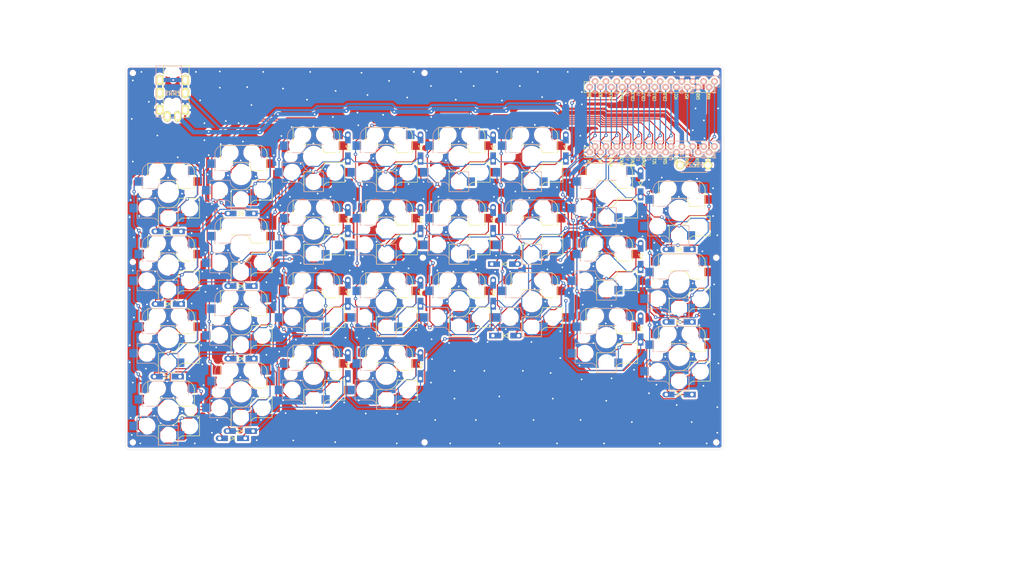
<source format=kicad_pcb>
(kicad_pcb (version 20171130) (host pcbnew "(5.1.10)-1")
  (layers (0 F.Cu signal) (31 B.Cu signal) (34 B.Paste user hide) (35 F.Paste user hide) (36 B.SilkS user hide) (37 F.SilkS user) (38 B.Mask user hide) (39 F.Mask user hide) (44 Edge.Cuts user))
  (net 0 "")
  (net 1 "Net-(D1-Pad2)")
  (net 2 row1)
  (net 3 "Net-(D2-Pad2)")
  (net 4 "Net-(D3-Pad2)")
  (net 5 "Net-(D4-Pad2)")
  (net 6 "Net-(D5-Pad2)")
  (net 7 "Net-(D6-Pad2)")
  (net 8 "Net-(D7-Pad2)")
  (net 9 "Net-(D8-Pad2)")
  (net 10 row2)
  (net 11 "Net-(D12-Pad2)")
  (net 12 "Net-(D13-Pad2)")
  (net 13 "Net-(D14-Pad2)")
  (net 14 "Net-(D15-Pad2)")
  (net 15 "Net-(D16-Pad2)")
  (net 16 "Net-(D17-Pad2)")
  (net 17 row3)
  (net 18 "Net-(D18-Pad2)")
  (net 19 "Net-(D19-Pad2)")
  (net 20 "Net-(D20-Pad2)")
  (net 21 "Net-(D21-Pad2)")
  (net 22 "Net-(D22-Pad2)")
  (net 23 "Net-(D23-Pad2)")
  (net 24 "Net-(D24-Pad2)")
  (net 25 "Net-(D25-Pad2)")
  (net 26 row4)
  (net 27 "Net-(D26-Pad2)")
  (net 28 "Net-(D27-Pad2)")
  (net 29 "Net-(D28-Pad2)")
  (net 30 col1)
  (net 31 col2)
  (net 32 col3)
  (net 33 col4)
  (net 34 col5)
  (net 35 col6)
  (net 36 col7)
  (net 37 col8)
  (net 38 reset)
  (net 39 "Net-(U1-Pad24)")
  (net 40 "Net-(U1-Pad8)")
  (net 41 "Net-(U1-Pad7)")
  (net 42 "Net-(U1-Pad6)")
  (net 43 "Net-(U1-Pad5)")
  (net 44 data)
  (net 45 "Net-(U1-Pad1)")
  (net 46 GND)
  (net 47 VCC)
  (module 0:ProMicro_v2 (layer B.Cu) (at 153.35 46.4 90)
    (fp_text reference U1 hide)
    (fp_text value ProMicro hide)
    (fp_text user "" (at -0.5 17.25 270) (layer B.SilkS) (effects (justify mirror)))
    (fp_text user "" (at -1.2065 16.256 270) (layer F.SilkS))
    (fp_text user RAW (at -9.7155 14.478 270) (layer B.SilkS) (effects (font (size 0.75 0.5) (thickness 0.125)) (justify mirror)))
    (fp_text user LED (at 5.5 14.478 270) (layer B.SilkS) (effects (font (size 0.75 0.5) (thickness 0.125)) (justify mirror)))
    (fp_text user GND (at -9.7155 11.938 270) (layer B.SilkS) (effects (font (size 0.75 0.5) (thickness 0.125)) (justify mirror)))
    (fp_text user RST (at -9.7155 9.3345 270) (layer B.SilkS) (effects (font (size 0.75 0.5) (thickness 0.125)) (justify mirror)))
    (fp_text user GND (at 5.5245 9.3345 270) (layer B.SilkS) (effects (font (size 0.75 0.5) (thickness 0.125)) (justify mirror)))
    (fp_text user VCC (at -9.7155 6.858 270) (layer B.SilkS) (effects (font (size 0.75 0.5) (thickness 0.125)) (justify mirror)))
    (fp_text user GND (at 5.461 6.7945 270) (layer B.SilkS) (effects (font (size 0.75 0.5) (thickness 0.125)) (justify mirror)))
    (fp_text user COL3 (at -10 -3.35 270) (layer B.SilkS) (effects (font (size 0.75 0.5) (thickness 0.125)) (justify mirror)))
    (fp_text user ROW0 (at 5.2 -0.8 270) (layer B.SilkS) (effects (font (size 0.75 0.5) (thickness 0.125)) (justify mirror)))
    (fp_text user COL2 (at -9.9 -0.762 270) (layer B.SilkS) (effects (font (size 0.75 0.5) (thickness 0.125)) (justify mirror)))
    (fp_text user SCL (at 5.461 1.778 270) (layer B.SilkS) (effects (font (size 0.75 0.5) (thickness 0.125)) (justify mirror)))
    (fp_text user COL1 (at -9.85 1.778 270) (layer B.SilkS) (effects (font (size 0.75 0.5) (thickness 0.125)) (justify mirror)))
    (fp_text user SDA (at 5.461 4.318 270) (layer B.SilkS) (effects (font (size 0.75 0.5) (thickness 0.125)) (justify mirror)))
    (fp_text user COL0 (at -9.9 4.3 270) (layer B.SilkS) (effects (font (size 0.75 0.5) (thickness 0.125)) (justify mirror)))
    (fp_text user B6 (at -10.05 -13.5 270) (layer B.SilkS) (effects (font (size 0.75 0.5) (thickness 0.125)) (justify mirror)))
    (fp_text user B5 (at 5.2 -13.5255 270) (layer B.SilkS) (effects (font (size 0.75 0.5) (thickness 0.125)) (justify mirror)))
    (fp_text user B4 (at 5.2 -10.922 270) (layer B.SilkS) (effects (font (size 0.75 0.5) (thickness 0.125)) (justify mirror)))
    (fp_text user B2 (at -9.95 -10.95 270) (layer B.SilkS) (effects (font (size 0.75 0.5) (thickness 0.125)) (justify mirror)))
    (fp_text user ROW3 (at 5.2 -8.4455 270) (layer B.SilkS) (effects (font (size 0.75 0.5) (thickness 0.125)) (justify mirror)))
    (fp_text user COL5 (at -9.95 -8.4455 270) (layer B.SilkS) (effects (font (size 0.75 0.5) (thickness 0.125)) (justify mirror)))
    (fp_text user ROW2 (at 5.2 -5.85 270) (layer B.SilkS) (effects (font (size 0.75 0.5) (thickness 0.125)) (justify mirror)))
    (fp_text user COL4 (at -9.95 -5.85 270) (layer B.SilkS) (effects (font (size 0.75 0.5) (thickness 0.125)) (justify mirror)))
    (fp_text user ROW1 (at 5.25 -3.302 270) (layer B.SilkS) (effects (font (size 0.75 0.5) (thickness 0.125)) (justify mirror)))
    (fp_text user ROW1 (at -11.3 -4.6355 270) (layer F.SilkS) (effects (font (size 0.75 0.5) (thickness 0.125))))
    (fp_text user COL4 (at 3.95 -7.112 270) (layer F.SilkS) (effects (font (size 0.75 0.5) (thickness 0.125))))
    (fp_text user ROW2 (at -11.3 -7.239 270) (layer F.SilkS) (effects (font (size 0.75 0.5) (thickness 0.125))))
    (fp_text user COL5 (at 4 -9.75 270) (layer F.SilkS) (effects (font (size 0.75 0.5) (thickness 0.125))))
    (fp_text user ROW3 (at -11.3 -9.75 270) (layer F.SilkS) (effects (font (size 0.75 0.5) (thickness 0.125))))
    (fp_text user B2 (at 4.5085 -12.1285 270) (layer F.SilkS) (effects (font (size 0.75 0.5) (thickness 0.125))))
    (fp_text user B4 (at -11.049 -12.2555 270) (layer F.SilkS) (effects (font (size 0.75 0.5) (thickness 0.125))))
    (fp_text user B5 (at -11.049 -14.7955 270) (layer F.SilkS) (effects (font (size 0.75 0.5) (thickness 0.125))))
    (fp_text user B6 (at 4.445 -14.732 270) (layer F.SilkS) (effects (font (size 0.75 0.5) (thickness 0.125))))
    (fp_text user COL0 (at 4 2.95 270) (layer F.SilkS) (effects (font (size 0.75 0.5) (thickness 0.125))))
    (fp_text user SDA (at -11.049 2.9845 270) (layer F.SilkS) (effects (font (size 0.75 0.5) (thickness 0.125))))
    (fp_text user COL1 (at 4 0.4445 270) (layer F.SilkS) (effects (font (size 0.75 0.5) (thickness 0.125))))
    (fp_text user SCL (at -11.049 0.4445 270) (layer F.SilkS) (effects (font (size 0.75 0.5) (thickness 0.125))))
    (fp_text user COL2 (at 4 -2.1 270) (layer F.SilkS) (effects (font (size 0.75 0.5) (thickness 0.125))))
    (fp_text user ROW0 (at -11.3 -2.032 270) (layer F.SilkS) (effects (font (size 0.75 0.5) (thickness 0.125))))
    (fp_text user COL3 (at 4 -4.6 270) (layer F.SilkS) (effects (font (size 0.75 0.5) (thickness 0.125))))
    (fp_text user GND (at -11.049 5.5245 270) (layer F.SilkS) (effects (font (size 0.75 0.5) (thickness 0.125))))
    (fp_text user VCC (at 4.1275 5.5245 270) (layer F.SilkS) (effects (font (size 0.75 0.5) (thickness 0.125))))
    (fp_text user GND (at -11.049 8.0645 270) (layer F.SilkS) (effects (font (size 0.75 0.5) (thickness 0.125))))
    (fp_text user RST (at 4.191 8.0645 270) (layer F.SilkS) (effects (font (size 0.75 0.5) (thickness 0.125))))
    (fp_text user DATA (at -11.2 10.5 270) (layer F.SilkS) (effects (font (size 0.75 0.5) (thickness 0.125))))
    (fp_text user GND (at 4.1275 10.668 270) (layer F.SilkS) (effects (font (size 0.75 0.5) (thickness 0.125))))
    (fp_text user LED (at -11.049 13.1445 270) (layer F.SilkS) (effects (font (size 0.75 0.5) (thickness 0.125))))
    (fp_text user RAW (at 4.191 13.1445 270) (layer F.SilkS) (effects (font (size 0.75 0.5) (thickness 0.125))))
    (pad 24 thru_hole circle (at 6.35 13.208 90) (size 1.524 1.524) (drill 0.8128) (layers *.Cu *.Mask B.SilkS) (net 39 "Net-(U1-Pad24)"))
    (pad 23 thru_hole circle (at 6.35 10.668 90) (size 1.524 1.524) (drill 0.8128) (layers *.Cu *.Mask B.SilkS) (net 46 GND))
    (pad 22 thru_hole circle (at 6.35 8.128 90) (size 1.524 1.524) (drill 0.8128) (layers *.Cu *.Mask B.SilkS) (net 38 reset))
    (pad 21 thru_hole circle (at 6.35 5.588 90) (size 1.524 1.524) (drill 0.8128) (layers *.Cu *.Mask B.SilkS) (net 47 VCC))
    (pad 20 thru_hole circle (at 6.35 3.048 90) (size 1.524 1.524) (drill 0.8128) (layers *.Cu *.Mask B.SilkS) (net 30 col1))
    (pad 19 thru_hole circle (at 6.35 0.508 90) (size 1.524 1.524) (drill 0.8128) (layers *.Cu *.Mask B.SilkS) (net 31 col2))
    (pad 18 thru_hole circle (at 6.35 -2.032 90) (size 1.524 1.524) (drill 0.8128) (layers *.Cu *.Mask B.SilkS) (net 32 col3))
    (pad 17 thru_hole circle (at 6.35 -4.572 90) (size 1.524 1.524) (drill 0.8128) (layers *.Cu *.Mask B.SilkS) (net 33 col4))
    (pad 16 thru_hole circle (at 6.35 -7.112 90) (size 1.524 1.524) (drill 0.8128) (layers *.Cu *.Mask B.SilkS) (net 34 col5))
    (pad 15 thru_hole circle (at 6.35 -9.652 90) (size 1.524 1.524) (drill 0.8128) (layers *.Cu *.Mask B.SilkS) (net 35 col6))
    (pad 14 thru_hole circle (at 6.35 -12.192 90) (size 1.524 1.524) (drill 0.8128) (layers *.Cu *.Mask B.SilkS) (net 36 col7))
    (pad 13 thru_hole circle (at 6.35 -14.732 90) (size 1.524 1.524) (drill 0.8128) (layers *.Cu *.Mask B.SilkS) (net 37 col8))
    (pad 12 thru_hole circle (at -8.89 -14.732 90) (size 1.524 1.524) (drill 0.8128) (layers *.Cu *.Mask B.SilkS) (net 26 row4))
    (pad 11 thru_hole circle (at -8.89 -12.192 90) (size 1.524 1.524) (drill 0.8128) (layers *.Cu *.Mask B.SilkS) (net 17 row3))
    (pad 10 thru_hole circle (at -8.89 -9.652 90) (size 1.524 1.524) (drill 0.8128) (layers *.Cu *.Mask B.SilkS) (net 10 row2))
    (pad 9 thru_hole circle (at -8.89 -7.112 90) (size 1.524 1.524) (drill 0.8128) (layers *.Cu *.Mask B.SilkS) (net 2 row1))
    (pad 8 thru_hole circle (at -8.89 -4.572 90) (size 1.524 1.524) (drill 0.8128) (layers *.Cu *.Mask B.SilkS) (net 40 "Net-(U1-Pad8)"))
    (pad 7 thru_hole circle (at -8.89 -2.032 90) (size 1.524 1.524) (drill 0.8128) (layers *.Cu *.Mask B.SilkS) (net 41 "Net-(U1-Pad7)"))
    (pad 6 thru_hole circle (at -8.89 0.508 90) (size 1.524 1.524) (drill 0.8128) (layers *.Cu *.Mask B.SilkS) (net 42 "Net-(U1-Pad6)"))
    (pad 5 thru_hole circle (at -8.89 3.048 90) (size 1.524 1.524) (drill 0.8128) (layers *.Cu *.Mask B.SilkS) (net 43 "Net-(U1-Pad5)"))
    (pad 4 thru_hole circle (at -8.89 5.588 90) (size 1.524 1.524) (drill 0.8128) (layers *.Cu *.Mask B.SilkS) (net 46 GND))
    (pad 3 thru_hole circle (at -8.89 8.128 90) (size 1.524 1.524) (drill 0.8128) (layers *.Cu *.Mask B.SilkS) (net 46 GND))
    (pad 2 thru_hole circle (at -8.89 10.668 90) (size 1.524 1.524) (drill 0.8128) (layers *.Cu *.Mask B.SilkS) (net 44 data))
    (pad 1 thru_hole circle (at -8.89 13.208 90) (size 1.524 1.524) (drill 0.8128) (layers *.Cu *.Mask B.SilkS) (net 45 "Net-(U1-Pad1)"))
    (pad 1 thru_hole circle (at 7.6564 14.478 90) (size 1.524 1.524) (drill 0.8128) (layers *.Cu *.Mask B.SilkS) (net 45 "Net-(U1-Pad1)"))
    (pad 2 thru_hole circle (at 7.6564 11.938 90) (size 1.524 1.524) (drill 0.8128) (layers *.Cu *.Mask B.SilkS) (net 44 data))
    (pad 3 thru_hole circle (at 7.6564 9.398 90) (size 1.524 1.524) (drill 0.8128) (layers *.Cu *.Mask B.SilkS) (net 46 GND))
    (pad 4 thru_hole circle (at 7.6564 6.858 90) (size 1.524 1.524) (drill 0.8128) (layers *.Cu *.Mask B.SilkS) (net 46 GND))
    (pad 5 thru_hole circle (at 7.6564 4.318 90) (size 1.524 1.524) (drill 0.8128) (layers *.Cu *.Mask B.SilkS) (net 43 "Net-(U1-Pad5)"))
    (pad 6 thru_hole circle (at 7.6564 1.778 90) (size 1.524 1.524) (drill 0.8128) (layers *.Cu *.Mask B.SilkS) (net 42 "Net-(U1-Pad6)"))
    (pad 7 thru_hole circle (at 7.6564 -0.762 90) (size 1.524 1.524) (drill 0.8128) (layers *.Cu *.Mask B.SilkS) (net 41 "Net-(U1-Pad7)"))
    (pad 8 thru_hole circle (at 7.6564 -3.302 90) (size 1.524 1.524) (drill 0.8128) (layers *.Cu *.Mask B.SilkS) (net 40 "Net-(U1-Pad8)"))
    (pad 9 thru_hole circle (at 7.6564 -5.842 90) (size 1.524 1.524) (drill 0.8128) (layers *.Cu *.Mask B.SilkS) (net 2 row1))
    (pad 10 thru_hole circle (at 7.6564 -8.382 90) (size 1.524 1.524) (drill 0.8128) (layers *.Cu *.Mask B.SilkS) (net 10 row2))
    (pad 11 thru_hole circle (at 7.6564 -10.922 90) (size 1.524 1.524) (drill 0.8128) (layers *.Cu *.Mask B.SilkS) (net 17 row3))
    (pad 12 thru_hole circle (at 7.6564 -13.462 90) (size 1.524 1.524) (drill 0.8128) (layers *.Cu *.Mask B.SilkS) (net 26 row4))
    (pad 13 thru_hole circle (at -7.5636 -13.462 90) (size 1.524 1.524) (drill 0.8128) (layers *.Cu *.Mask B.SilkS) (net 37 col8))
    (pad 14 thru_hole circle (at -7.5636 -10.922 90) (size 1.524 1.524) (drill 0.8128) (layers *.Cu *.Mask B.SilkS) (net 36 col7))
    (pad 15 thru_hole circle (at -7.5636 -8.382 90) (size 1.524 1.524) (drill 0.8128) (layers *.Cu *.Mask B.SilkS) (net 35 col6))
    (pad 16 thru_hole circle (at -7.5636 -5.842 90) (size 1.524 1.524) (drill 0.8128) (layers *.Cu *.Mask B.SilkS) (net 34 col5))
    (pad 17 thru_hole circle (at -7.5636 -3.302 90) (size 1.524 1.524) (drill 0.8128) (layers *.Cu *.Mask B.SilkS) (net 33 col4))
    (pad 18 thru_hole circle (at -7.5636 -0.762 90) (size 1.524 1.524) (drill 0.8128) (layers *.Cu *.Mask B.SilkS) (net 32 col3))
    (pad 19 thru_hole circle (at -7.5636 1.778 90) (size 1.524 1.524) (drill 0.8128) (layers *.Cu *.Mask B.SilkS) (net 31 col2))
    (pad 20 thru_hole circle (at -7.5636 4.318 90) (size 1.524 1.524) (drill 0.8128) (layers *.Cu *.Mask B.SilkS) (net 30 col1))
    (pad 21 thru_hole circle (at -7.5636 6.858 90) (size 1.524 1.524) (drill 0.8128) (layers *.Cu *.Mask B.SilkS) (net 47 VCC))
    (pad 22 thru_hole circle (at -7.5636 9.398 90) (size 1.524 1.524) (drill 0.8128) (layers *.Cu *.Mask B.SilkS) (net 38 reset))
    (pad 23 thru_hole circle (at -7.5636 11.938 90) (size 1.524 1.524) (drill 0.8128) (layers *.Cu *.Mask B.SilkS) (net 46 GND))
    (pad 24 thru_hole circle (at -7.5636 14.478 90) (size 1.524 1.524) (drill 0.8128) (layers *.Cu *.Mask B.SilkS) (net 39 "Net-(U1-Pad24)"))
  )
  (module kbd:IM_HOLE (layer F.Cu) (at 168.25 80)
    (fp_text reference h6 hide)
    (fp_text value vh6 hide)
    (pad "" np_thru_hole circle (at 0 0) (size 0.5 0.5) (drill 0.5) (layers *.Cu))
  )
  (module kbd:IM_HOLE (layer F.Cu) (at 31.75 81)
    (fp_text reference h4 hide)
    (fp_text value vh4 hide)
    (pad "" np_thru_hole circle (at 0 0) (size 0.5 0.5) (drill 0.5) (layers *.Cu))
  )
  (module kbd:IM_HOLE (layer F.Cu) (at 99.6 80)
    (fp_text reference h5 hide)
    (fp_text value vh5 hide)
    (pad "" np_thru_hole circle (at 0 0) (size 0.5 0.5) (drill 0.5) (layers *.Cu))
  )
  (module kbd:IM_HOLE (layer F.Cu) (at 100 123.25)
    (fp_text reference h8 hide)
    (fp_text value vh8 hide)
    (pad "" np_thru_hole circle (at 0 0) (size 0.5 0.5) (drill 0.5) (layers *.Cu))
  )
  (module kbd:IM_HOLE (layer F.Cu) (at 100 36.75)
    (fp_text reference h2 hide)
    (fp_text value vh2 hide)
    (pad "" np_thru_hole circle (at 0 0) (size 0.5 0.5) (drill 0.5) (layers *.Cu))
  )
  (module kbd:IM_HOLE (layer F.Cu) (at 168.25 123.25)
    (fp_text reference h9 hide)
    (fp_text value vh9 hide)
    (pad "" np_thru_hole circle (at 0 0) (size 0.5 0.5) (drill 0.5) (layers *.Cu))
  )
  (module kbd:IM_HOLE (layer F.Cu) (at 31.75 123.25)
    (fp_text reference h7 hide)
    (fp_text value vh7 hide)
    (pad "" np_thru_hole circle (at 0 0) (size 0.5 0.5) (drill 0.5) (layers *.Cu))
  )
  (module kbd:IM_HOLE (layer F.Cu) (at 168.25 36.75)
    (fp_text reference h3 hide)
    (fp_text value vh3 hide)
    (pad "" np_thru_hole circle (at 0 0) (size 0.5 0.5) (drill 0.5) (layers *.Cu))
  )
  (module kbd:IM_HOLE (layer F.Cu) (at 31.75 36.75)
    (fp_text reference h1 hide)
    (fp_text value vh1 hide)
    (pad "" np_thru_hole circle (at 0 0) (size 0.5 0.5) (drill 0.5) (layers *.Cu))
  )
  (module 0:CherryMX_Choc_Hotswap_Narrow (layer F.Cu) (at 74.05 73.3)
    (fp_text reference SW11 hide)
    (fp_text value SW_Push hide)
    (pad 2 smd rect (at 5.6 -5.08 180) (size 2 2) (layers B.Cu B.Paste B.Mask) (net 10 row2))
    (pad "" np_thru_hole circle (at -3.81 -2.54 180) (size 3 3) (drill 3) (layers *.Cu *.Mask))
    (pad "" np_thru_hole circle (at -5.08 0) (size 1.7 1.7) (drill 1.7) (layers *.Cu *.Mask))
    (pad "" np_thru_hole circle (at 5.08 0) (size 1.7 1.7) (drill 1.7) (layers *.Cu *.Mask))
    (pad "" np_thru_hole circle (at 5.5 0 90) (size 1.9 1.9) (drill 1.9) (layers *.Cu *.Mask))
    (pad "" np_thru_hole circle (at -5.5 0 90) (size 1.9 1.9) (drill 1.9) (layers *.Cu *.Mask))
    (pad "" np_thru_hole circle (at 0 0 90) (size 4 4) (drill 4) (layers *.Cu *.Mask))
    (pad "" np_thru_hole circle (at 2.54 -5.08 180) (size 3 3) (drill 3) (layers *.Cu *.Mask))
    (pad 1 smd rect (at -6.9 -2.54 180) (size 2 2) (layers B.Cu B.Paste B.Mask) (net 32 col3))
    (pad "" np_thru_hole circle (at 0 5.9 90) (size 3 3) (drill 3) (layers *.Cu *.Mask))
    (pad "" np_thru_hole circle (at -5 3.7 90) (size 3 3) (drill 3) (layers *.Cu *.Mask))
    (pad 2 smd rect (at 2.8 5.9 180) (size 1.9 2) (layers B.Cu B.Paste B.Mask) (net 10 row2))
    (pad 1 smd rect (at -8.1 3.7 180) (size 2 2) (layers B.Cu B.Paste B.Mask) (net 32 col3))
    (pad 1 smd rect (at 8.1 3.7 180) (size 2 2) (layers F.Cu F.Paste F.Mask) (net 32 col3))
    (pad 2 smd rect (at -2.8 5.9 180) (size 1.8 2) (layers F.Cu F.Paste F.Mask) (net 10 row2))
    (pad "" np_thru_hole circle (at 5 3.7 270) (size 3 3) (drill 3) (layers *.Cu *.Mask))
    (pad 2 smd rect (at 6.9 -2.54 180) (size 2 2) (layers F.Cu F.Paste F.Mask) (net 10 row2))
    (pad "" np_thru_hole circle (at -2.54 -5.08 180) (size 3 3) (drill 3) (layers *.Cu *.Mask))
    (pad "" np_thru_hole circle (at 3.81 -2.54 180) (size 3 3) (drill 3) (layers *.Cu *.Mask))
    (pad 1 smd rect (at -5.6 -5.08 180) (size 2 2) (layers F.Cu F.Paste F.Mask) (net 32 col3))
  )
  (module 0:CherryMX_Choc_Hotswap_Narrow (layer F.Cu) (at 159.55 85.9)
    (fp_text reference SW16 hide)
    (fp_text value SW_Push hide)
    (pad 2 smd rect (at 5.6 -5.08 180) (size 2 2) (layers B.Cu B.Paste B.Mask) (net 15 "Net-(D16-Pad2)"))
    (pad "" np_thru_hole circle (at -3.81 -2.54 180) (size 3 3) (drill 3) (layers *.Cu *.Mask))
    (pad "" np_thru_hole circle (at -5.08 0) (size 1.7 1.7) (drill 1.7) (layers *.Cu *.Mask))
    (pad "" np_thru_hole circle (at 5.08 0) (size 1.7 1.7) (drill 1.7) (layers *.Cu *.Mask))
    (pad "" np_thru_hole circle (at 5.5 0 90) (size 1.9 1.9) (drill 1.9) (layers *.Cu *.Mask))
    (pad "" np_thru_hole circle (at -5.5 0 90) (size 1.9 1.9) (drill 1.9) (layers *.Cu *.Mask))
    (pad "" np_thru_hole circle (at 0 0 90) (size 4 4) (drill 4) (layers *.Cu *.Mask))
    (pad "" np_thru_hole circle (at 2.54 -5.08 180) (size 3 3) (drill 3) (layers *.Cu *.Mask))
    (pad 1 smd rect (at -6.9 -2.54 180) (size 2 2) (layers B.Cu B.Paste B.Mask) (net 37 col8))
    (pad "" np_thru_hole circle (at 0 5.9 90) (size 3 3) (drill 3) (layers *.Cu *.Mask))
    (pad "" np_thru_hole circle (at -5 3.7 90) (size 3 3) (drill 3) (layers *.Cu *.Mask))
    (pad 2 smd rect (at 2.8 5.9 180) (size 1.9 2) (layers B.Cu B.Paste B.Mask) (net 15 "Net-(D16-Pad2)"))
    (pad 1 smd rect (at -8.1 3.7 180) (size 2 2) (layers B.Cu B.Paste B.Mask) (net 37 col8))
    (pad 1 smd rect (at 8.1 3.7 180) (size 2 2) (layers F.Cu F.Paste F.Mask) (net 37 col8))
    (pad 2 smd rect (at -2.8 5.9 180) (size 1.8 2) (layers F.Cu F.Paste F.Mask) (net 15 "Net-(D16-Pad2)"))
    (pad "" np_thru_hole circle (at 5 3.7 270) (size 3 3) (drill 3) (layers *.Cu *.Mask))
    (pad 2 smd rect (at 6.9 -2.54 180) (size 2 2) (layers F.Cu F.Paste F.Mask) (net 15 "Net-(D16-Pad2)"))
    (pad "" np_thru_hole circle (at -2.54 -5.08 180) (size 3 3) (drill 3) (layers *.Cu *.Mask))
    (pad "" np_thru_hole circle (at 3.81 -2.54 180) (size 3 3) (drill 3) (layers *.Cu *.Mask))
    (pad 1 smd rect (at -5.6 -5.08 180) (size 2 2) (layers F.Cu F.Paste F.Mask) (net 37 col8))
  )
  (module kbd:MJ-4PP-9 (layer F.Cu) (at 41.9 35.1)
    (fp_text reference J1)
    (fp_text value AudioJack4 hide)
    (fp_text user TRRS (at -0.75 6.45) (layer F.SilkS))
    (fp_text user TRRS (at -0.8255 6.4135) (layer B.SilkS) (effects (justify mirror)))
    (pad T thru_hole oval (at -2.1 11.8) (size 1.7 2.5) (drill oval 1 1.5) (layers *.Cu *.Mask F.SilkS) (net 47 VCC) (clearance 0.15))
    (pad R1 thru_hole oval (at 2.1 10.3) (size 1.7 2.5) (drill oval 1 1.5) (layers *.Cu *.Mask F.SilkS) (net 46 GND) (clearance 0.15))
    (pad R2 thru_hole oval (at 2.1 6.3) (size 1.7 2.5) (drill oval 1 1.5) (layers *.Cu *.Mask F.SilkS) (net 44 data))
    (pad S thru_hole oval (at 2.1 3.3) (size 1.7 2.5) (drill oval 1 1.5) (layers *.Cu *.Mask F.SilkS) (net 44 data))
    (pad "" np_thru_hole circle (at 0 8.5) (size 1.2 1.2) (drill 1.2) (layers *.Cu *.Mask F.SilkS))
    (pad "" np_thru_hole circle (at 0 1.5) (size 1.2 1.2) (drill 1.2) (layers *.Cu *.Mask F.SilkS))
    (pad R2 thru_hole oval (at -3.85 6.3) (size 1.7 2.5) (drill oval 1 1.5) (layers *.Cu *.Mask F.SilkS) (net 44 data))
    (pad S thru_hole oval (at -3.85 3.3) (size 1.7 2.5) (drill oval 1 1.5) (layers *.Cu *.Mask F.SilkS) (net 44 data))
    (pad T thru_hole oval (at 0.35 11.8) (size 1.7 2.5) (drill oval 1 1.5) (layers *.Cu *.Mask F.SilkS) (net 47 VCC) (clearance 0.15))
    (pad R1 thru_hole oval (at -3.85 10.3) (size 1.7 2.5) (drill oval 1 1.5) (layers *.Cu *.Mask F.SilkS) (net 46 GND) (clearance 0.15))
    (pad "" np_thru_hole circle (at -1.75 1.5) (size 1.2 1.2) (drill 1.2) (layers *.Cu *.Mask F.SilkS))
    (pad "" np_thru_hole circle (at -1.75 8.5) (size 1.2 1.2) (drill 1.2) (layers *.Cu *.Mask F.SilkS))
  )
  (module 0:ResetSW (layer F.Cu) (at 163.05 58.3 180)
    (fp_text reference SW29 hide)
    (fp_text value SW_Push hide)
    (fp_text user RESET (at 0.127 0) (layer B.SilkS) (effects (justify mirror)))
    (fp_text user RESET (at 0 0) (layer F.SilkS))
    (pad 1 thru_hole circle (at 3.25 0 180) (size 2 2) (drill 1.3) (layers *.Cu *.Mask F.SilkS) (net 38 reset))
    (pad 2 thru_hole circle (at -3.25 0 180) (size 2 2) (drill 1.3) (layers *.Cu *.Mask F.SilkS) (net 46 GND))
  )
  (module 0:CherryMX_Choc_Hotswap_Narrow (layer F.Cu) (at 142.55 64.7)
    (fp_text reference SW7 hide)
    (fp_text value SW_Push hide)
    (pad 2 smd rect (at 5.6 -5.08 180) (size 2 2) (layers B.Cu B.Paste B.Mask) (net 8 "Net-(D7-Pad2)"))
    (pad "" np_thru_hole circle (at -3.81 -2.54 180) (size 3 3) (drill 3) (layers *.Cu *.Mask))
    (pad "" np_thru_hole circle (at -5.08 0) (size 1.7 1.7) (drill 1.7) (layers *.Cu *.Mask))
    (pad "" np_thru_hole circle (at 5.08 0) (size 1.7 1.7) (drill 1.7) (layers *.Cu *.Mask))
    (pad "" np_thru_hole circle (at 5.5 0 90) (size 1.9 1.9) (drill 1.9) (layers *.Cu *.Mask))
    (pad "" np_thru_hole circle (at -5.5 0 90) (size 1.9 1.9) (drill 1.9) (layers *.Cu *.Mask))
    (pad "" np_thru_hole circle (at 0 0 90) (size 4 4) (drill 4) (layers *.Cu *.Mask))
    (pad "" np_thru_hole circle (at 2.54 -5.08 180) (size 3 3) (drill 3) (layers *.Cu *.Mask))
    (pad 1 smd rect (at -6.9 -2.54 180) (size 2 2) (layers B.Cu B.Paste B.Mask) (net 36 col7))
    (pad "" np_thru_hole circle (at 0 5.9 90) (size 3 3) (drill 3) (layers *.Cu *.Mask))
    (pad "" np_thru_hole circle (at -5 3.7 90) (size 3 3) (drill 3) (layers *.Cu *.Mask))
    (pad 2 smd rect (at 2.8 5.9 180) (size 1.9 2) (layers B.Cu B.Paste B.Mask) (net 8 "Net-(D7-Pad2)"))
    (pad 1 smd rect (at -8.1 3.7 180) (size 2 2) (layers B.Cu B.Paste B.Mask) (net 36 col7))
    (pad 1 smd rect (at 8.1 3.7 180) (size 2 2) (layers F.Cu F.Paste F.Mask) (net 36 col7))
    (pad 2 smd rect (at -2.8 5.9 180) (size 1.8 2) (layers F.Cu F.Paste F.Mask) (net 8 "Net-(D7-Pad2)"))
    (pad "" np_thru_hole circle (at 5 3.7 270) (size 3 3) (drill 3) (layers *.Cu *.Mask))
    (pad 2 smd rect (at 6.9 -2.54 180) (size 2 2) (layers F.Cu F.Paste F.Mask) (net 8 "Net-(D7-Pad2)"))
    (pad "" np_thru_hole circle (at -2.54 -5.08 180) (size 3 3) (drill 3) (layers *.Cu *.Mask))
    (pad "" np_thru_hole circle (at 3.81 -2.54 180) (size 3 3) (drill 3) (layers *.Cu *.Mask))
    (pad 1 smd rect (at -5.6 -5.08 180) (size 2 2) (layers F.Cu F.Paste F.Mask) (net 36 col7))
  )
  (module 0:CherryMX_Choc_Hotswap_Narrow (layer F.Cu) (at 142.55 98.7)
    (fp_text reference SW23 hide)
    (fp_text value SW_Push hide)
    (pad 2 smd rect (at 5.6 -5.08 180) (size 2 2) (layers B.Cu B.Paste B.Mask) (net 23 "Net-(D23-Pad2)"))
    (pad "" np_thru_hole circle (at -3.81 -2.54 180) (size 3 3) (drill 3) (layers *.Cu *.Mask))
    (pad "" np_thru_hole circle (at -5.08 0) (size 1.7 1.7) (drill 1.7) (layers *.Cu *.Mask))
    (pad "" np_thru_hole circle (at 5.08 0) (size 1.7 1.7) (drill 1.7) (layers *.Cu *.Mask))
    (pad "" np_thru_hole circle (at 5.5 0 90) (size 1.9 1.9) (drill 1.9) (layers *.Cu *.Mask))
    (pad "" np_thru_hole circle (at -5.5 0 90) (size 1.9 1.9) (drill 1.9) (layers *.Cu *.Mask))
    (pad "" np_thru_hole circle (at 0 0 90) (size 4 4) (drill 4) (layers *.Cu *.Mask))
    (pad "" np_thru_hole circle (at 2.54 -5.08 180) (size 3 3) (drill 3) (layers *.Cu *.Mask))
    (pad 1 smd rect (at -6.9 -2.54 180) (size 2 2) (layers B.Cu B.Paste B.Mask) (net 36 col7))
    (pad "" np_thru_hole circle (at 0 5.9 90) (size 3 3) (drill 3) (layers *.Cu *.Mask))
    (pad "" np_thru_hole circle (at -5 3.7 90) (size 3 3) (drill 3) (layers *.Cu *.Mask))
    (pad 2 smd rect (at 2.8 5.9 180) (size 1.9 2) (layers B.Cu B.Paste B.Mask) (net 23 "Net-(D23-Pad2)"))
    (pad 1 smd rect (at -8.1 3.7 180) (size 2 2) (layers B.Cu B.Paste B.Mask) (net 36 col7))
    (pad 1 smd rect (at 8.1 3.7 180) (size 2 2) (layers F.Cu F.Paste F.Mask) (net 36 col7))
    (pad 2 smd rect (at -2.8 5.9 180) (size 1.8 2) (layers F.Cu F.Paste F.Mask) (net 23 "Net-(D23-Pad2)"))
    (pad "" np_thru_hole circle (at 5 3.7 270) (size 3 3) (drill 3) (layers *.Cu *.Mask))
    (pad 2 smd rect (at 6.9 -2.54 180) (size 2 2) (layers F.Cu F.Paste F.Mask) (net 23 "Net-(D23-Pad2)"))
    (pad "" np_thru_hole circle (at -2.54 -5.08 180) (size 3 3) (drill 3) (layers *.Cu *.Mask))
    (pad "" np_thru_hole circle (at 3.81 -2.54 180) (size 3 3) (drill 3) (layers *.Cu *.Mask))
    (pad 1 smd rect (at -5.6 -5.08 180) (size 2 2) (layers F.Cu F.Paste F.Mask) (net 36 col7))
  )
  (module kbd:D3_TH_SMD_v2 (layer F.Cu) (at 99.05 105.3 90)
    (fp_text reference D28 hide)
    (fp_text value D hide)
    (pad 1 smd rect (at -1.775 0 270) (size 1.4 1.3) (layers B.Cu B.Paste B.Mask) (net 26 row4))
    (pad 2 smd rect (at 1.775 0 270) (size 1.4 1.3) (layers B.Cu B.Paste B.Mask) (net 29 "Net-(D28-Pad2)"))
    (pad 2 smd rect (at 1.775 0 270) (size 1.4 1.3) (layers F.Cu F.Paste F.Mask) (net 29 "Net-(D28-Pad2)"))
    (pad 1 smd rect (at -1.775 0 270) (size 1.4 1.3) (layers F.Cu F.Paste F.Mask) (net 26 row4))
    (pad 2 thru_hole oval (at 3 0 90) (size 1.778 1.3) (drill 0.8128) (layers *.Cu B.Mask) (net 29 "Net-(D28-Pad2)"))
    (pad 1 thru_hole rect (at -3 0 90) (size 1.778 1.3) (drill 0.8128) (layers *.Cu B.Mask) (net 26 row4))
  )
  (module kbd:D3_TH_SMD_v2 (layer F.Cu) (at 82.05 105.3 90)
    (fp_text reference D27 hide)
    (fp_text value D hide)
    (pad 1 smd rect (at -1.775 0 270) (size 1.4 1.3) (layers B.Cu B.Paste B.Mask) (net 26 row4))
    (pad 2 smd rect (at 1.775 0 270) (size 1.4 1.3) (layers B.Cu B.Paste B.Mask) (net 28 "Net-(D27-Pad2)"))
    (pad 2 smd rect (at 1.775 0 270) (size 1.4 1.3) (layers F.Cu F.Paste F.Mask) (net 28 "Net-(D27-Pad2)"))
    (pad 1 smd rect (at -1.775 0 270) (size 1.4 1.3) (layers F.Cu F.Paste F.Mask) (net 26 row4))
    (pad 2 thru_hole oval (at 3 0 90) (size 1.778 1.3) (drill 0.8128) (layers *.Cu B.Mask) (net 28 "Net-(D27-Pad2)"))
    (pad 1 thru_hole rect (at -3 0 90) (size 1.778 1.3) (drill 0.8128) (layers *.Cu B.Mask) (net 26 row4))
  )
  (module kbd:D3_TH_SMD_v2 (layer F.Cu) (at 56.9 120.6 180)
    (fp_text reference D26 hide)
    (fp_text value D hide)
    (pad 1 smd rect (at -1.775 0) (size 1.4 1.3) (layers B.Cu B.Paste B.Mask) (net 26 row4))
    (pad 2 smd rect (at 1.775 0) (size 1.4 1.3) (layers B.Cu B.Paste B.Mask) (net 27 "Net-(D26-Pad2)"))
    (pad 2 smd rect (at 1.775 0) (size 1.4 1.3) (layers F.Cu F.Paste F.Mask) (net 27 "Net-(D26-Pad2)"))
    (pad 1 smd rect (at -1.775 0) (size 1.4 1.3) (layers F.Cu F.Paste F.Mask) (net 26 row4))
    (pad 2 thru_hole oval (at 3 0 180) (size 1.778 1.3) (drill 0.8128) (layers *.Cu B.Mask) (net 27 "Net-(D26-Pad2)"))
    (pad 1 thru_hole rect (at -3 0 180) (size 1.778 1.3) (drill 0.8128) (layers *.Cu B.Mask) (net 26 row4))
  )
  (module kbd:D3_TH_SMD_v2 (layer F.Cu) (at 55.05 122.3 180)
    (fp_text reference D25 hide)
    (fp_text value D hide)
    (pad 1 smd rect (at -1.775 0) (size 1.4 1.3) (layers B.Cu B.Paste B.Mask) (net 26 row4))
    (pad 2 smd rect (at 1.775 0) (size 1.4 1.3) (layers B.Cu B.Paste B.Mask) (net 25 "Net-(D25-Pad2)"))
    (pad 2 smd rect (at 1.775 0) (size 1.4 1.3) (layers F.Cu F.Paste F.Mask) (net 25 "Net-(D25-Pad2)"))
    (pad 1 smd rect (at -1.775 0) (size 1.4 1.3) (layers F.Cu F.Paste F.Mask) (net 26 row4))
    (pad 2 thru_hole oval (at 3 0 180) (size 1.778 1.3) (drill 0.8128) (layers *.Cu B.Mask) (net 25 "Net-(D25-Pad2)"))
    (pad 1 thru_hole rect (at -3 0 180) (size 1.778 1.3) (drill 0.8128) (layers *.Cu B.Mask) (net 26 row4))
  )
  (module kbd:D3_TH_SMD_v2 (layer F.Cu) (at 159.55 112.05 180)
    (fp_text reference D24 hide)
    (fp_text value D hide)
    (pad 1 smd rect (at -1.775 0) (size 1.4 1.3) (layers B.Cu B.Paste B.Mask) (net 17 row3))
    (pad 2 smd rect (at 1.775 0) (size 1.4 1.3) (layers B.Cu B.Paste B.Mask) (net 24 "Net-(D24-Pad2)"))
    (pad 2 smd rect (at 1.775 0) (size 1.4 1.3) (layers F.Cu F.Paste F.Mask) (net 24 "Net-(D24-Pad2)"))
    (pad 1 smd rect (at -1.775 0) (size 1.4 1.3) (layers F.Cu F.Paste F.Mask) (net 17 row3))
    (pad 2 thru_hole oval (at 3 0 180) (size 1.778 1.3) (drill 0.8128) (layers *.Cu B.Mask) (net 24 "Net-(D24-Pad2)"))
    (pad 1 thru_hole rect (at -3 0 180) (size 1.778 1.3) (drill 0.8128) (layers *.Cu B.Mask) (net 17 row3))
  )
  (module kbd:D3_TH_SMD_v2 (layer F.Cu) (at 150.55 96.7 90)
    (fp_text reference D23 hide)
    (fp_text value D hide)
    (pad 1 smd rect (at -1.775 0 270) (size 1.4 1.3) (layers B.Cu B.Paste B.Mask) (net 17 row3))
    (pad 2 smd rect (at 1.775 0 270) (size 1.4 1.3) (layers B.Cu B.Paste B.Mask) (net 23 "Net-(D23-Pad2)"))
    (pad 2 smd rect (at 1.775 0 270) (size 1.4 1.3) (layers F.Cu F.Paste F.Mask) (net 23 "Net-(D23-Pad2)"))
    (pad 1 smd rect (at -1.775 0 270) (size 1.4 1.3) (layers F.Cu F.Paste F.Mask) (net 17 row3))
    (pad 2 thru_hole oval (at 3 0 90) (size 1.778 1.3) (drill 0.8128) (layers *.Cu B.Mask) (net 23 "Net-(D23-Pad2)"))
    (pad 1 thru_hole rect (at -3 0 90) (size 1.778 1.3) (drill 0.8128) (layers *.Cu B.Mask) (net 17 row3))
  )
  (module kbd:D3_TH_SMD_v2 (layer F.Cu) (at 119 98.25)
    (fp_text reference D22 hide)
    (fp_text value D hide)
    (pad 1 smd rect (at -1.775 0 180) (size 1.4 1.3) (layers B.Cu B.Paste B.Mask) (net 17 row3))
    (pad 2 smd rect (at 1.775 0 180) (size 1.4 1.3) (layers B.Cu B.Paste B.Mask) (net 22 "Net-(D22-Pad2)"))
    (pad 2 smd rect (at 1.775 0 180) (size 1.4 1.3) (layers F.Cu F.Paste F.Mask) (net 22 "Net-(D22-Pad2)"))
    (pad 1 smd rect (at -1.775 0 180) (size 1.4 1.3) (layers F.Cu F.Paste F.Mask) (net 17 row3))
    (pad 2 thru_hole oval (at 3 0) (size 1.778 1.3) (drill 0.8128) (layers *.Cu B.Mask) (net 22 "Net-(D22-Pad2)"))
    (pad 1 thru_hole rect (at -3 0) (size 1.778 1.3) (drill 0.8128) (layers *.Cu B.Mask) (net 17 row3))
  )
  (module kbd:D3_TH_SMD_v2 (layer F.Cu) (at 116.05 88.3 90)
    (fp_text reference D21 hide)
    (fp_text value D hide)
    (pad 1 smd rect (at -1.775 0 270) (size 1.4 1.3) (layers B.Cu B.Paste B.Mask) (net 17 row3))
    (pad 2 smd rect (at 1.775 0 270) (size 1.4 1.3) (layers B.Cu B.Paste B.Mask) (net 21 "Net-(D21-Pad2)"))
    (pad 2 smd rect (at 1.775 0 270) (size 1.4 1.3) (layers F.Cu F.Paste F.Mask) (net 21 "Net-(D21-Pad2)"))
    (pad 1 smd rect (at -1.775 0 270) (size 1.4 1.3) (layers F.Cu F.Paste F.Mask) (net 17 row3))
    (pad 2 thru_hole oval (at 3 0 90) (size 1.778 1.3) (drill 0.8128) (layers *.Cu B.Mask) (net 21 "Net-(D21-Pad2)"))
    (pad 1 thru_hole rect (at -3 0 90) (size 1.778 1.3) (drill 0.8128) (layers *.Cu B.Mask) (net 17 row3))
  )
  (module kbd:D3_TH_SMD_v2 (layer F.Cu) (at 99.05 88.3 90)
    (fp_text reference D20 hide)
    (fp_text value D hide)
    (pad 1 smd rect (at -1.775 0 270) (size 1.4 1.3) (layers B.Cu B.Paste B.Mask) (net 17 row3))
    (pad 2 smd rect (at 1.775 0 270) (size 1.4 1.3) (layers B.Cu B.Paste B.Mask) (net 20 "Net-(D20-Pad2)"))
    (pad 2 smd rect (at 1.775 0 270) (size 1.4 1.3) (layers F.Cu F.Paste F.Mask) (net 20 "Net-(D20-Pad2)"))
    (pad 1 smd rect (at -1.775 0 270) (size 1.4 1.3) (layers F.Cu F.Paste F.Mask) (net 17 row3))
    (pad 2 thru_hole oval (at 3 0 90) (size 1.778 1.3) (drill 0.8128) (layers *.Cu B.Mask) (net 20 "Net-(D20-Pad2)"))
    (pad 1 thru_hole rect (at -3 0 90) (size 1.778 1.3) (drill 0.8128) (layers *.Cu B.Mask) (net 17 row3))
  )
  (module kbd:D3_TH_SMD_v2 (layer F.Cu) (at 82.05 88.325 90)
    (fp_text reference D19 hide)
    (fp_text value D hide)
    (pad 1 smd rect (at -1.775 0 270) (size 1.4 1.3) (layers B.Cu B.Paste B.Mask) (net 17 row3))
    (pad 2 smd rect (at 1.775 0 270) (size 1.4 1.3) (layers B.Cu B.Paste B.Mask) (net 19 "Net-(D19-Pad2)"))
    (pad 2 smd rect (at 1.775 0 270) (size 1.4 1.3) (layers F.Cu F.Paste F.Mask) (net 19 "Net-(D19-Pad2)"))
    (pad 1 smd rect (at -1.775 0 270) (size 1.4 1.3) (layers F.Cu F.Paste F.Mask) (net 17 row3))
    (pad 2 thru_hole oval (at 3 0 90) (size 1.778 1.3) (drill 0.8128) (layers *.Cu B.Mask) (net 19 "Net-(D19-Pad2)"))
    (pad 1 thru_hole rect (at -3 0 90) (size 1.778 1.3) (drill 0.8128) (layers *.Cu B.Mask) (net 17 row3))
  )
  (module kbd:D3_TH_SMD_v2 (layer F.Cu) (at 57.05 103.65 180)
    (fp_text reference D18 hide)
    (fp_text value D hide)
    (pad 1 smd rect (at -1.775 0) (size 1.4 1.3) (layers B.Cu B.Paste B.Mask) (net 17 row3))
    (pad 2 smd rect (at 1.775 0) (size 1.4 1.3) (layers B.Cu B.Paste B.Mask) (net 18 "Net-(D18-Pad2)"))
    (pad 2 smd rect (at 1.775 0) (size 1.4 1.3) (layers F.Cu F.Paste F.Mask) (net 18 "Net-(D18-Pad2)"))
    (pad 1 smd rect (at -1.775 0) (size 1.4 1.3) (layers F.Cu F.Paste F.Mask) (net 17 row3))
    (pad 2 thru_hole oval (at 3 0 180) (size 1.778 1.3) (drill 0.8128) (layers *.Cu B.Mask) (net 18 "Net-(D18-Pad2)"))
    (pad 1 thru_hole rect (at -3 0 180) (size 1.778 1.3) (drill 0.8128) (layers *.Cu B.Mask) (net 17 row3))
  )
  (module kbd:D3_TH_SMD_v2 (layer F.Cu) (at 39.8 107.85 180)
    (fp_text reference D17 hide)
    (fp_text value D hide)
    (pad 1 smd rect (at -1.775 0) (size 1.4 1.3) (layers B.Cu B.Paste B.Mask) (net 17 row3))
    (pad 2 smd rect (at 1.775 0) (size 1.4 1.3) (layers B.Cu B.Paste B.Mask) (net 16 "Net-(D17-Pad2)"))
    (pad 2 smd rect (at 1.775 0) (size 1.4 1.3) (layers F.Cu F.Paste F.Mask) (net 16 "Net-(D17-Pad2)"))
    (pad 1 smd rect (at -1.775 0) (size 1.4 1.3) (layers F.Cu F.Paste F.Mask) (net 17 row3))
    (pad 2 thru_hole oval (at 3 0 180) (size 1.778 1.3) (drill 0.8128) (layers *.Cu B.Mask) (net 16 "Net-(D17-Pad2)"))
    (pad 1 thru_hole rect (at -3 0 180) (size 1.778 1.3) (drill 0.8128) (layers *.Cu B.Mask) (net 17 row3))
  )
  (module kbd:D3_TH_SMD_v2 (layer F.Cu) (at 159.55 95.05 180)
    (fp_text reference D16 hide)
    (fp_text value D hide)
    (pad 1 smd rect (at -1.775 0) (size 1.4 1.3) (layers B.Cu B.Paste B.Mask) (net 10 row2))
    (pad 2 smd rect (at 1.775 0) (size 1.4 1.3) (layers B.Cu B.Paste B.Mask) (net 15 "Net-(D16-Pad2)"))
    (pad 2 smd rect (at 1.775 0) (size 1.4 1.3) (layers F.Cu F.Paste F.Mask) (net 15 "Net-(D16-Pad2)"))
    (pad 1 smd rect (at -1.775 0) (size 1.4 1.3) (layers F.Cu F.Paste F.Mask) (net 10 row2))
    (pad 2 thru_hole oval (at 3 0 180) (size 1.778 1.3) (drill 0.8128) (layers *.Cu B.Mask) (net 15 "Net-(D16-Pad2)"))
    (pad 1 thru_hole rect (at -3 0 180) (size 1.778 1.3) (drill 0.8128) (layers *.Cu B.Mask) (net 10 row2))
  )
  (module kbd:D3_TH_SMD_v2 (layer F.Cu) (at 150.55 79.7 90)
    (fp_text reference D15 hide)
    (fp_text value D hide)
    (pad 1 smd rect (at -1.775 0 270) (size 1.4 1.3) (layers B.Cu B.Paste B.Mask) (net 10 row2))
    (pad 2 smd rect (at 1.775 0 270) (size 1.4 1.3) (layers B.Cu B.Paste B.Mask) (net 14 "Net-(D15-Pad2)"))
    (pad 2 smd rect (at 1.775 0 270) (size 1.4 1.3) (layers F.Cu F.Paste F.Mask) (net 14 "Net-(D15-Pad2)"))
    (pad 1 smd rect (at -1.775 0 270) (size 1.4 1.3) (layers F.Cu F.Paste F.Mask) (net 10 row2))
    (pad 2 thru_hole oval (at 3 0 90) (size 1.778 1.3) (drill 0.8128) (layers *.Cu B.Mask) (net 14 "Net-(D15-Pad2)"))
    (pad 1 thru_hole rect (at -3 0 90) (size 1.778 1.3) (drill 0.8128) (layers *.Cu B.Mask) (net 10 row2))
  )
  (module kbd:D3_TH_SMD_v2 (layer F.Cu) (at 118.725 81.5)
    (fp_text reference D14 hide)
    (fp_text value D hide)
    (pad 1 smd rect (at -1.775 0 180) (size 1.4 1.3) (layers B.Cu B.Paste B.Mask) (net 10 row2))
    (pad 2 smd rect (at 1.775 0 180) (size 1.4 1.3) (layers B.Cu B.Paste B.Mask) (net 13 "Net-(D14-Pad2)"))
    (pad 2 smd rect (at 1.775 0 180) (size 1.4 1.3) (layers F.Cu F.Paste F.Mask) (net 13 "Net-(D14-Pad2)"))
    (pad 1 smd rect (at -1.775 0 180) (size 1.4 1.3) (layers F.Cu F.Paste F.Mask) (net 10 row2))
    (pad 2 thru_hole oval (at 3 0) (size 1.778 1.3) (drill 0.8128) (layers *.Cu B.Mask) (net 13 "Net-(D14-Pad2)"))
    (pad 1 thru_hole rect (at -3 0) (size 1.778 1.3) (drill 0.8128) (layers *.Cu B.Mask) (net 10 row2))
  )
  (module kbd:D3_TH_SMD_v2 (layer F.Cu) (at 116.05 71.3 90)
    (fp_text reference D13 hide)
    (fp_text value D hide)
    (pad 1 smd rect (at -1.775 0 270) (size 1.4 1.3) (layers B.Cu B.Paste B.Mask) (net 10 row2))
    (pad 2 smd rect (at 1.775 0 270) (size 1.4 1.3) (layers B.Cu B.Paste B.Mask) (net 12 "Net-(D13-Pad2)"))
    (pad 2 smd rect (at 1.775 0 270) (size 1.4 1.3) (layers F.Cu F.Paste F.Mask) (net 12 "Net-(D13-Pad2)"))
    (pad 1 smd rect (at -1.775 0 270) (size 1.4 1.3) (layers F.Cu F.Paste F.Mask) (net 10 row2))
    (pad 2 thru_hole oval (at 3 0 90) (size 1.778 1.3) (drill 0.8128) (layers *.Cu B.Mask) (net 12 "Net-(D13-Pad2)"))
    (pad 1 thru_hole rect (at -3 0 90) (size 1.778 1.3) (drill 0.8128) (layers *.Cu B.Mask) (net 10 row2))
  )
  (module kbd:D3_TH_SMD_v2 (layer F.Cu) (at 99.05 71.3 90)
    (fp_text reference D12 hide)
    (fp_text value D hide)
    (pad 1 smd rect (at -1.775 0 270) (size 1.4 1.3) (layers B.Cu B.Paste B.Mask) (net 10 row2))
    (pad 2 smd rect (at 1.775 0 270) (size 1.4 1.3) (layers B.Cu B.Paste B.Mask) (net 11 "Net-(D12-Pad2)"))
    (pad 2 smd rect (at 1.775 0 270) (size 1.4 1.3) (layers F.Cu F.Paste F.Mask) (net 11 "Net-(D12-Pad2)"))
    (pad 1 smd rect (at -1.775 0 270) (size 1.4 1.3) (layers F.Cu F.Paste F.Mask) (net 10 row2))
    (pad 2 thru_hole oval (at 3 0 90) (size 1.778 1.3) (drill 0.8128) (layers *.Cu B.Mask) (net 11 "Net-(D12-Pad2)"))
    (pad 1 thru_hole rect (at -3 0 90) (size 1.778 1.3) (drill 0.8128) (layers *.Cu B.Mask) (net 10 row2))
  )
  (module kbd:D3_TH_SMD_v2 (layer F.Cu) (at 82.05 71.275 90)
    (fp_text reference D11 hide)
    (fp_text value D hide)
    (pad 1 smd rect (at -1.775 0 270) (size 1.4 1.3) (layers B.Cu B.Paste B.Mask) (net 10 row2))
    (pad 2 smd rect (at 1.775 0 270) (size 1.4 1.3) (layers B.Cu B.Paste B.Mask) (net 10 row2))
    (pad 2 smd rect (at 1.775 0 270) (size 1.4 1.3) (layers F.Cu F.Paste F.Mask) (net 10 row2))
    (pad 1 smd rect (at -1.775 0 270) (size 1.4 1.3) (layers F.Cu F.Paste F.Mask) (net 10 row2))
    (pad 2 thru_hole oval (at 3 0 90) (size 1.778 1.3) (drill 0.8128) (layers *.Cu B.Mask) (net 10 row2))
    (pad 1 thru_hole rect (at -3 0 90) (size 1.778 1.3) (drill 0.8128) (layers *.Cu B.Mask) (net 10 row2))
  )
  (module kbd:D3_TH_SMD_v2 (layer F.Cu) (at 57.05 86.65 180)
    (fp_text reference D10 hide)
    (fp_text value D hide)
    (pad 1 smd rect (at -1.775 0) (size 1.4 1.3) (layers B.Cu B.Paste B.Mask) (net 10 row2))
    (pad 2 smd rect (at 1.775 0) (size 1.4 1.3) (layers B.Cu B.Paste B.Mask) (net 10 row2))
    (pad 2 smd rect (at 1.775 0) (size 1.4 1.3) (layers F.Cu F.Paste F.Mask) (net 10 row2))
    (pad 1 smd rect (at -1.775 0) (size 1.4 1.3) (layers F.Cu F.Paste F.Mask) (net 10 row2))
    (pad 2 thru_hole oval (at 3 0 180) (size 1.778 1.3) (drill 0.8128) (layers *.Cu B.Mask) (net 10 row2))
    (pad 1 thru_hole rect (at -3 0 180) (size 1.778 1.3) (drill 0.8128) (layers *.Cu B.Mask) (net 10 row2))
  )
  (module kbd:D3_TH_SMD_v2 (layer F.Cu) (at 40.05 90.85 180)
    (fp_text reference D9 hide)
    (fp_text value D hide)
    (pad 1 smd rect (at -1.775 0) (size 1.4 1.3) (layers B.Cu B.Paste B.Mask) (net 10 row2))
    (pad 2 smd rect (at 1.775 0) (size 1.4 1.3) (layers B.Cu B.Paste B.Mask) (net 10 row2))
    (pad 2 smd rect (at 1.775 0) (size 1.4 1.3) (layers F.Cu F.Paste F.Mask) (net 10 row2))
    (pad 1 smd rect (at -1.775 0) (size 1.4 1.3) (layers F.Cu F.Paste F.Mask) (net 10 row2))
    (pad 2 thru_hole oval (at 3 0 180) (size 1.778 1.3) (drill 0.8128) (layers *.Cu B.Mask) (net 10 row2))
    (pad 1 thru_hole rect (at -3 0 180) (size 1.778 1.3) (drill 0.8128) (layers *.Cu B.Mask) (net 10 row2))
  )
  (module kbd:D3_TH_SMD_v2 (layer F.Cu) (at 159.55 78.05 180)
    (fp_text reference D8 hide)
    (fp_text value D hide)
    (pad 1 smd rect (at -1.775 0) (size 1.4 1.3) (layers B.Cu B.Paste B.Mask) (net 2 row1))
    (pad 2 smd rect (at 1.775 0) (size 1.4 1.3) (layers B.Cu B.Paste B.Mask) (net 9 "Net-(D8-Pad2)"))
    (pad 2 smd rect (at 1.775 0) (size 1.4 1.3) (layers F.Cu F.Paste F.Mask) (net 9 "Net-(D8-Pad2)"))
    (pad 1 smd rect (at -1.775 0) (size 1.4 1.3) (layers F.Cu F.Paste F.Mask) (net 2 row1))
    (pad 2 thru_hole oval (at 3 0 180) (size 1.778 1.3) (drill 0.8128) (layers *.Cu B.Mask) (net 9 "Net-(D8-Pad2)"))
    (pad 1 thru_hole rect (at -3 0 180) (size 1.778 1.3) (drill 0.8128) (layers *.Cu B.Mask) (net 2 row1))
  )
  (module kbd:D3_TH_SMD_v2 (layer F.Cu) (at 150.55 62.7 90)
    (fp_text reference D7 hide)
    (fp_text value D hide)
    (pad 1 smd rect (at -1.775 0 270) (size 1.4 1.3) (layers B.Cu B.Paste B.Mask) (net 2 row1))
    (pad 2 smd rect (at 1.775 0 270) (size 1.4 1.3) (layers B.Cu B.Paste B.Mask) (net 8 "Net-(D7-Pad2)"))
    (pad 2 smd rect (at 1.775 0 270) (size 1.4 1.3) (layers F.Cu F.Paste F.Mask) (net 8 "Net-(D7-Pad2)"))
    (pad 1 smd rect (at -1.775 0 270) (size 1.4 1.3) (layers F.Cu F.Paste F.Mask) (net 2 row1))
    (pad 2 thru_hole oval (at 3 0 90) (size 1.778 1.3) (drill 0.8128) (layers *.Cu B.Mask) (net 8 "Net-(D7-Pad2)"))
    (pad 1 thru_hole rect (at -3 0 90) (size 1.778 1.3) (drill 0.8128) (layers *.Cu B.Mask) (net 2 row1))
  )
  (module kbd:D3_TH_SMD_v2 (layer F.Cu) (at 133.05 54.3 90)
    (fp_text reference D6 hide)
    (fp_text value D hide)
    (pad 1 smd rect (at -1.775 0 270) (size 1.4 1.3) (layers B.Cu B.Paste B.Mask) (net 2 row1))
    (pad 2 smd rect (at 1.775 0 270) (size 1.4 1.3) (layers B.Cu B.Paste B.Mask) (net 7 "Net-(D6-Pad2)"))
    (pad 2 smd rect (at 1.775 0 270) (size 1.4 1.3) (layers F.Cu F.Paste F.Mask) (net 7 "Net-(D6-Pad2)"))
    (pad 1 smd rect (at -1.775 0 270) (size 1.4 1.3) (layers F.Cu F.Paste F.Mask) (net 2 row1))
    (pad 2 thru_hole oval (at 3 0 90) (size 1.778 1.3) (drill 0.8128) (layers *.Cu B.Mask) (net 7 "Net-(D6-Pad2)"))
    (pad 1 thru_hole rect (at -3 0 90) (size 1.778 1.3) (drill 0.8128) (layers *.Cu B.Mask) (net 2 row1))
  )
  (module kbd:D3_TH_SMD_v2 (layer F.Cu) (at 116.05 54.3 90)
    (fp_text reference D5 hide)
    (fp_text value D hide)
    (pad 1 smd rect (at -1.775 0 270) (size 1.4 1.3) (layers B.Cu B.Paste B.Mask) (net 2 row1))
    (pad 2 smd rect (at 1.775 0 270) (size 1.4 1.3) (layers B.Cu B.Paste B.Mask) (net 6 "Net-(D5-Pad2)"))
    (pad 2 smd rect (at 1.775 0 270) (size 1.4 1.3) (layers F.Cu F.Paste F.Mask) (net 6 "Net-(D5-Pad2)"))
    (pad 1 smd rect (at -1.775 0 270) (size 1.4 1.3) (layers F.Cu F.Paste F.Mask) (net 2 row1))
    (pad 2 thru_hole oval (at 3 0 90) (size 1.778 1.3) (drill 0.8128) (layers *.Cu B.Mask) (net 6 "Net-(D5-Pad2)"))
    (pad 1 thru_hole rect (at -3 0 90) (size 1.778 1.3) (drill 0.8128) (layers *.Cu B.Mask) (net 2 row1))
  )
  (module kbd:D3_TH_SMD_v2 (layer F.Cu) (at 99.05 54.3 90)
    (fp_text reference D4 hide)
    (fp_text value D hide)
    (pad 1 smd rect (at -1.775 0 270) (size 1.4 1.3) (layers B.Cu B.Paste B.Mask) (net 2 row1))
    (pad 2 smd rect (at 1.775 0 270) (size 1.4 1.3) (layers B.Cu B.Paste B.Mask) (net 5 "Net-(D4-Pad2)"))
    (pad 2 smd rect (at 1.775 0 270) (size 1.4 1.3) (layers F.Cu F.Paste F.Mask) (net 5 "Net-(D4-Pad2)"))
    (pad 1 smd rect (at -1.775 0 270) (size 1.4 1.3) (layers F.Cu F.Paste F.Mask) (net 2 row1))
    (pad 2 thru_hole oval (at 3 0 90) (size 1.778 1.3) (drill 0.8128) (layers *.Cu B.Mask) (net 5 "Net-(D4-Pad2)"))
    (pad 1 thru_hole rect (at -3 0 90) (size 1.778 1.3) (drill 0.8128) (layers *.Cu B.Mask) (net 2 row1))
  )
  (module kbd:D3_TH_SMD_v2 (layer F.Cu) (at 82.05 54.3 90)
    (fp_text reference D3 hide)
    (fp_text value D hide)
    (pad 1 smd rect (at -1.775 0 270) (size 1.4 1.3) (layers B.Cu B.Paste B.Mask) (net 2 row1))
    (pad 2 smd rect (at 1.775 0 270) (size 1.4 1.3) (layers B.Cu B.Paste B.Mask) (net 4 "Net-(D3-Pad2)"))
    (pad 2 smd rect (at 1.775 0 270) (size 1.4 1.3) (layers F.Cu F.Paste F.Mask) (net 4 "Net-(D3-Pad2)"))
    (pad 1 smd rect (at -1.775 0 270) (size 1.4 1.3) (layers F.Cu F.Paste F.Mask) (net 2 row1))
    (pad 2 thru_hole oval (at 3 0 90) (size 1.778 1.3) (drill 0.8128) (layers *.Cu B.Mask) (net 4 "Net-(D3-Pad2)"))
    (pad 1 thru_hole rect (at -3 0 90) (size 1.778 1.3) (drill 0.8128) (layers *.Cu B.Mask) (net 2 row1))
  )
  (module kbd:D3_TH_SMD_v2 (layer F.Cu) (at 57.05 69.65 180)
    (fp_text reference D2 hide)
    (fp_text value D hide)
    (pad 1 smd rect (at -1.775 0) (size 1.4 1.3) (layers B.Cu B.Paste B.Mask) (net 2 row1))
    (pad 2 smd rect (at 1.775 0) (size 1.4 1.3) (layers B.Cu B.Paste B.Mask) (net 3 "Net-(D2-Pad2)"))
    (pad 2 smd rect (at 1.775 0) (size 1.4 1.3) (layers F.Cu F.Paste F.Mask) (net 3 "Net-(D2-Pad2)"))
    (pad 1 smd rect (at -1.775 0) (size 1.4 1.3) (layers F.Cu F.Paste F.Mask) (net 2 row1))
    (pad 2 thru_hole oval (at 3 0 180) (size 1.778 1.3) (drill 0.8128) (layers *.Cu B.Mask) (net 3 "Net-(D2-Pad2)"))
    (pad 1 thru_hole rect (at -3 0 180) (size 1.778 1.3) (drill 0.8128) (layers *.Cu B.Mask) (net 2 row1))
  )
  (module kbd:D3_TH_SMD_v2 (layer F.Cu) (at 40 73.85 180)
    (fp_text reference D1 hide)
    (fp_text value D hide)
    (pad 1 smd rect (at -1.775 0) (size 1.4 1.3) (layers B.Cu B.Paste B.Mask) (net 2 row1))
    (pad 2 smd rect (at 1.775 0) (size 1.4 1.3) (layers B.Cu B.Paste B.Mask) (net 1 "Net-(D1-Pad2)"))
    (pad 2 smd rect (at 1.775 0) (size 1.4 1.3) (layers F.Cu F.Paste F.Mask) (net 1 "Net-(D1-Pad2)"))
    (pad 1 smd rect (at -1.775 0) (size 1.4 1.3) (layers F.Cu F.Paste F.Mask) (net 2 row1))
    (pad 2 thru_hole oval (at 3 0 180) (size 1.778 1.3) (drill 0.8128) (layers *.Cu B.Mask) (net 1 "Net-(D1-Pad2)"))
    (pad 1 thru_hole rect (at -3 0 180) (size 1.778 1.3) (drill 0.8128) (layers *.Cu B.Mask) (net 2 row1))
  )
  (module 0:CherryMX_Choc_Hotswap_Narrow (layer F.Cu) (at 40.05 64.7)
    (fp_text reference SW1 hide)
    (fp_text value SW_Push hide)
    (pad 2 smd rect (at 5.6 -5.08 180) (size 2 2) (layers B.Cu B.Paste B.Mask) (net 1 "Net-(D1-Pad2)"))
    (pad "" np_thru_hole circle (at -3.81 -2.54 180) (size 3 3) (drill 3) (layers *.Cu *.Mask))
    (pad "" np_thru_hole circle (at -5.08 0) (size 1.7 1.7) (drill 1.7) (layers *.Cu *.Mask))
    (pad "" np_thru_hole circle (at 5.08 0) (size 1.7 1.7) (drill 1.7) (layers *.Cu *.Mask))
    (pad "" np_thru_hole circle (at 5.5 0 90) (size 1.9 1.9) (drill 1.9) (layers *.Cu *.Mask))
    (pad "" np_thru_hole circle (at -5.5 0 90) (size 1.9 1.9) (drill 1.9) (layers *.Cu *.Mask))
    (pad "" np_thru_hole circle (at 0 0 90) (size 4 4) (drill 4) (layers *.Cu *.Mask))
    (pad "" np_thru_hole circle (at 2.54 -5.08 180) (size 3 3) (drill 3) (layers *.Cu *.Mask))
    (pad 1 smd rect (at -6.9 -2.54 180) (size 2 2) (layers B.Cu B.Paste B.Mask) (net 30 col1))
    (pad "" np_thru_hole circle (at 0 5.9 90) (size 3 3) (drill 3) (layers *.Cu *.Mask))
    (pad "" np_thru_hole circle (at -5 3.7 90) (size 3 3) (drill 3) (layers *.Cu *.Mask))
    (pad 2 smd rect (at 2.8 5.9 180) (size 1.9 2) (layers B.Cu B.Paste B.Mask) (net 1 "Net-(D1-Pad2)"))
    (pad 1 smd rect (at -8.1 3.7 180) (size 2 2) (layers B.Cu B.Paste B.Mask) (net 30 col1))
    (pad 1 smd rect (at 8.1 3.7 180) (size 2 2) (layers F.Cu F.Paste F.Mask) (net 30 col1))
    (pad 2 smd rect (at -2.8 5.9 180) (size 1.8 2) (layers F.Cu F.Paste F.Mask) (net 1 "Net-(D1-Pad2)"))
    (pad "" np_thru_hole circle (at 5 3.7 270) (size 3 3) (drill 3) (layers *.Cu *.Mask))
    (pad 2 smd rect (at 6.9 -2.54 180) (size 2 2) (layers F.Cu F.Paste F.Mask) (net 1 "Net-(D1-Pad2)"))
    (pad "" np_thru_hole circle (at -2.54 -5.08 180) (size 3 3) (drill 3) (layers *.Cu *.Mask))
    (pad "" np_thru_hole circle (at 3.81 -2.54 180) (size 3 3) (drill 3) (layers *.Cu *.Mask))
    (pad 1 smd rect (at -5.6 -5.08 180) (size 2 2) (layers F.Cu F.Paste F.Mask) (net 30 col1))
  )
  (module 0:CherryMX_Choc_Hotswap_Narrow (layer F.Cu) (at 91.05 107.3)
    (fp_text reference SW28 hide)
    (fp_text value SW_Push hide)
    (pad 2 smd rect (at 5.6 -5.08 180) (size 2 2) (layers B.Cu B.Paste B.Mask) (net 29 "Net-(D28-Pad2)"))
    (pad "" np_thru_hole circle (at -3.81 -2.54 180) (size 3 3) (drill 3) (layers *.Cu *.Mask))
    (pad "" np_thru_hole circle (at -5.08 0) (size 1.7 1.7) (drill 1.7) (layers *.Cu *.Mask))
    (pad "" np_thru_hole circle (at 5.08 0) (size 1.7 1.7) (drill 1.7) (layers *.Cu *.Mask))
    (pad "" np_thru_hole circle (at 5.5 0 90) (size 1.9 1.9) (drill 1.9) (layers *.Cu *.Mask))
    (pad "" np_thru_hole circle (at -5.5 0 90) (size 1.9 1.9) (drill 1.9) (layers *.Cu *.Mask))
    (pad "" np_thru_hole circle (at 0 0 90) (size 4 4) (drill 4) (layers *.Cu *.Mask))
    (pad "" np_thru_hole circle (at 2.54 -5.08 180) (size 3 3) (drill 3) (layers *.Cu *.Mask))
    (pad 1 smd rect (at -6.9 -2.54 180) (size 2 2) (layers B.Cu B.Paste B.Mask) (net 33 col4))
    (pad "" np_thru_hole circle (at 0 5.9 90) (size 3 3) (drill 3) (layers *.Cu *.Mask))
    (pad "" np_thru_hole circle (at -5 3.7 90) (size 3 3) (drill 3) (layers *.Cu *.Mask))
    (pad 2 smd rect (at 2.8 5.9 180) (size 1.9 2) (layers B.Cu B.Paste B.Mask) (net 29 "Net-(D28-Pad2)"))
    (pad 1 smd rect (at -8.1 3.7 180) (size 2 2) (layers B.Cu B.Paste B.Mask) (net 33 col4))
    (pad 1 smd rect (at 8.1 3.7 180) (size 2 2) (layers F.Cu F.Paste F.Mask) (net 33 col4))
    (pad 2 smd rect (at -2.8 5.9 180) (size 1.8 2) (layers F.Cu F.Paste F.Mask) (net 29 "Net-(D28-Pad2)"))
    (pad "" np_thru_hole circle (at 5 3.7 270) (size 3 3) (drill 3) (layers *.Cu *.Mask))
    (pad 2 smd rect (at 6.9 -2.54 180) (size 2 2) (layers F.Cu F.Paste F.Mask) (net 29 "Net-(D28-Pad2)"))
    (pad "" np_thru_hole circle (at -2.54 -5.08 180) (size 3 3) (drill 3) (layers *.Cu *.Mask))
    (pad "" np_thru_hole circle (at 3.81 -2.54 180) (size 3 3) (drill 3) (layers *.Cu *.Mask))
    (pad 1 smd rect (at -5.6 -5.08 180) (size 2 2) (layers F.Cu F.Paste F.Mask) (net 33 col4))
  )
  (module 0:CherryMX_Choc_Hotswap_Narrow (layer F.Cu) (at 74.05 107.3)
    (fp_text reference SW27 hide)
    (fp_text value SW_Push hide)
    (pad 2 smd rect (at 5.6 -5.08 180) (size 2 2) (layers B.Cu B.Paste B.Mask) (net 28 "Net-(D27-Pad2)"))
    (pad "" np_thru_hole circle (at -3.81 -2.54 180) (size 3 3) (drill 3) (layers *.Cu *.Mask))
    (pad "" np_thru_hole circle (at -5.08 0) (size 1.7 1.7) (drill 1.7) (layers *.Cu *.Mask))
    (pad "" np_thru_hole circle (at 5.08 0) (size 1.7 1.7) (drill 1.7) (layers *.Cu *.Mask))
    (pad "" np_thru_hole circle (at 5.5 0 90) (size 1.9 1.9) (drill 1.9) (layers *.Cu *.Mask))
    (pad "" np_thru_hole circle (at -5.5 0 90) (size 1.9 1.9) (drill 1.9) (layers *.Cu *.Mask))
    (pad "" np_thru_hole circle (at 0 0 90) (size 4 4) (drill 4) (layers *.Cu *.Mask))
    (pad "" np_thru_hole circle (at 2.54 -5.08 180) (size 3 3) (drill 3) (layers *.Cu *.Mask))
    (pad 1 smd rect (at -6.9 -2.54 180) (size 2 2) (layers B.Cu B.Paste B.Mask) (net 32 col3))
    (pad "" np_thru_hole circle (at 0 5.9 90) (size 3 3) (drill 3) (layers *.Cu *.Mask))
    (pad "" np_thru_hole circle (at -5 3.7 90) (size 3 3) (drill 3) (layers *.Cu *.Mask))
    (pad 2 smd rect (at 2.8 5.9 180) (size 1.9 2) (layers B.Cu B.Paste B.Mask) (net 28 "Net-(D27-Pad2)"))
    (pad 1 smd rect (at -8.1 3.7 180) (size 2 2) (layers B.Cu B.Paste B.Mask) (net 32 col3))
    (pad 1 smd rect (at 8.1 3.7 180) (size 2 2) (layers F.Cu F.Paste F.Mask) (net 32 col3))
    (pad 2 smd rect (at -2.8 5.9 180) (size 1.8 2) (layers F.Cu F.Paste F.Mask) (net 28 "Net-(D27-Pad2)"))
    (pad "" np_thru_hole circle (at 5 3.7 270) (size 3 3) (drill 3) (layers *.Cu *.Mask))
    (pad 2 smd rect (at 6.9 -2.54 180) (size 2 2) (layers F.Cu F.Paste F.Mask) (net 28 "Net-(D27-Pad2)"))
    (pad "" np_thru_hole circle (at -2.54 -5.08 180) (size 3 3) (drill 3) (layers *.Cu *.Mask))
    (pad "" np_thru_hole circle (at 3.81 -2.54 180) (size 3 3) (drill 3) (layers *.Cu *.Mask))
    (pad 1 smd rect (at -5.6 -5.08 180) (size 2 2) (layers F.Cu F.Paste F.Mask) (net 32 col3))
  )
  (module 0:CherryMX_Choc_Hotswap_Narrow (layer F.Cu) (at 57.05 111.43)
    (fp_text reference SW26 hide)
    (fp_text value SW_Push hide)
    (pad 2 smd rect (at 5.6 -5.08 180) (size 2 2) (layers B.Cu B.Paste B.Mask) (net 27 "Net-(D26-Pad2)"))
    (pad "" np_thru_hole circle (at -3.81 -2.54 180) (size 3 3) (drill 3) (layers *.Cu *.Mask))
    (pad "" np_thru_hole circle (at -5.08 0) (size 1.7 1.7) (drill 1.7) (layers *.Cu *.Mask))
    (pad "" np_thru_hole circle (at 5.08 0) (size 1.7 1.7) (drill 1.7) (layers *.Cu *.Mask))
    (pad "" np_thru_hole circle (at 5.5 0 90) (size 1.9 1.9) (drill 1.9) (layers *.Cu *.Mask))
    (pad "" np_thru_hole circle (at -5.5 0 90) (size 1.9 1.9) (drill 1.9) (layers *.Cu *.Mask))
    (pad "" np_thru_hole circle (at 0 0 90) (size 4 4) (drill 4) (layers *.Cu *.Mask))
    (pad "" np_thru_hole circle (at 2.54 -5.08 180) (size 3 3) (drill 3) (layers *.Cu *.Mask))
    (pad 1 smd rect (at -6.9 -2.54 180) (size 2 2) (layers B.Cu B.Paste B.Mask) (net 31 col2))
    (pad "" np_thru_hole circle (at 0 5.9 90) (size 3 3) (drill 3) (layers *.Cu *.Mask))
    (pad "" np_thru_hole circle (at -5 3.7 90) (size 3 3) (drill 3) (layers *.Cu *.Mask))
    (pad 2 smd rect (at 2.8 5.9 180) (size 1.9 2) (layers B.Cu B.Paste B.Mask) (net 27 "Net-(D26-Pad2)"))
    (pad 1 smd rect (at -8.1 3.7 180) (size 2 2) (layers B.Cu B.Paste B.Mask) (net 31 col2))
    (pad 1 smd rect (at 8.1 3.7 180) (size 2 2) (layers F.Cu F.Paste F.Mask) (net 31 col2))
    (pad 2 smd rect (at -2.8 5.9 180) (size 1.8 2) (layers F.Cu F.Paste F.Mask) (net 27 "Net-(D26-Pad2)"))
    (pad "" np_thru_hole circle (at 5 3.7 270) (size 3 3) (drill 3) (layers *.Cu *.Mask))
    (pad 2 smd rect (at 6.9 -2.54 180) (size 2 2) (layers F.Cu F.Paste F.Mask) (net 27 "Net-(D26-Pad2)"))
    (pad "" np_thru_hole circle (at -2.54 -5.08 180) (size 3 3) (drill 3) (layers *.Cu *.Mask))
    (pad "" np_thru_hole circle (at 3.81 -2.54 180) (size 3 3) (drill 3) (layers *.Cu *.Mask))
    (pad 1 smd rect (at -5.6 -5.08 180) (size 2 2) (layers F.Cu F.Paste F.Mask) (net 31 col2))
  )
  (module 0:CherryMX_Choc_Hotswap_Narrow (layer F.Cu) (at 40.05 115.7)
    (fp_text reference SW25 hide)
    (fp_text value SW_Push hide)
    (pad 2 smd rect (at 5.6 -5.08 180) (size 2 2) (layers B.Cu B.Paste B.Mask) (net 25 "Net-(D25-Pad2)"))
    (pad "" np_thru_hole circle (at -3.81 -2.54 180) (size 3 3) (drill 3) (layers *.Cu *.Mask))
    (pad "" np_thru_hole circle (at -5.08 0) (size 1.7 1.7) (drill 1.7) (layers *.Cu *.Mask))
    (pad "" np_thru_hole circle (at 5.08 0) (size 1.7 1.7) (drill 1.7) (layers *.Cu *.Mask))
    (pad "" np_thru_hole circle (at 5.5 0 90) (size 1.9 1.9) (drill 1.9) (layers *.Cu *.Mask))
    (pad "" np_thru_hole circle (at -5.5 0 90) (size 1.9 1.9) (drill 1.9) (layers *.Cu *.Mask))
    (pad "" np_thru_hole circle (at 0 0 90) (size 4 4) (drill 4) (layers *.Cu *.Mask))
    (pad "" np_thru_hole circle (at 2.54 -5.08 180) (size 3 3) (drill 3) (layers *.Cu *.Mask))
    (pad 1 smd rect (at -6.9 -2.54 180) (size 2 2) (layers B.Cu B.Paste B.Mask) (net 30 col1))
    (pad "" np_thru_hole circle (at 0 5.9 90) (size 3 3) (drill 3) (layers *.Cu *.Mask))
    (pad "" np_thru_hole circle (at -5 3.7 90) (size 3 3) (drill 3) (layers *.Cu *.Mask))
    (pad 2 smd rect (at 2.8 5.9 180) (size 1.9 2) (layers B.Cu B.Paste B.Mask) (net 25 "Net-(D25-Pad2)"))
    (pad 1 smd rect (at -8.1 3.7 180) (size 2 2) (layers B.Cu B.Paste B.Mask) (net 30 col1))
    (pad 1 smd rect (at 8.1 3.7 180) (size 2 2) (layers F.Cu F.Paste F.Mask) (net 30 col1))
    (pad 2 smd rect (at -2.8 5.9 180) (size 1.8 2) (layers F.Cu F.Paste F.Mask) (net 25 "Net-(D25-Pad2)"))
    (pad "" np_thru_hole circle (at 5 3.7 270) (size 3 3) (drill 3) (layers *.Cu *.Mask))
    (pad 2 smd rect (at 6.9 -2.54 180) (size 2 2) (layers F.Cu F.Paste F.Mask) (net 25 "Net-(D25-Pad2)"))
    (pad "" np_thru_hole circle (at -2.54 -5.08 180) (size 3 3) (drill 3) (layers *.Cu *.Mask))
    (pad "" np_thru_hole circle (at 3.81 -2.54 180) (size 3 3) (drill 3) (layers *.Cu *.Mask))
    (pad 1 smd rect (at -5.6 -5.08 180) (size 2 2) (layers F.Cu F.Paste F.Mask) (net 30 col1))
  )
  (module 0:CherryMX_Choc_Hotswap_Narrow (layer F.Cu) (at 159.55 102.9)
    (fp_text reference SW24 hide)
    (fp_text value SW_Push hide)
    (pad 2 smd rect (at 5.6 -5.08 180) (size 2 2) (layers B.Cu B.Paste B.Mask) (net 24 "Net-(D24-Pad2)"))
    (pad "" np_thru_hole circle (at -3.81 -2.54 180) (size 3 3) (drill 3) (layers *.Cu *.Mask))
    (pad "" np_thru_hole circle (at -5.08 0) (size 1.7 1.7) (drill 1.7) (layers *.Cu *.Mask))
    (pad "" np_thru_hole circle (at 5.08 0) (size 1.7 1.7) (drill 1.7) (layers *.Cu *.Mask))
    (pad "" np_thru_hole circle (at 5.5 0 90) (size 1.9 1.9) (drill 1.9) (layers *.Cu *.Mask))
    (pad "" np_thru_hole circle (at -5.5 0 90) (size 1.9 1.9) (drill 1.9) (layers *.Cu *.Mask))
    (pad "" np_thru_hole circle (at 0 0 90) (size 4 4) (drill 4) (layers *.Cu *.Mask))
    (pad "" np_thru_hole circle (at 2.54 -5.08 180) (size 3 3) (drill 3) (layers *.Cu *.Mask))
    (pad 1 smd rect (at -6.9 -2.54 180) (size 2 2) (layers B.Cu B.Paste B.Mask) (net 37 col8))
    (pad "" np_thru_hole circle (at 0 5.9 90) (size 3 3) (drill 3) (layers *.Cu *.Mask))
    (pad "" np_thru_hole circle (at -5 3.7 90) (size 3 3) (drill 3) (layers *.Cu *.Mask))
    (pad 2 smd rect (at 2.8 5.9 180) (size 1.9 2) (layers B.Cu B.Paste B.Mask) (net 24 "Net-(D24-Pad2)"))
    (pad 1 smd rect (at -8.1 3.7 180) (size 2 2) (layers B.Cu B.Paste B.Mask) (net 37 col8))
    (pad 1 smd rect (at 8.1 3.7 180) (size 2 2) (layers F.Cu F.Paste F.Mask) (net 37 col8))
    (pad 2 smd rect (at -2.8 5.9 180) (size 1.8 2) (layers F.Cu F.Paste F.Mask) (net 24 "Net-(D24-Pad2)"))
    (pad "" np_thru_hole circle (at 5 3.7 270) (size 3 3) (drill 3) (layers *.Cu *.Mask))
    (pad 2 smd rect (at 6.9 -2.54 180) (size 2 2) (layers F.Cu F.Paste F.Mask) (net 24 "Net-(D24-Pad2)"))
    (pad "" np_thru_hole circle (at -2.54 -5.08 180) (size 3 3) (drill 3) (layers *.Cu *.Mask))
    (pad "" np_thru_hole circle (at 3.81 -2.54 180) (size 3 3) (drill 3) (layers *.Cu *.Mask))
    (pad 1 smd rect (at -5.6 -5.08 180) (size 2 2) (layers F.Cu F.Paste F.Mask) (net 37 col8))
  )
  (module 0:CherryMX_Choc_Hotswap_Narrow (layer F.Cu) (at 125.05 90.3)
    (fp_text reference SW22 hide)
    (fp_text value SW_Push hide)
    (pad 2 smd rect (at 5.6 -5.08 180) (size 2 2) (layers B.Cu B.Paste B.Mask) (net 22 "Net-(D22-Pad2)"))
    (pad "" np_thru_hole circle (at -3.81 -2.54 180) (size 3 3) (drill 3) (layers *.Cu *.Mask))
    (pad "" np_thru_hole circle (at -5.08 0) (size 1.7 1.7) (drill 1.7) (layers *.Cu *.Mask))
    (pad "" np_thru_hole circle (at 5.08 0) (size 1.7 1.7) (drill 1.7) (layers *.Cu *.Mask))
    (pad "" np_thru_hole circle (at 5.5 0 90) (size 1.9 1.9) (drill 1.9) (layers *.Cu *.Mask))
    (pad "" np_thru_hole circle (at -5.5 0 90) (size 1.9 1.9) (drill 1.9) (layers *.Cu *.Mask))
    (pad "" np_thru_hole circle (at 0 0 90) (size 4 4) (drill 4) (layers *.Cu *.Mask))
    (pad "" np_thru_hole circle (at 2.54 -5.08 180) (size 3 3) (drill 3) (layers *.Cu *.Mask))
    (pad 1 smd rect (at -6.9 -2.54 180) (size 2 2) (layers B.Cu B.Paste B.Mask) (net 35 col6))
    (pad "" np_thru_hole circle (at 0 5.9 90) (size 3 3) (drill 3) (layers *.Cu *.Mask))
    (pad "" np_thru_hole circle (at -5 3.7 90) (size 3 3) (drill 3) (layers *.Cu *.Mask))
    (pad 2 smd rect (at 2.8 5.9 180) (size 1.9 2) (layers B.Cu B.Paste B.Mask) (net 22 "Net-(D22-Pad2)"))
    (pad 1 smd rect (at -8.1 3.7 180) (size 2 2) (layers B.Cu B.Paste B.Mask) (net 35 col6))
    (pad 1 smd rect (at 8.1 3.7 180) (size 2 2) (layers F.Cu F.Paste F.Mask) (net 35 col6))
    (pad 2 smd rect (at -2.8 5.9 180) (size 1.8 2) (layers F.Cu F.Paste F.Mask) (net 22 "Net-(D22-Pad2)"))
    (pad "" np_thru_hole circle (at 5 3.7 270) (size 3 3) (drill 3) (layers *.Cu *.Mask))
    (pad 2 smd rect (at 6.9 -2.54 180) (size 2 2) (layers F.Cu F.Paste F.Mask) (net 22 "Net-(D22-Pad2)"))
    (pad "" np_thru_hole circle (at -2.54 -5.08 180) (size 3 3) (drill 3) (layers *.Cu *.Mask))
    (pad "" np_thru_hole circle (at 3.81 -2.54 180) (size 3 3) (drill 3) (layers *.Cu *.Mask))
    (pad 1 smd rect (at -5.6 -5.08 180) (size 2 2) (layers F.Cu F.Paste F.Mask) (net 35 col6))
  )
  (module 0:CherryMX_Choc_Hotswap_Narrow (layer F.Cu) (at 108.05 90.3)
    (fp_text reference SW21 hide)
    (fp_text value SW_Push hide)
    (pad 2 smd rect (at 5.6 -5.08 180) (size 2 2) (layers B.Cu B.Paste B.Mask) (net 21 "Net-(D21-Pad2)"))
    (pad "" np_thru_hole circle (at -3.81 -2.54 180) (size 3 3) (drill 3) (layers *.Cu *.Mask))
    (pad "" np_thru_hole circle (at -5.08 0) (size 1.7 1.7) (drill 1.7) (layers *.Cu *.Mask))
    (pad "" np_thru_hole circle (at 5.08 0) (size 1.7 1.7) (drill 1.7) (layers *.Cu *.Mask))
    (pad "" np_thru_hole circle (at 5.5 0 90) (size 1.9 1.9) (drill 1.9) (layers *.Cu *.Mask))
    (pad "" np_thru_hole circle (at -5.5 0 90) (size 1.9 1.9) (drill 1.9) (layers *.Cu *.Mask))
    (pad "" np_thru_hole circle (at 0 0 90) (size 4 4) (drill 4) (layers *.Cu *.Mask))
    (pad "" np_thru_hole circle (at 2.54 -5.08 180) (size 3 3) (drill 3) (layers *.Cu *.Mask))
    (pad 1 smd rect (at -6.9 -2.54 180) (size 2 2) (layers B.Cu B.Paste B.Mask) (net 34 col5))
    (pad "" np_thru_hole circle (at 0 5.9 90) (size 3 3) (drill 3) (layers *.Cu *.Mask))
    (pad "" np_thru_hole circle (at -5 3.7 90) (size 3 3) (drill 3) (layers *.Cu *.Mask))
    (pad 2 smd rect (at 2.8 5.9 180) (size 1.9 2) (layers B.Cu B.Paste B.Mask) (net 21 "Net-(D21-Pad2)"))
    (pad 1 smd rect (at -8.1 3.7 180) (size 2 2) (layers B.Cu B.Paste B.Mask) (net 34 col5))
    (pad 1 smd rect (at 8.1 3.7 180) (size 2 2) (layers F.Cu F.Paste F.Mask) (net 34 col5))
    (pad 2 smd rect (at -2.8 5.9 180) (size 1.8 2) (layers F.Cu F.Paste F.Mask) (net 21 "Net-(D21-Pad2)"))
    (pad "" np_thru_hole circle (at 5 3.7 270) (size 3 3) (drill 3) (layers *.Cu *.Mask))
    (pad 2 smd rect (at 6.9 -2.54 180) (size 2 2) (layers F.Cu F.Paste F.Mask) (net 21 "Net-(D21-Pad2)"))
    (pad "" np_thru_hole circle (at -2.54 -5.08 180) (size 3 3) (drill 3) (layers *.Cu *.Mask))
    (pad "" np_thru_hole circle (at 3.81 -2.54 180) (size 3 3) (drill 3) (layers *.Cu *.Mask))
    (pad 1 smd rect (at -5.6 -5.08 180) (size 2 2) (layers F.Cu F.Paste F.Mask) (net 34 col5))
  )
  (module 0:CherryMX_Choc_Hotswap_Narrow (layer F.Cu) (at 91.05 90.3)
    (fp_text reference SW20 hide)
    (fp_text value SW_Push hide)
    (pad 2 smd rect (at 5.6 -5.08 180) (size 2 2) (layers B.Cu B.Paste B.Mask) (net 20 "Net-(D20-Pad2)"))
    (pad "" np_thru_hole circle (at -3.81 -2.54 180) (size 3 3) (drill 3) (layers *.Cu *.Mask))
    (pad "" np_thru_hole circle (at -5.08 0) (size 1.7 1.7) (drill 1.7) (layers *.Cu *.Mask))
    (pad "" np_thru_hole circle (at 5.08 0) (size 1.7 1.7) (drill 1.7) (layers *.Cu *.Mask))
    (pad "" np_thru_hole circle (at 5.5 0 90) (size 1.9 1.9) (drill 1.9) (layers *.Cu *.Mask))
    (pad "" np_thru_hole circle (at -5.5 0 90) (size 1.9 1.9) (drill 1.9) (layers *.Cu *.Mask))
    (pad "" np_thru_hole circle (at 0 0 90) (size 4 4) (drill 4) (layers *.Cu *.Mask))
    (pad "" np_thru_hole circle (at 2.54 -5.08 180) (size 3 3) (drill 3) (layers *.Cu *.Mask))
    (pad 1 smd rect (at -6.9 -2.54 180) (size 2 2) (layers B.Cu B.Paste B.Mask) (net 33 col4))
    (pad "" np_thru_hole circle (at 0 5.9 90) (size 3 3) (drill 3) (layers *.Cu *.Mask))
    (pad "" np_thru_hole circle (at -5 3.7 90) (size 3 3) (drill 3) (layers *.Cu *.Mask))
    (pad 2 smd rect (at 2.8 5.9 180) (size 1.9 2) (layers B.Cu B.Paste B.Mask) (net 20 "Net-(D20-Pad2)"))
    (pad 1 smd rect (at -8.1 3.7 180) (size 2 2) (layers B.Cu B.Paste B.Mask) (net 33 col4))
    (pad 1 smd rect (at 8.1 3.7 180) (size 2 2) (layers F.Cu F.Paste F.Mask) (net 33 col4))
    (pad 2 smd rect (at -2.8 5.9 180) (size 1.8 2) (layers F.Cu F.Paste F.Mask) (net 20 "Net-(D20-Pad2)"))
    (pad "" np_thru_hole circle (at 5 3.7 270) (size 3 3) (drill 3) (layers *.Cu *.Mask))
    (pad 2 smd rect (at 6.9 -2.54 180) (size 2 2) (layers F.Cu F.Paste F.Mask) (net 20 "Net-(D20-Pad2)"))
    (pad "" np_thru_hole circle (at -2.54 -5.08 180) (size 3 3) (drill 3) (layers *.Cu *.Mask))
    (pad "" np_thru_hole circle (at 3.81 -2.54 180) (size 3 3) (drill 3) (layers *.Cu *.Mask))
    (pad 1 smd rect (at -5.6 -5.08 180) (size 2 2) (layers F.Cu F.Paste F.Mask) (net 33 col4))
  )
  (module 0:CherryMX_Choc_Hotswap_Narrow (layer F.Cu) (at 74.05 90.3)
    (fp_text reference SW19 hide)
    (fp_text value SW_Push hide)
    (pad 2 smd rect (at 5.6 -5.08 180) (size 2 2) (layers B.Cu B.Paste B.Mask) (net 19 "Net-(D19-Pad2)"))
    (pad "" np_thru_hole circle (at -3.81 -2.54 180) (size 3 3) (drill 3) (layers *.Cu *.Mask))
    (pad "" np_thru_hole circle (at -5.08 0) (size 1.7 1.7) (drill 1.7) (layers *.Cu *.Mask))
    (pad "" np_thru_hole circle (at 5.08 0) (size 1.7 1.7) (drill 1.7) (layers *.Cu *.Mask))
    (pad "" np_thru_hole circle (at 5.5 0 90) (size 1.9 1.9) (drill 1.9) (layers *.Cu *.Mask))
    (pad "" np_thru_hole circle (at -5.5 0 90) (size 1.9 1.9) (drill 1.9) (layers *.Cu *.Mask))
    (pad "" np_thru_hole circle (at 0 0 90) (size 4 4) (drill 4) (layers *.Cu *.Mask))
    (pad "" np_thru_hole circle (at 2.54 -5.08 180) (size 3 3) (drill 3) (layers *.Cu *.Mask))
    (pad 1 smd rect (at -6.9 -2.54 180) (size 2 2) (layers B.Cu B.Paste B.Mask) (net 32 col3))
    (pad "" np_thru_hole circle (at 0 5.9 90) (size 3 3) (drill 3) (layers *.Cu *.Mask))
    (pad "" np_thru_hole circle (at -5 3.7 90) (size 3 3) (drill 3) (layers *.Cu *.Mask))
    (pad 2 smd rect (at 2.8 5.9 180) (size 1.9 2) (layers B.Cu B.Paste B.Mask) (net 19 "Net-(D19-Pad2)"))
    (pad 1 smd rect (at -8.1 3.7 180) (size 2 2) (layers B.Cu B.Paste B.Mask) (net 32 col3))
    (pad 1 smd rect (at 8.1 3.7 180) (size 2 2) (layers F.Cu F.Paste F.Mask) (net 32 col3))
    (pad 2 smd rect (at -2.8 5.9 180) (size 1.8 2) (layers F.Cu F.Paste F.Mask) (net 19 "Net-(D19-Pad2)"))
    (pad "" np_thru_hole circle (at 5 3.7 270) (size 3 3) (drill 3) (layers *.Cu *.Mask))
    (pad 2 smd rect (at 6.9 -2.54 180) (size 2 2) (layers F.Cu F.Paste F.Mask) (net 19 "Net-(D19-Pad2)"))
    (pad "" np_thru_hole circle (at -2.54 -5.08 180) (size 3 3) (drill 3) (layers *.Cu *.Mask))
    (pad "" np_thru_hole circle (at 3.81 -2.54 180) (size 3 3) (drill 3) (layers *.Cu *.Mask))
    (pad 1 smd rect (at -5.6 -5.08 180) (size 2 2) (layers F.Cu F.Paste F.Mask) (net 32 col3))
  )
  (module 0:CherryMX_Choc_Hotswap_Narrow (layer F.Cu) (at 57.05 94.5)
    (fp_text reference SW18 hide)
    (fp_text value SW_Push hide)
    (pad 2 smd rect (at 5.6 -5.08 180) (size 2 2) (layers B.Cu B.Paste B.Mask) (net 18 "Net-(D18-Pad2)"))
    (pad "" np_thru_hole circle (at -3.81 -2.54 180) (size 3 3) (drill 3) (layers *.Cu *.Mask))
    (pad "" np_thru_hole circle (at -5.08 0) (size 1.7 1.7) (drill 1.7) (layers *.Cu *.Mask))
    (pad "" np_thru_hole circle (at 5.08 0) (size 1.7 1.7) (drill 1.7) (layers *.Cu *.Mask))
    (pad "" np_thru_hole circle (at 5.5 0 90) (size 1.9 1.9) (drill 1.9) (layers *.Cu *.Mask))
    (pad "" np_thru_hole circle (at -5.5 0 90) (size 1.9 1.9) (drill 1.9) (layers *.Cu *.Mask))
    (pad "" np_thru_hole circle (at 0 0 90) (size 4 4) (drill 4) (layers *.Cu *.Mask))
    (pad "" np_thru_hole circle (at 2.54 -5.08 180) (size 3 3) (drill 3) (layers *.Cu *.Mask))
    (pad 1 smd rect (at -6.9 -2.54 180) (size 2 2) (layers B.Cu B.Paste B.Mask) (net 31 col2))
    (pad "" np_thru_hole circle (at 0 5.9 90) (size 3 3) (drill 3) (layers *.Cu *.Mask))
    (pad "" np_thru_hole circle (at -5 3.7 90) (size 3 3) (drill 3) (layers *.Cu *.Mask))
    (pad 2 smd rect (at 2.8 5.9 180) (size 1.9 2) (layers B.Cu B.Paste B.Mask) (net 18 "Net-(D18-Pad2)"))
    (pad 1 smd rect (at -8.1 3.7 180) (size 2 2) (layers B.Cu B.Paste B.Mask) (net 31 col2))
    (pad 1 smd rect (at 8.1 3.7 180) (size 2 2) (layers F.Cu F.Paste F.Mask) (net 31 col2))
    (pad 2 smd rect (at -2.8 5.9 180) (size 1.8 2) (layers F.Cu F.Paste F.Mask) (net 18 "Net-(D18-Pad2)"))
    (pad "" np_thru_hole circle (at 5 3.7 270) (size 3 3) (drill 3) (layers *.Cu *.Mask))
    (pad 2 smd rect (at 6.9 -2.54 180) (size 2 2) (layers F.Cu F.Paste F.Mask) (net 18 "Net-(D18-Pad2)"))
    (pad "" np_thru_hole circle (at -2.54 -5.08 180) (size 3 3) (drill 3) (layers *.Cu *.Mask))
    (pad "" np_thru_hole circle (at 3.81 -2.54 180) (size 3 3) (drill 3) (layers *.Cu *.Mask))
    (pad 1 smd rect (at -5.6 -5.08 180) (size 2 2) (layers F.Cu F.Paste F.Mask) (net 31 col2))
  )
  (module 0:CherryMX_Choc_Hotswap_Narrow (layer F.Cu) (at 40.05 98.7)
    (fp_text reference SW17 hide)
    (fp_text value SW_Push hide)
    (pad 2 smd rect (at 5.6 -5.08 180) (size 2 2) (layers B.Cu B.Paste B.Mask) (net 16 "Net-(D17-Pad2)"))
    (pad "" np_thru_hole circle (at -3.81 -2.54 180) (size 3 3) (drill 3) (layers *.Cu *.Mask))
    (pad "" np_thru_hole circle (at -5.08 0) (size 1.7 1.7) (drill 1.7) (layers *.Cu *.Mask))
    (pad "" np_thru_hole circle (at 5.08 0) (size 1.7 1.7) (drill 1.7) (layers *.Cu *.Mask))
    (pad "" np_thru_hole circle (at 5.5 0 90) (size 1.9 1.9) (drill 1.9) (layers *.Cu *.Mask))
    (pad "" np_thru_hole circle (at -5.5 0 90) (size 1.9 1.9) (drill 1.9) (layers *.Cu *.Mask))
    (pad "" np_thru_hole circle (at 0 0 90) (size 4 4) (drill 4) (layers *.Cu *.Mask))
    (pad "" np_thru_hole circle (at 2.54 -5.08 180) (size 3 3) (drill 3) (layers *.Cu *.Mask))
    (pad 1 smd rect (at -6.9 -2.54 180) (size 2 2) (layers B.Cu B.Paste B.Mask) (net 30 col1))
    (pad "" np_thru_hole circle (at 0 5.9 90) (size 3 3) (drill 3) (layers *.Cu *.Mask))
    (pad "" np_thru_hole circle (at -5 3.7 90) (size 3 3) (drill 3) (layers *.Cu *.Mask))
    (pad 2 smd rect (at 2.8 5.9 180) (size 1.9 2) (layers B.Cu B.Paste B.Mask) (net 16 "Net-(D17-Pad2)"))
    (pad 1 smd rect (at -8.1 3.7 180) (size 2 2) (layers B.Cu B.Paste B.Mask) (net 30 col1))
    (pad 1 smd rect (at 8.1 3.7 180) (size 2 2) (layers F.Cu F.Paste F.Mask) (net 30 col1))
    (pad 2 smd rect (at -2.8 5.9 180) (size 1.8 2) (layers F.Cu F.Paste F.Mask) (net 16 "Net-(D17-Pad2)"))
    (pad "" np_thru_hole circle (at 5 3.7 270) (size 3 3) (drill 3) (layers *.Cu *.Mask))
    (pad 2 smd rect (at 6.9 -2.54 180) (size 2 2) (layers F.Cu F.Paste F.Mask) (net 16 "Net-(D17-Pad2)"))
    (pad "" np_thru_hole circle (at -2.54 -5.08 180) (size 3 3) (drill 3) (layers *.Cu *.Mask))
    (pad "" np_thru_hole circle (at 3.81 -2.54 180) (size 3 3) (drill 3) (layers *.Cu *.Mask))
    (pad 1 smd rect (at -5.6 -5.08 180) (size 2 2) (layers F.Cu F.Paste F.Mask) (net 30 col1))
  )
  (module 0:CherryMX_Choc_Hotswap_Narrow (layer F.Cu) (at 142.55 81.7)
    (fp_text reference SW15 hide)
    (fp_text value SW_Push hide)
    (pad 2 smd rect (at 5.6 -5.08 180) (size 2 2) (layers B.Cu B.Paste B.Mask) (net 14 "Net-(D15-Pad2)"))
    (pad "" np_thru_hole circle (at -3.81 -2.54 180) (size 3 3) (drill 3) (layers *.Cu *.Mask))
    (pad "" np_thru_hole circle (at -5.08 0) (size 1.7 1.7) (drill 1.7) (layers *.Cu *.Mask))
    (pad "" np_thru_hole circle (at 5.08 0) (size 1.7 1.7) (drill 1.7) (layers *.Cu *.Mask))
    (pad "" np_thru_hole circle (at 5.5 0 90) (size 1.9 1.9) (drill 1.9) (layers *.Cu *.Mask))
    (pad "" np_thru_hole circle (at -5.5 0 90) (size 1.9 1.9) (drill 1.9) (layers *.Cu *.Mask))
    (pad "" np_thru_hole circle (at 0 0 90) (size 4 4) (drill 4) (layers *.Cu *.Mask))
    (pad "" np_thru_hole circle (at 2.54 -5.08 180) (size 3 3) (drill 3) (layers *.Cu *.Mask))
    (pad 1 smd rect (at -6.9 -2.54 180) (size 2 2) (layers B.Cu B.Paste B.Mask) (net 36 col7))
    (pad "" np_thru_hole circle (at 0 5.9 90) (size 3 3) (drill 3) (layers *.Cu *.Mask))
    (pad "" np_thru_hole circle (at -5 3.7 90) (size 3 3) (drill 3) (layers *.Cu *.Mask))
    (pad 2 smd rect (at 2.8 5.9 180) (size 1.9 2) (layers B.Cu B.Paste B.Mask) (net 14 "Net-(D15-Pad2)"))
    (pad 1 smd rect (at -8.1 3.7 180) (size 2 2) (layers B.Cu B.Paste B.Mask) (net 36 col7))
    (pad 1 smd rect (at 8.1 3.7 180) (size 2 2) (layers F.Cu F.Paste F.Mask) (net 36 col7))
    (pad 2 smd rect (at -2.8 5.9 180) (size 1.8 2) (layers F.Cu F.Paste F.Mask) (net 14 "Net-(D15-Pad2)"))
    (pad "" np_thru_hole circle (at 5 3.7 270) (size 3 3) (drill 3) (layers *.Cu *.Mask))
    (pad 2 smd rect (at 6.9 -2.54 180) (size 2 2) (layers F.Cu F.Paste F.Mask) (net 14 "Net-(D15-Pad2)"))
    (pad "" np_thru_hole circle (at -2.54 -5.08 180) (size 3 3) (drill 3) (layers *.Cu *.Mask))
    (pad "" np_thru_hole circle (at 3.81 -2.54 180) (size 3 3) (drill 3) (layers *.Cu *.Mask))
    (pad 1 smd rect (at -5.6 -5.08 180) (size 2 2) (layers F.Cu F.Paste F.Mask) (net 36 col7))
  )
  (module 0:CherryMX_Choc_Hotswap_Narrow (layer F.Cu) (at 125.05 73.3)
    (fp_text reference SW14 hide)
    (fp_text value SW_Push hide)
    (pad 2 smd rect (at 5.6 -5.08 180) (size 2 2) (layers B.Cu B.Paste B.Mask) (net 13 "Net-(D14-Pad2)"))
    (pad "" np_thru_hole circle (at -3.81 -2.54 180) (size 3 3) (drill 3) (layers *.Cu *.Mask))
    (pad "" np_thru_hole circle (at -5.08 0) (size 1.7 1.7) (drill 1.7) (layers *.Cu *.Mask))
    (pad "" np_thru_hole circle (at 5.08 0) (size 1.7 1.7) (drill 1.7) (layers *.Cu *.Mask))
    (pad "" np_thru_hole circle (at 5.5 0 90) (size 1.9 1.9) (drill 1.9) (layers *.Cu *.Mask))
    (pad "" np_thru_hole circle (at -5.5 0 90) (size 1.9 1.9) (drill 1.9) (layers *.Cu *.Mask))
    (pad "" np_thru_hole circle (at 0 0 90) (size 4 4) (drill 4) (layers *.Cu *.Mask))
    (pad "" np_thru_hole circle (at 2.54 -5.08 180) (size 3 3) (drill 3) (layers *.Cu *.Mask))
    (pad 1 smd rect (at -6.9 -2.54 180) (size 2 2) (layers B.Cu B.Paste B.Mask) (net 35 col6))
    (pad "" np_thru_hole circle (at 0 5.9 90) (size 3 3) (drill 3) (layers *.Cu *.Mask))
    (pad "" np_thru_hole circle (at -5 3.7 90) (size 3 3) (drill 3) (layers *.Cu *.Mask))
    (pad 2 smd rect (at 2.8 5.9 180) (size 1.9 2) (layers B.Cu B.Paste B.Mask) (net 13 "Net-(D14-Pad2)"))
    (pad 1 smd rect (at -8.1 3.7 180) (size 2 2) (layers B.Cu B.Paste B.Mask) (net 35 col6))
    (pad 1 smd rect (at 8.1 3.7 180) (size 2 2) (layers F.Cu F.Paste F.Mask) (net 35 col6))
    (pad 2 smd rect (at -2.8 5.9 180) (size 1.8 2) (layers F.Cu F.Paste F.Mask) (net 13 "Net-(D14-Pad2)"))
    (pad "" np_thru_hole circle (at 5 3.7 270) (size 3 3) (drill 3) (layers *.Cu *.Mask))
    (pad 2 smd rect (at 6.9 -2.54 180) (size 2 2) (layers F.Cu F.Paste F.Mask) (net 13 "Net-(D14-Pad2)"))
    (pad "" np_thru_hole circle (at -2.54 -5.08 180) (size 3 3) (drill 3) (layers *.Cu *.Mask))
    (pad "" np_thru_hole circle (at 3.81 -2.54 180) (size 3 3) (drill 3) (layers *.Cu *.Mask))
    (pad 1 smd rect (at -5.6 -5.08 180) (size 2 2) (layers F.Cu F.Paste F.Mask) (net 35 col6))
  )
  (module 0:CherryMX_Choc_Hotswap_Narrow (layer F.Cu) (at 108.05 73.3)
    (fp_text reference SW13 hide)
    (fp_text value SW_Push hide)
    (pad 2 smd rect (at 5.6 -5.08 180) (size 2 2) (layers B.Cu B.Paste B.Mask) (net 12 "Net-(D13-Pad2)"))
    (pad "" np_thru_hole circle (at -3.81 -2.54 180) (size 3 3) (drill 3) (layers *.Cu *.Mask))
    (pad "" np_thru_hole circle (at -5.08 0) (size 1.7 1.7) (drill 1.7) (layers *.Cu *.Mask))
    (pad "" np_thru_hole circle (at 5.08 0) (size 1.7 1.7) (drill 1.7) (layers *.Cu *.Mask))
    (pad "" np_thru_hole circle (at 5.5 0 90) (size 1.9 1.9) (drill 1.9) (layers *.Cu *.Mask))
    (pad "" np_thru_hole circle (at -5.5 0 90) (size 1.9 1.9) (drill 1.9) (layers *.Cu *.Mask))
    (pad "" np_thru_hole circle (at 0 0 90) (size 4 4) (drill 4) (layers *.Cu *.Mask))
    (pad "" np_thru_hole circle (at 2.54 -5.08 180) (size 3 3) (drill 3) (layers *.Cu *.Mask))
    (pad 1 smd rect (at -6.9 -2.54 180) (size 2 2) (layers B.Cu B.Paste B.Mask) (net 34 col5))
    (pad "" np_thru_hole circle (at 0 5.9 90) (size 3 3) (drill 3) (layers *.Cu *.Mask))
    (pad "" np_thru_hole circle (at -5 3.7 90) (size 3 3) (drill 3) (layers *.Cu *.Mask))
    (pad 2 smd rect (at 2.8 5.9 180) (size 1.9 2) (layers B.Cu B.Paste B.Mask) (net 12 "Net-(D13-Pad2)"))
    (pad 1 smd rect (at -8.1 3.7 180) (size 2 2) (layers B.Cu B.Paste B.Mask) (net 34 col5))
    (pad 1 smd rect (at 8.1 3.7 180) (size 2 2) (layers F.Cu F.Paste F.Mask) (net 34 col5))
    (pad 2 smd rect (at -2.8 5.9 180) (size 1.8 2) (layers F.Cu F.Paste F.Mask) (net 12 "Net-(D13-Pad2)"))
    (pad "" np_thru_hole circle (at 5 3.7 270) (size 3 3) (drill 3) (layers *.Cu *.Mask))
    (pad 2 smd rect (at 6.9 -2.54 180) (size 2 2) (layers F.Cu F.Paste F.Mask) (net 12 "Net-(D13-Pad2)"))
    (pad "" np_thru_hole circle (at -2.54 -5.08 180) (size 3 3) (drill 3) (layers *.Cu *.Mask))
    (pad "" np_thru_hole circle (at 3.81 -2.54 180) (size 3 3) (drill 3) (layers *.Cu *.Mask))
    (pad 1 smd rect (at -5.6 -5.08 180) (size 2 2) (layers F.Cu F.Paste F.Mask) (net 34 col5))
  )
  (module 0:CherryMX_Choc_Hotswap_Narrow (layer F.Cu) (at 91.05 73.3)
    (fp_text reference SW12 hide)
    (fp_text value SW_Push hide)
    (pad 2 smd rect (at 5.6 -5.08 180) (size 2 2) (layers B.Cu B.Paste B.Mask) (net 11 "Net-(D12-Pad2)"))
    (pad "" np_thru_hole circle (at -3.81 -2.54 180) (size 3 3) (drill 3) (layers *.Cu *.Mask))
    (pad "" np_thru_hole circle (at -5.08 0) (size 1.7 1.7) (drill 1.7) (layers *.Cu *.Mask))
    (pad "" np_thru_hole circle (at 5.08 0) (size 1.7 1.7) (drill 1.7) (layers *.Cu *.Mask))
    (pad "" np_thru_hole circle (at 5.5 0 90) (size 1.9 1.9) (drill 1.9) (layers *.Cu *.Mask))
    (pad "" np_thru_hole circle (at -5.5 0 90) (size 1.9 1.9) (drill 1.9) (layers *.Cu *.Mask))
    (pad "" np_thru_hole circle (at 0 0 90) (size 4 4) (drill 4) (layers *.Cu *.Mask))
    (pad "" np_thru_hole circle (at 2.54 -5.08 180) (size 3 3) (drill 3) (layers *.Cu *.Mask))
    (pad 1 smd rect (at -6.9 -2.54 180) (size 2 2) (layers B.Cu B.Paste B.Mask) (net 33 col4))
    (pad "" np_thru_hole circle (at 0 5.9 90) (size 3 3) (drill 3) (layers *.Cu *.Mask))
    (pad "" np_thru_hole circle (at -5 3.7 90) (size 3 3) (drill 3) (layers *.Cu *.Mask))
    (pad 2 smd rect (at 2.8 5.9 180) (size 1.9 2) (layers B.Cu B.Paste B.Mask) (net 11 "Net-(D12-Pad2)"))
    (pad 1 smd rect (at -8.1 3.7 180) (size 2 2) (layers B.Cu B.Paste B.Mask) (net 33 col4))
    (pad 1 smd rect (at 8.1 3.7 180) (size 2 2) (layers F.Cu F.Paste F.Mask) (net 33 col4))
    (pad 2 smd rect (at -2.8 5.9 180) (size 1.8 2) (layers F.Cu F.Paste F.Mask) (net 11 "Net-(D12-Pad2)"))
    (pad "" np_thru_hole circle (at 5 3.7 270) (size 3 3) (drill 3) (layers *.Cu *.Mask))
    (pad 2 smd rect (at 6.9 -2.54 180) (size 2 2) (layers F.Cu F.Paste F.Mask) (net 11 "Net-(D12-Pad2)"))
    (pad "" np_thru_hole circle (at -2.54 -5.08 180) (size 3 3) (drill 3) (layers *.Cu *.Mask))
    (pad "" np_thru_hole circle (at 3.81 -2.54 180) (size 3 3) (drill 3) (layers *.Cu *.Mask))
    (pad 1 smd rect (at -5.6 -5.08 180) (size 2 2) (layers F.Cu F.Paste F.Mask) (net 33 col4))
  )
  (module 0:CherryMX_Choc_Hotswap_Narrow (layer F.Cu) (at 57.05 77.5)
    (fp_text reference SW10 hide)
    (fp_text value SW_Push hide)
    (pad 2 smd rect (at 5.6 -5.08 180) (size 2 2) (layers B.Cu B.Paste B.Mask) (net 10 row2))
    (pad "" np_thru_hole circle (at -3.81 -2.54 180) (size 3 3) (drill 3) (layers *.Cu *.Mask))
    (pad "" np_thru_hole circle (at -5.08 0) (size 1.7 1.7) (drill 1.7) (layers *.Cu *.Mask))
    (pad "" np_thru_hole circle (at 5.08 0) (size 1.7 1.7) (drill 1.7) (layers *.Cu *.Mask))
    (pad "" np_thru_hole circle (at 5.5 0 90) (size 1.9 1.9) (drill 1.9) (layers *.Cu *.Mask))
    (pad "" np_thru_hole circle (at -5.5 0 90) (size 1.9 1.9) (drill 1.9) (layers *.Cu *.Mask))
    (pad "" np_thru_hole circle (at 0 0 90) (size 4 4) (drill 4) (layers *.Cu *.Mask))
    (pad "" np_thru_hole circle (at 2.54 -5.08 180) (size 3 3) (drill 3) (layers *.Cu *.Mask))
    (pad 1 smd rect (at -6.9 -2.54 180) (size 2 2) (layers B.Cu B.Paste B.Mask) (net 31 col2))
    (pad "" np_thru_hole circle (at 0 5.9 90) (size 3 3) (drill 3) (layers *.Cu *.Mask))
    (pad "" np_thru_hole circle (at -5 3.7 90) (size 3 3) (drill 3) (layers *.Cu *.Mask))
    (pad 2 smd rect (at 2.8 5.9 180) (size 1.9 2) (layers B.Cu B.Paste B.Mask) (net 10 row2))
    (pad 1 smd rect (at -8.1 3.7 180) (size 2 2) (layers B.Cu B.Paste B.Mask) (net 31 col2))
    (pad 1 smd rect (at 8.1 3.7 180) (size 2 2) (layers F.Cu F.Paste F.Mask) (net 31 col2))
    (pad 2 smd rect (at -2.8 5.9 180) (size 1.8 2) (layers F.Cu F.Paste F.Mask) (net 10 row2))
    (pad "" np_thru_hole circle (at 5 3.7 270) (size 3 3) (drill 3) (layers *.Cu *.Mask))
    (pad 2 smd rect (at 6.9 -2.54 180) (size 2 2) (layers F.Cu F.Paste F.Mask) (net 10 row2))
    (pad "" np_thru_hole circle (at -2.54 -5.08 180) (size 3 3) (drill 3) (layers *.Cu *.Mask))
    (pad "" np_thru_hole circle (at 3.81 -2.54 180) (size 3 3) (drill 3) (layers *.Cu *.Mask))
    (pad 1 smd rect (at -5.6 -5.08 180) (size 2 2) (layers F.Cu F.Paste F.Mask) (net 31 col2))
  )
  (module 0:CherryMX_Choc_Hotswap_Narrow (layer F.Cu) (at 40.05 81.7)
    (fp_text reference SW9 hide)
    (fp_text value SW_Push hide)
    (pad 2 smd rect (at 5.6 -5.08 180) (size 2 2) (layers B.Cu B.Paste B.Mask) (net 10 row2))
    (pad "" np_thru_hole circle (at -3.81 -2.54 180) (size 3 3) (drill 3) (layers *.Cu *.Mask))
    (pad "" np_thru_hole circle (at -5.08 0) (size 1.7 1.7) (drill 1.7) (layers *.Cu *.Mask))
    (pad "" np_thru_hole circle (at 5.08 0) (size 1.7 1.7) (drill 1.7) (layers *.Cu *.Mask))
    (pad "" np_thru_hole circle (at 5.5 0 90) (size 1.9 1.9) (drill 1.9) (layers *.Cu *.Mask))
    (pad "" np_thru_hole circle (at -5.5 0 90) (size 1.9 1.9) (drill 1.9) (layers *.Cu *.Mask))
    (pad "" np_thru_hole circle (at 0 0 90) (size 4 4) (drill 4) (layers *.Cu *.Mask))
    (pad "" np_thru_hole circle (at 2.54 -5.08 180) (size 3 3) (drill 3) (layers *.Cu *.Mask))
    (pad 1 smd rect (at -6.9 -2.54 180) (size 2 2) (layers B.Cu B.Paste B.Mask) (net 30 col1))
    (pad "" np_thru_hole circle (at 0 5.9 90) (size 3 3) (drill 3) (layers *.Cu *.Mask))
    (pad "" np_thru_hole circle (at -5 3.7 90) (size 3 3) (drill 3) (layers *.Cu *.Mask))
    (pad 2 smd rect (at 2.8 5.9 180) (size 1.9 2) (layers B.Cu B.Paste B.Mask) (net 10 row2))
    (pad 1 smd rect (at -8.1 3.7 180) (size 2 2) (layers B.Cu B.Paste B.Mask) (net 30 col1))
    (pad 1 smd rect (at 8.1 3.7 180) (size 2 2) (layers F.Cu F.Paste F.Mask) (net 30 col1))
    (pad 2 smd rect (at -2.8 5.9 180) (size 1.8 2) (layers F.Cu F.Paste F.Mask) (net 10 row2))
    (pad "" np_thru_hole circle (at 5 3.7 270) (size 3 3) (drill 3) (layers *.Cu *.Mask))
    (pad 2 smd rect (at 6.9 -2.54 180) (size 2 2) (layers F.Cu F.Paste F.Mask) (net 10 row2))
    (pad "" np_thru_hole circle (at -2.54 -5.08 180) (size 3 3) (drill 3) (layers *.Cu *.Mask))
    (pad "" np_thru_hole circle (at 3.81 -2.54 180) (size 3 3) (drill 3) (layers *.Cu *.Mask))
    (pad 1 smd rect (at -5.6 -5.08 180) (size 2 2) (layers F.Cu F.Paste F.Mask) (net 30 col1))
  )
  (module 0:CherryMX_Choc_Hotswap_Narrow (layer F.Cu) (at 159.55 68.9)
    (fp_text reference SW8 hide)
    (fp_text value SW_Push hide)
    (pad 2 smd rect (at 5.6 -5.08 180) (size 2 2) (layers B.Cu B.Paste B.Mask) (net 9 "Net-(D8-Pad2)"))
    (pad "" np_thru_hole circle (at -3.81 -2.54 180) (size 3 3) (drill 3) (layers *.Cu *.Mask))
    (pad "" np_thru_hole circle (at -5.08 0) (size 1.7 1.7) (drill 1.7) (layers *.Cu *.Mask))
    (pad "" np_thru_hole circle (at 5.08 0) (size 1.7 1.7) (drill 1.7) (layers *.Cu *.Mask))
    (pad "" np_thru_hole circle (at 5.5 0 90) (size 1.9 1.9) (drill 1.9) (layers *.Cu *.Mask))
    (pad "" np_thru_hole circle (at -5.5 0 90) (size 1.9 1.9) (drill 1.9) (layers *.Cu *.Mask))
    (pad "" np_thru_hole circle (at 0 0 90) (size 4 4) (drill 4) (layers *.Cu *.Mask))
    (pad "" np_thru_hole circle (at 2.54 -5.08 180) (size 3 3) (drill 3) (layers *.Cu *.Mask))
    (pad 1 smd rect (at -6.9 -2.54 180) (size 2 2) (layers B.Cu B.Paste B.Mask) (net 37 col8))
    (pad "" np_thru_hole circle (at 0 5.9 90) (size 3 3) (drill 3) (layers *.Cu *.Mask))
    (pad "" np_thru_hole circle (at -5 3.7 90) (size 3 3) (drill 3) (layers *.Cu *.Mask))
    (pad 2 smd rect (at 2.8 5.9 180) (size 1.9 2) (layers B.Cu B.Paste B.Mask) (net 9 "Net-(D8-Pad2)"))
    (pad 1 smd rect (at -8.1 3.7 180) (size 2 2) (layers B.Cu B.Paste B.Mask) (net 37 col8))
    (pad 1 smd rect (at 8.1 3.7 180) (size 2 2) (layers F.Cu F.Paste F.Mask) (net 37 col8))
    (pad 2 smd rect (at -2.8 5.9 180) (size 1.8 2) (layers F.Cu F.Paste F.Mask) (net 9 "Net-(D8-Pad2)"))
    (pad "" np_thru_hole circle (at 5 3.7 270) (size 3 3) (drill 3) (layers *.Cu *.Mask))
    (pad 2 smd rect (at 6.9 -2.54 180) (size 2 2) (layers F.Cu F.Paste F.Mask) (net 9 "Net-(D8-Pad2)"))
    (pad "" np_thru_hole circle (at -2.54 -5.08 180) (size 3 3) (drill 3) (layers *.Cu *.Mask))
    (pad "" np_thru_hole circle (at 3.81 -2.54 180) (size 3 3) (drill 3) (layers *.Cu *.Mask))
    (pad 1 smd rect (at -5.6 -5.08 180) (size 2 2) (layers F.Cu F.Paste F.Mask) (net 37 col8))
  )
  (module 0:CherryMX_Choc_Hotswap_Narrow (layer F.Cu) (at 125.05 56.3)
    (fp_text reference SW6 hide)
    (fp_text value SW_Push hide)
    (pad 2 smd rect (at 5.6 -5.08 180) (size 2 2) (layers B.Cu B.Paste B.Mask) (net 7 "Net-(D6-Pad2)"))
    (pad "" np_thru_hole circle (at -3.81 -2.54 180) (size 3 3) (drill 3) (layers *.Cu *.Mask))
    (pad "" np_thru_hole circle (at -5.08 0) (size 1.7 1.7) (drill 1.7) (layers *.Cu *.Mask))
    (pad "" np_thru_hole circle (at 5.08 0) (size 1.7 1.7) (drill 1.7) (layers *.Cu *.Mask))
    (pad "" np_thru_hole circle (at 5.5 0 90) (size 1.9 1.9) (drill 1.9) (layers *.Cu *.Mask))
    (pad "" np_thru_hole circle (at -5.5 0 90) (size 1.9 1.9) (drill 1.9) (layers *.Cu *.Mask))
    (pad "" np_thru_hole circle (at 0 0 90) (size 4 4) (drill 4) (layers *.Cu *.Mask))
    (pad "" np_thru_hole circle (at 2.54 -5.08 180) (size 3 3) (drill 3) (layers *.Cu *.Mask))
    (pad 1 smd rect (at -6.9 -2.54 180) (size 2 2) (layers B.Cu B.Paste B.Mask) (net 35 col6))
    (pad "" np_thru_hole circle (at 0 5.9 90) (size 3 3) (drill 3) (layers *.Cu *.Mask))
    (pad "" np_thru_hole circle (at -5 3.7 90) (size 3 3) (drill 3) (layers *.Cu *.Mask))
    (pad 2 smd rect (at 2.8 5.9 180) (size 1.9 2) (layers B.Cu B.Paste B.Mask) (net 7 "Net-(D6-Pad2)"))
    (pad 1 smd rect (at -8.1 3.7 180) (size 2 2) (layers B.Cu B.Paste B.Mask) (net 35 col6))
    (pad 1 smd rect (at 8.1 3.7 180) (size 2 2) (layers F.Cu F.Paste F.Mask) (net 35 col6))
    (pad 2 smd rect (at -2.8 5.9 180) (size 1.8 2) (layers F.Cu F.Paste F.Mask) (net 7 "Net-(D6-Pad2)"))
    (pad "" np_thru_hole circle (at 5 3.7 270) (size 3 3) (drill 3) (layers *.Cu *.Mask))
    (pad 2 smd rect (at 6.9 -2.54 180) (size 2 2) (layers F.Cu F.Paste F.Mask) (net 7 "Net-(D6-Pad2)"))
    (pad "" np_thru_hole circle (at -2.54 -5.08 180) (size 3 3) (drill 3) (layers *.Cu *.Mask))
    (pad "" np_thru_hole circle (at 3.81 -2.54 180) (size 3 3) (drill 3) (layers *.Cu *.Mask))
    (pad 1 smd rect (at -5.6 -5.08 180) (size 2 2) (layers F.Cu F.Paste F.Mask) (net 35 col6))
  )
  (module 0:CherryMX_Choc_Hotswap_Narrow (layer F.Cu) (at 108.05 56.3)
    (fp_text reference SW5 hide)
    (fp_text value SW_Push hide)
    (pad 2 smd rect (at 5.6 -5.08 180) (size 2 2) (layers B.Cu B.Paste B.Mask) (net 6 "Net-(D5-Pad2)"))
    (pad "" np_thru_hole circle (at -3.81 -2.54 180) (size 3 3) (drill 3) (layers *.Cu *.Mask))
    (pad "" np_thru_hole circle (at -5.08 0) (size 1.7 1.7) (drill 1.7) (layers *.Cu *.Mask))
    (pad "" np_thru_hole circle (at 5.08 0) (size 1.7 1.7) (drill 1.7) (layers *.Cu *.Mask))
    (pad "" np_thru_hole circle (at 5.5 0 90) (size 1.9 1.9) (drill 1.9) (layers *.Cu *.Mask))
    (pad "" np_thru_hole circle (at -5.5 0 90) (size 1.9 1.9) (drill 1.9) (layers *.Cu *.Mask))
    (pad "" np_thru_hole circle (at 0 0 90) (size 4 4) (drill 4) (layers *.Cu *.Mask))
    (pad "" np_thru_hole circle (at 2.54 -5.08 180) (size 3 3) (drill 3) (layers *.Cu *.Mask))
    (pad 1 smd rect (at -6.9 -2.54 180) (size 2 2) (layers B.Cu B.Paste B.Mask) (net 34 col5))
    (pad "" np_thru_hole circle (at 0 5.9 90) (size 3 3) (drill 3) (layers *.Cu *.Mask))
    (pad "" np_thru_hole circle (at -5 3.7 90) (size 3 3) (drill 3) (layers *.Cu *.Mask))
    (pad 2 smd rect (at 2.8 5.9 180) (size 1.9 2) (layers B.Cu B.Paste B.Mask) (net 6 "Net-(D5-Pad2)"))
    (pad 1 smd rect (at -8.1 3.7 180) (size 2 2) (layers B.Cu B.Paste B.Mask) (net 34 col5))
    (pad 1 smd rect (at 8.1 3.7 180) (size 2 2) (layers F.Cu F.Paste F.Mask) (net 34 col5))
    (pad 2 smd rect (at -2.8 5.9 180) (size 1.8 2) (layers F.Cu F.Paste F.Mask) (net 6 "Net-(D5-Pad2)"))
    (pad "" np_thru_hole circle (at 5 3.7 270) (size 3 3) (drill 3) (layers *.Cu *.Mask))
    (pad 2 smd rect (at 6.9 -2.54 180) (size 2 2) (layers F.Cu F.Paste F.Mask) (net 6 "Net-(D5-Pad2)"))
    (pad "" np_thru_hole circle (at -2.54 -5.08 180) (size 3 3) (drill 3) (layers *.Cu *.Mask))
    (pad "" np_thru_hole circle (at 3.81 -2.54 180) (size 3 3) (drill 3) (layers *.Cu *.Mask))
    (pad 1 smd rect (at -5.6 -5.08 180) (size 2 2) (layers F.Cu F.Paste F.Mask) (net 34 col5))
  )
  (module 0:CherryMX_Choc_Hotswap_Narrow (layer F.Cu) (at 91.05 56.3)
    (fp_text reference SW4 hide)
    (fp_text value SW_Push hide)
    (pad 2 smd rect (at 5.6 -5.08 180) (size 2 2) (layers B.Cu B.Paste B.Mask) (net 5 "Net-(D4-Pad2)"))
    (pad "" np_thru_hole circle (at -3.81 -2.54 180) (size 3 3) (drill 3) (layers *.Cu *.Mask))
    (pad "" np_thru_hole circle (at -5.08 0) (size 1.7 1.7) (drill 1.7) (layers *.Cu *.Mask))
    (pad "" np_thru_hole circle (at 5.08 0) (size 1.7 1.7) (drill 1.7) (layers *.Cu *.Mask))
    (pad "" np_thru_hole circle (at 5.5 0 90) (size 1.9 1.9) (drill 1.9) (layers *.Cu *.Mask))
    (pad "" np_thru_hole circle (at -5.5 0 90) (size 1.9 1.9) (drill 1.9) (layers *.Cu *.Mask))
    (pad "" np_thru_hole circle (at 0 0 90) (size 4 4) (drill 4) (layers *.Cu *.Mask))
    (pad "" np_thru_hole circle (at 2.54 -5.08 180) (size 3 3) (drill 3) (layers *.Cu *.Mask))
    (pad 1 smd rect (at -6.9 -2.54 180) (size 2 2) (layers B.Cu B.Paste B.Mask) (net 33 col4))
    (pad "" np_thru_hole circle (at 0 5.9 90) (size 3 3) (drill 3) (layers *.Cu *.Mask))
    (pad "" np_thru_hole circle (at -5 3.7 90) (size 3 3) (drill 3) (layers *.Cu *.Mask))
    (pad 2 smd rect (at 2.8 5.9 180) (size 1.9 2) (layers B.Cu B.Paste B.Mask) (net 5 "Net-(D4-Pad2)"))
    (pad 1 smd rect (at -8.1 3.7 180) (size 2 2) (layers B.Cu B.Paste B.Mask) (net 33 col4))
    (pad 1 smd rect (at 8.1 3.7 180) (size 2 2) (layers F.Cu F.Paste F.Mask) (net 33 col4))
    (pad 2 smd rect (at -2.8 5.9 180) (size 1.8 2) (layers F.Cu F.Paste F.Mask) (net 5 "Net-(D4-Pad2)"))
    (pad "" np_thru_hole circle (at 5 3.7 270) (size 3 3) (drill 3) (layers *.Cu *.Mask))
    (pad 2 smd rect (at 6.9 -2.54 180) (size 2 2) (layers F.Cu F.Paste F.Mask) (net 5 "Net-(D4-Pad2)"))
    (pad "" np_thru_hole circle (at -2.54 -5.08 180) (size 3 3) (drill 3) (layers *.Cu *.Mask))
    (pad "" np_thru_hole circle (at 3.81 -2.54 180) (size 3 3) (drill 3) (layers *.Cu *.Mask))
    (pad 1 smd rect (at -5.6 -5.08 180) (size 2 2) (layers F.Cu F.Paste F.Mask) (net 33 col4))
  )
  (module 0:CherryMX_Choc_Hotswap_Narrow (layer F.Cu) (at 74.05 56.3)
    (fp_text reference SW3 hide)
    (fp_text value SW_Push hide)
    (pad 2 smd rect (at 5.6 -5.08 180) (size 2 2) (layers B.Cu B.Paste B.Mask) (net 4 "Net-(D3-Pad2)"))
    (pad "" np_thru_hole circle (at -3.81 -2.54 180) (size 3 3) (drill 3) (layers *.Cu *.Mask))
    (pad "" np_thru_hole circle (at -5.08 0) (size 1.7 1.7) (drill 1.7) (layers *.Cu *.Mask))
    (pad "" np_thru_hole circle (at 5.08 0) (size 1.7 1.7) (drill 1.7) (layers *.Cu *.Mask))
    (pad "" np_thru_hole circle (at 5.5 0 90) (size 1.9 1.9) (drill 1.9) (layers *.Cu *.Mask))
    (pad "" np_thru_hole circle (at -5.5 0 90) (size 1.9 1.9) (drill 1.9) (layers *.Cu *.Mask))
    (pad "" np_thru_hole circle (at 0 0 90) (size 4 4) (drill 4) (layers *.Cu *.Mask))
    (pad "" np_thru_hole circle (at 2.54 -5.08 180) (size 3 3) (drill 3) (layers *.Cu *.Mask))
    (pad 1 smd rect (at -6.9 -2.54 180) (size 2 2) (layers B.Cu B.Paste B.Mask) (net 32 col3))
    (pad "" np_thru_hole circle (at 0 5.9 90) (size 3 3) (drill 3) (layers *.Cu *.Mask))
    (pad "" np_thru_hole circle (at -5 3.7 90) (size 3 3) (drill 3) (layers *.Cu *.Mask))
    (pad 2 smd rect (at 2.8 5.9 180) (size 1.9 2) (layers B.Cu B.Paste B.Mask) (net 4 "Net-(D3-Pad2)"))
    (pad 1 smd rect (at -8.1 3.7 180) (size 2 2) (layers B.Cu B.Paste B.Mask) (net 32 col3))
    (pad 1 smd rect (at 8.1 3.7 180) (size 2 2) (layers F.Cu F.Paste F.Mask) (net 32 col3))
    (pad 2 smd rect (at -2.8 5.9 180) (size 1.8 2) (layers F.Cu F.Paste F.Mask) (net 4 "Net-(D3-Pad2)"))
    (pad "" np_thru_hole circle (at 5 3.7 270) (size 3 3) (drill 3) (layers *.Cu *.Mask))
    (pad 2 smd rect (at 6.9 -2.54 180) (size 2 2) (layers F.Cu F.Paste F.Mask) (net 4 "Net-(D3-Pad2)"))
    (pad "" np_thru_hole circle (at -2.54 -5.08 180) (size 3 3) (drill 3) (layers *.Cu *.Mask))
    (pad "" np_thru_hole circle (at 3.81 -2.54 180) (size 3 3) (drill 3) (layers *.Cu *.Mask))
    (pad 1 smd rect (at -5.6 -5.08 180) (size 2 2) (layers F.Cu F.Paste F.Mask) (net 32 col3))
  )
  (module 0:CherryMX_Choc_Hotswap_Narrow (layer F.Cu) (at 57.05 60.5)
    (fp_text reference SW2 hide)
    (fp_text value SW_Push hide)
    (pad 2 smd rect (at 5.6 -5.08 180) (size 2 2) (layers B.Cu B.Paste B.Mask) (net 3 "Net-(D2-Pad2)"))
    (pad "" np_thru_hole circle (at -3.81 -2.54 180) (size 3 3) (drill 3) (layers *.Cu *.Mask))
    (pad "" np_thru_hole circle (at -5.08 0) (size 1.7 1.7) (drill 1.7) (layers *.Cu *.Mask))
    (pad "" np_thru_hole circle (at 5.08 0) (size 1.7 1.7) (drill 1.7) (layers *.Cu *.Mask))
    (pad "" np_thru_hole circle (at 5.5 0 90) (size 1.9 1.9) (drill 1.9) (layers *.Cu *.Mask))
    (pad "" np_thru_hole circle (at -5.5 0 90) (size 1.9 1.9) (drill 1.9) (layers *.Cu *.Mask))
    (pad "" np_thru_hole circle (at 0 0 90) (size 4 4) (drill 4) (layers *.Cu *.Mask))
    (pad "" np_thru_hole circle (at 2.54 -5.08 180) (size 3 3) (drill 3) (layers *.Cu *.Mask))
    (pad 1 smd rect (at -6.9 -2.54 180) (size 2 2) (layers B.Cu B.Paste B.Mask) (net 31 col2))
    (pad "" np_thru_hole circle (at 0 5.9 90) (size 3 3) (drill 3) (layers *.Cu *.Mask))
    (pad "" np_thru_hole circle (at -5 3.7 90) (size 3 3) (drill 3) (layers *.Cu *.Mask))
    (pad 2 smd rect (at 2.8 5.9 180) (size 1.9 2) (layers B.Cu B.Paste B.Mask) (net 3 "Net-(D2-Pad2)"))
    (pad 1 smd rect (at -8.1 3.7 180) (size 2 2) (layers B.Cu B.Paste B.Mask) (net 31 col2))
    (pad 1 smd rect (at 8.1 3.7 180) (size 2 2) (layers F.Cu F.Paste F.Mask) (net 31 col2))
    (pad 2 smd rect (at -2.8 5.9 180) (size 1.8 2) (layers F.Cu F.Paste F.Mask) (net 3 "Net-(D2-Pad2)"))
    (pad "" np_thru_hole circle (at 5 3.7 270) (size 3 3) (drill 3) (layers *.Cu *.Mask))
    (pad 2 smd rect (at 6.9 -2.54 180) (size 2 2) (layers F.Cu F.Paste F.Mask) (net 3 "Net-(D2-Pad2)"))
    (pad "" np_thru_hole circle (at -2.54 -5.08 180) (size 3 3) (drill 3) (layers *.Cu *.Mask))
    (pad "" np_thru_hole circle (at 3.81 -2.54 180) (size 3 3) (drill 3) (layers *.Cu *.Mask))
    (pad 1 smd rect (at -5.6 -5.08 180) (size 2 2) (layers F.Cu F.Paste F.Mask) (net 31 col2))
  )
  (gr_arc (start 169 124) (end 169 125) (angle -90) (layer Edge.Cuts) (width 0.05))
  (gr_arc (start 169 36) (end 170 36) (angle -90) (layer Edge.Cuts) (width 0.05))
  (gr_arc (start 31 36) (end 31 35) (angle -90) (layer Edge.Cuts) (width 0.05))
  (gr_arc (start 31 124) (end 30 124) (angle -90) (layer Edge.Cuts) (width 0.05))
  (gr_line (start 31 35) (end 169 35) (layer Edge.Cuts) (width 0.05))
  (gr_line (start 170 36) (end 170 124) (layer Edge.Cuts) (width 0.05))
  (gr_line (start 30 124) (end 30 36) (layer Edge.Cuts) (width 0.05))
  (gr_line (start 169 125) (end 31 125) (layer Edge.Cuts) (width 0.05))
  (segment (start 37.4875 73.3625) (end 37.7375 73.3625) (width 0.25) (layer B.Cu) (net 1))
  (segment (start 37.7375 73.3625) (end 38.225 73.85) (width 0.25) (layer B.Cu) (net 1))
  (segment (start 37.4875 73.3625) (end 37.975 72.875) (width 0.25) (layer B.Cu) (net 1))
  (segment (start 37.975 72.875) (end 40.575 72.875) (width 0.25) (layer B.Cu) (net 1))
  (segment (start 40.575 72.875) (end 42.85 70.6) (width 0.25) (layer B.Cu) (net 1))
  (segment (start 37 73.85) (end 37.4875 73.3625) (width 0.25) (layer B.Cu) (net 1))
  (segment (start 44.55 66.3) (end 44.875 65.975) (width 0.25) (layer B.Cu) (net 1))
  (segment (start 44.875 65.975) (end 46.162 65.975) (width 0.25) (layer B.Cu) (net 1))
  (segment (start 46.162 65.975) (end 46.825 65.312) (width 0.25) (layer B.Cu) (net 1))
  (segment (start 46.825 65.312) (end 46.825 60.795) (width 0.25) (layer B.Cu) (net 1))
  (segment (start 46.825 60.795) (end 45.65 59.62) (width 0.25) (layer B.Cu) (net 1))
  (segment (start 42.85 70.6) (end 42.85 68) (width 0.25) (layer B.Cu) (net 1))
  (segment (start 42.85 68) (end 44.55 66.3) (width 0.25) (layer B.Cu) (net 1))
  (segment (start 44.4995 66.2495) (end 44.55 66.3) (width 0.25) (layer B.Cu) (net 1))
  (segment (start 44.4995 66.2495) (end 44.774 65.975) (width 0.25) (layer F.Cu) (net 1))
  (segment (start 44.774 65.975) (end 46.162 65.975) (width 0.25) (layer F.Cu) (net 1))
  (segment (start 46.162 65.975) (end 46.95 65.187) (width 0.25) (layer F.Cu) (net 1))
  (segment (start 46.95 65.187) (end 46.95 62.16) (width 0.25) (layer F.Cu) (net 1))
  (segment (start 37.25 70.6) (end 37.25 72.875) (width 0.25) (layer F.Cu) (net 1))
  (segment (start 37.25 72.875) (end 38.225 73.85) (width 0.25) (layer F.Cu) (net 1))
  (segment (start 37.25 70.6) (end 39.075 68.775) (width 0.25) (layer F.Cu) (net 1))
  (segment (start 39.075 68.775) (end 41.974 68.775) (width 0.25) (layer F.Cu) (net 1))
  (segment (start 41.974 68.775) (end 44.4995 66.2495) (width 0.25) (layer F.Cu) (net 1))
  (via (at 44.4995 66.2495) (size 0.8) (layers F.Cu B.Cu) (net 1))
  (segment (start 150.55 64.475) (end 149.9375 65.0875) (width 0.25) (layer B.Cu) (net 2))
  (segment (start 150.55 65.7) (end 149.9375 65.0875) (width 0.25) (layer B.Cu) (net 2))
  (segment (start 151.1625 65.0875) (end 151.975 65.9) (width 0.25) (layer F.Cu) (net 2))
  (segment (start 151.975 65.9) (end 151.975 68.712) (width 0.25) (layer F.Cu) (net 2))
  (segment (start 151.975 68.712) (end 153.763 70.5) (width 0.25) (layer F.Cu) (net 2))
  (segment (start 153.763 70.5) (end 155.5 70.5) (width 0.25) (layer F.Cu) (net 2))
  (segment (start 150.55 64.475) (end 151.1625 65.0875) (width 0.25) (layer F.Cu) (net 2))
  (segment (start 150.55 65.7) (end 151.1625 65.0875) (width 0.25) (layer F.Cu) (net 2))
  (segment (start 132.3251 56.7999) (end 132.5499 56.7999) (width 0.25) (layer B.Cu) (net 2))
  (segment (start 132.5499 56.7999) (end 133.05 57.3) (width 0.25) (layer B.Cu) (net 2))
  (segment (start 132.3251 56.7999) (end 131.55 57.575) (width 0.25) (layer B.Cu) (net 2))
  (segment (start 131.55 57.575) (end 127.216 57.575) (width 0.25) (layer B.Cu) (net 2))
  (segment (start 127.216 57.575) (end 126.166 58.625) (width 0.25) (layer B.Cu) (net 2))
  (segment (start 126.166 58.625) (end 122.906 58.625) (width 0.25) (layer B.Cu) (net 2))
  (segment (start 122.906 58.625) (end 121.856 57.575) (width 0.25) (layer B.Cu) (net 2))
  (segment (start 121.856 57.575) (end 117.55 57.575) (width 0.25) (layer B.Cu) (net 2))
  (segment (start 117.55 57.575) (end 116.6625 56.6875) (width 0.25) (layer B.Cu) (net 2))
  (segment (start 133.05 56.075) (end 132.3251 56.7999) (width 0.25) (layer B.Cu) (net 2))
  (segment (start 162.55 78.05) (end 161.325 78.05) (width 0.25) (layer F.Cu) (net 2))
  (segment (start 133.05 56.075) (end 133.05 57.3) (width 0.25) (layer F.Cu) (net 2))
  (segment (start 116.05 56.075) (end 116.05 57.3) (width 0.25) (layer F.Cu) (net 2))
  (segment (start 116.6625 56.6875) (end 116.05 56.075) (width 0.25) (layer B.Cu) (net 2))
  (segment (start 116.05 57.3) (end 116.6625 56.6875) (width 0.25) (layer B.Cu) (net 2))
  (segment (start 99.05 56.075) (end 99.05 57.3) (width 0.25) (layer F.Cu) (net 2))
  (segment (start 82.05 56.075) (end 82.05 57.3) (width 0.25) (layer F.Cu) (net 2))
  (segment (start 82.6625 56.6875) (end 82.05 56.075) (width 0.25) (layer B.Cu) (net 2))
  (segment (start 98.4125 56.7125) (end 96.95 58.175) (width 0.25) (layer B.Cu) (net 2))
  (segment (start 96.95 58.175) (end 92.616 58.175) (width 0.25) (layer B.Cu) (net 2))
  (segment (start 92.616 58.175) (end 92.166 58.625) (width 0.25) (layer B.Cu) (net 2))
  (segment (start 92.166 58.625) (end 87.675 58.625) (width 0.25) (layer B.Cu) (net 2))
  (segment (start 87.675 58.625) (end 86.625 57.575) (width 0.25) (layer B.Cu) (net 2))
  (segment (start 86.625 57.575) (end 83.55 57.575) (width 0.25) (layer B.Cu) (net 2))
  (segment (start 83.55 57.575) (end 82.6625 56.6875) (width 0.25) (layer B.Cu) (net 2))
  (segment (start 82.05 57.3) (end 82.6625 56.6875) (width 0.25) (layer B.Cu) (net 2))
  (segment (start 41.775 73.85) (end 43 73.85) (width 0.25) (layer F.Cu) (net 2))
  (segment (start 162.55 77.775) (end 162.55 78.05) (width 0.25) (layer B.Cu) (net 2))
  (segment (start 162.55 77.775) (end 166.375 73.95) (width 0.25) (layer B.Cu) (net 2))
  (segment (start 166.375 73.95) (end 166.375 71.724) (width 0.25) (layer B.Cu) (net 2))
  (segment (start 166.375 71.724) (end 165.426 70.775) (width 0.25) (layer B.Cu) (net 2))
  (segment (start 165.426 70.775) (end 162.275 70.775) (width 0.25) (layer B.Cu) (net 2))
  (segment (start 162.275 70.775) (end 161.45 71.6) (width 0.25) (layer B.Cu) (net 2))
  (segment (start 161.45 71.6) (end 156.6 71.6) (width 0.25) (layer B.Cu) (net 2))
  (segment (start 156.6 71.6) (end 155.5 70.5) (width 0.25) (layer B.Cu) (net 2))
  (segment (start 161.325 78.05) (end 162.275 78.05) (width 0.25) (layer B.Cu) (net 2))
  (segment (start 162.275 78.05) (end 162.55 77.775) (width 0.25) (layer B.Cu) (net 2))
  (segment (start 98.4125 56.7125) (end 98.4625 56.7125) (width 0.25) (layer B.Cu) (net 2))
  (segment (start 98.4625 56.7125) (end 99.05 57.3) (width 0.25) (layer B.Cu) (net 2))
  (segment (start 99.05 56.075) (end 98.4125 56.7125) (width 0.25) (layer B.Cu) (net 2))
  (segment (start 60.05 69.65) (end 58.825 69.65) (width 0.25) (layer B.Cu) (net 2))
  (segment (start 82.05 56.075) (end 80.55 57.575) (width 0.25) (layer B.Cu) (net 2))
  (segment (start 80.55 57.575) (end 76.216 57.575) (width 0.25) (layer B.Cu) (net 2))
  (segment (start 76.216 57.575) (end 75.166 58.625) (width 0.25) (layer B.Cu) (net 2))
  (segment (start 75.166 58.625) (end 72.875 58.625) (width 0.25) (layer B.Cu) (net 2))
  (segment (start 72.875 58.625) (end 70.875 60.625) (width 0.25) (layer B.Cu) (net 2))
  (segment (start 70.875 60.625) (end 70.875 60.876) (width 0.25) (layer B.Cu) (net 2))
  (segment (start 70.875 60.876) (end 69.926 61.825) (width 0.25) (layer B.Cu) (net 2))
  (segment (start 69.926 61.825) (end 69.675 61.825) (width 0.25) (layer B.Cu) (net 2))
  (segment (start 69.675 61.825) (end 68.975 62.525) (width 0.25) (layer B.Cu) (net 2))
  (segment (start 68.975 62.525) (end 68.975 62.598) (width 0.25) (layer B.Cu) (net 2))
  (segment (start 68.975 62.598) (end 68.598 62.975) (width 0.25) (layer B.Cu) (net 2))
  (segment (start 68.598 62.975) (end 68.525 62.975) (width 0.25) (layer B.Cu) (net 2))
  (segment (start 68.525 62.975) (end 64.725 66.775) (width 0.25) (layer B.Cu) (net 2))
  (segment (start 64.725 66.775) (end 64.725 66.848) (width 0.25) (layer B.Cu) (net 2))
  (segment (start 64.725 66.848) (end 64.348 67.225) (width 0.25) (layer B.Cu) (net 2))
  (segment (start 64.348 67.225) (end 64.275 67.225) (width 0.25) (layer B.Cu) (net 2))
  (segment (start 64.275 67.225) (end 61.85 69.65) (width 0.25) (layer B.Cu) (net 2))
  (segment (start 61.85 69.65) (end 60.05 69.65) (width 0.25) (layer B.Cu) (net 2))
  (segment (start 42.725 73.85) (end 43 73.85) (width 0.25) (layer B.Cu) (net 2))
  (segment (start 41.775 73.85) (end 42.725 73.85) (width 0.25) (layer B.Cu) (net 2))
  (segment (start 43 73.85) (end 43.325 73.525) (width 0.25) (layer B.Cu) (net 2))
  (segment (start 43.325 73.525) (end 47.298 73.525) (width 0.25) (layer B.Cu) (net 2))
  (segment (start 47.298 73.525) (end 52.148 68.675) (width 0.25) (layer B.Cu) (net 2))
  (segment (start 52.148 68.675) (end 57.85 68.675) (width 0.25) (layer B.Cu) (net 2))
  (segment (start 57.85 68.675) (end 58.825 69.65) (width 0.25) (layer B.Cu) (net 2))
  (segment (start 133.05 56.05) (end 133.05 56.075) (width 0.25) (layer B.Cu) (net 2))
  (segment (start 58.825 69.65) (end 60.05 69.65) (width 0.25) (layer F.Cu) (net 2))
  (segment (start 116.05 56.075) (end 113.95 58.175) (width 0.25) (layer B.Cu) (net 2))
  (segment (start 113.95 58.175) (end 109.616 58.175) (width 0.25) (layer B.Cu) (net 2))
  (segment (start 109.616 58.175) (end 109.166 58.625) (width 0.25) (layer B.Cu) (net 2))
  (segment (start 109.166 58.625) (end 104.376 58.625) (width 0.25) (layer B.Cu) (net 2))
  (segment (start 104.376 58.625) (end 103.676 57.925) (width 0.25) (layer B.Cu) (net 2))
  (segment (start 103.676 57.925) (end 99.675 57.925) (width 0.25) (layer B.Cu) (net 2))
  (segment (start 99.675 57.925) (end 99.05 57.3) (width 0.25) (layer B.Cu) (net 2))
  (segment (start 42.725 73.85) (end 41.775 73.85) (width 0.25) (layer B.Cu) (net 2))
  (via (at 155.5 70.5) (size 0.8) (layers F.Cu B.Cu) (net 2))
  (segment (start 133.95 56.075) (end 134.5 55.525) (width 0.25) (layer B.Cu) (net 2))
  (segment (start 133.05 56.075) (end 133.95 56.075) (width 0.25) (layer B.Cu) (net 2))
  (segment (start 134.5 55.525) (end 134.5 43.8) (width 0.25) (layer B.Cu) (net 2))
  (via (at 134.5 43.8) (size 0.8) (drill 0.4) (layers F.Cu B.Cu) (net 2))
  (segment (start 54.05 69.65) (end 55.275 69.65) (width 0.25) (layer B.Cu) (net 3))
  (segment (start 54.05 69.65) (end 55.275 69.65) (width 0.25) (layer F.Cu) (net 3))
  (segment (start 54.25 66.4) (end 51.85 66.4) (width 0.25) (layer F.Cu) (net 3))
  (segment (start 51.85 66.4) (end 51.425 66.825) (width 0.25) (layer F.Cu) (net 3))
  (segment (start 51.425 66.825) (end 51.425 69.175) (width 0.25) (layer F.Cu) (net 3))
  (segment (start 51.425 69.175) (end 51.9 69.65) (width 0.25) (layer F.Cu) (net 3))
  (segment (start 51.9 69.65) (end 54.05 69.65) (width 0.25) (layer F.Cu) (net 3))
  (segment (start 60.4 62.65) (end 61.275 61.775) (width 0.25) (layer F.Cu) (net 3))
  (segment (start 61.275 61.775) (end 63.162 61.775) (width 0.25) (layer F.Cu) (net 3))
  (segment (start 63.162 61.775) (end 63.95 60.987) (width 0.25) (layer F.Cu) (net 3))
  (segment (start 63.95 60.987) (end 63.95 57.96) (width 0.25) (layer F.Cu) (net 3))
  (segment (start 54.25 66.4) (end 57.326 63.324) (width 0.25) (layer F.Cu) (net 3))
  (segment (start 57.326 63.324) (end 59.726 63.324) (width 0.25) (layer F.Cu) (net 3))
  (segment (start 59.726 63.324) (end 60.4 62.65) (width 0.25) (layer F.Cu) (net 3))
  (segment (start 59.85 66.4) (end 59.85 63.2) (width 0.25) (layer B.Cu) (net 3))
  (segment (start 59.85 63.2) (end 60.4 62.65) (width 0.25) (layer B.Cu) (net 3))
  (segment (start 62.65 55.42) (end 63.825 56.595) (width 0.25) (layer B.Cu) (net 3))
  (segment (start 63.825 56.595) (end 63.825 61.112) (width 0.25) (layer B.Cu) (net 3))
  (segment (start 63.825 61.112) (end 62.687 62.25) (width 0.25) (layer B.Cu) (net 3))
  (segment (start 62.687 62.25) (end 60.8 62.25) (width 0.25) (layer B.Cu) (net 3))
  (segment (start 60.8 62.25) (end 60.4 62.65) (width 0.25) (layer B.Cu) (net 3))
  (via (at 60.4 62.65) (size 0.8) (layers F.Cu B.Cu) (net 3))
  (segment (start 81.3975 51.8725) (end 81.4775 51.8725) (width 0.25) (layer B.Cu) (net 4))
  (segment (start 81.4775 51.8725) (end 82.05 51.3) (width 0.25) (layer B.Cu) (net 4))
  (segment (start 81.3975 51.8725) (end 82.05 52.525) (width 0.25) (layer B.Cu) (net 4))
  (segment (start 79.65 51.22) (end 80.745 51.22) (width 0.25) (layer B.Cu) (net 4))
  (segment (start 80.745 51.22) (end 81.3975 51.8725) (width 0.25) (layer B.Cu) (net 4))
  (segment (start 82.05 52.525) (end 82.05 51.3) (width 0.25) (layer F.Cu) (net 4))
  (segment (start 80.95 53.76) (end 80.95 53.625) (width 0.25) (layer F.Cu) (net 4))
  (segment (start 80.95 53.625) (end 82.05 52.525) (width 0.25) (layer F.Cu) (net 4))
  (segment (start 71.25 62.2) (end 73.2 60.25) (width 0.25) (layer F.Cu) (net 4))
  (segment (start 73.2 60.25) (end 74.2 60.25) (width 0.25) (layer F.Cu) (net 4))
  (segment (start 74.2 60.25) (end 74.55 59.9) (width 0.25) (layer F.Cu) (net 4))
  (segment (start 76.85 62.2) (end 76.85 60.95) (width 0.25) (layer B.Cu) (net 4))
  (segment (start 76.85 60.95) (end 75.8 59.9) (width 0.25) (layer B.Cu) (net 4))
  (segment (start 75.8 59.9) (end 74.55 59.9) (width 0.25) (layer B.Cu) (net 4))
  (segment (start 80.95 53.76) (end 80.95 56.787) (width 0.25) (layer F.Cu) (net 4))
  (segment (start 80.95 56.787) (end 80.162 57.575) (width 0.25) (layer F.Cu) (net 4))
  (segment (start 80.162 57.575) (end 76.875 57.575) (width 0.25) (layer F.Cu) (net 4))
  (segment (start 76.875 57.575) (end 74.55 59.9) (width 0.25) (layer F.Cu) (net 4))
  (via (at 74.55 59.9) (size 0.8) (layers F.Cu B.Cu) (net 4))
  (segment (start 98.3975 51.8725) (end 98.4775 51.8725) (width 0.25) (layer B.Cu) (net 5))
  (segment (start 98.4775 51.8725) (end 99.05 51.3) (width 0.25) (layer B.Cu) (net 5))
  (segment (start 98.3975 51.8725) (end 99.05 52.525) (width 0.25) (layer B.Cu) (net 5))
  (segment (start 96.65 51.22) (end 97.745 51.22) (width 0.25) (layer B.Cu) (net 5))
  (segment (start 97.745 51.22) (end 98.3975 51.8725) (width 0.25) (layer B.Cu) (net 5))
  (segment (start 99.05 52.525) (end 99.05 51.3) (width 0.25) (layer F.Cu) (net 5))
  (segment (start 97.95 53.76) (end 97.95 53.625) (width 0.25) (layer F.Cu) (net 5))
  (segment (start 97.95 53.625) (end 99.05 52.525) (width 0.25) (layer F.Cu) (net 5))
  (segment (start 88.25 62.2) (end 88.25 61.75) (width 0.25) (layer F.Cu) (net 5))
  (segment (start 88.25 61.75) (end 90.111 59.8895) (width 0.25) (layer F.Cu) (net 5))
  (segment (start 90.111 59.8895) (end 90.889 59.8895) (width 0.25) (layer F.Cu) (net 5))
  (segment (start 97.95 53.76) (end 97.95 56.787) (width 0.25) (layer F.Cu) (net 5))
  (segment (start 97.95 56.787) (end 97.162 57.575) (width 0.25) (layer F.Cu) (net 5))
  (segment (start 97.162 57.575) (end 93.204 57.575) (width 0.25) (layer F.Cu) (net 5))
  (segment (start 93.204 57.575) (end 90.889 59.8895) (width 0.25) (layer F.Cu) (net 5))
  (segment (start 93.85 62.2) (end 91.539 59.8895) (width 0.25) (layer B.Cu) (net 5))
  (segment (start 91.539 59.8895) (end 90.889 59.8895) (width 0.25) (layer B.Cu) (net 5))
  (via (at 90.889 59.8895) (size 0.8) (layers F.Cu B.Cu) (net 5))
  (segment (start 115.3975 51.8725) (end 115.4775 51.8725) (width 0.25) (layer B.Cu) (net 6))
  (segment (start 115.4775 51.8725) (end 116.05 51.3) (width 0.25) (layer B.Cu) (net 6))
  (segment (start 115.3975 51.8725) (end 116.05 52.525) (width 0.25) (layer B.Cu) (net 6))
  (segment (start 113.65 51.22) (end 114.745 51.22) (width 0.25) (layer B.Cu) (net 6))
  (segment (start 114.745 51.22) (end 115.3975 51.8725) (width 0.25) (layer B.Cu) (net 6))
  (segment (start 116.05 52.525) (end 116.05 51.3) (width 0.25) (layer F.Cu) (net 6))
  (segment (start 114.95 53.76) (end 114.95 53.625) (width 0.25) (layer F.Cu) (net 6))
  (segment (start 114.95 53.625) (end 116.05 52.525) (width 0.25) (layer F.Cu) (net 6))
  (segment (start 105.25 62.2) (end 107.35 60.1) (width 0.25) (layer F.Cu) (net 6))
  (segment (start 107.35 60.1) (end 108.05 60.1) (width 0.25) (layer F.Cu) (net 6))
  (segment (start 114.95 53.76) (end 114.95 56.787) (width 0.25) (layer F.Cu) (net 6))
  (segment (start 114.95 56.787) (end 114.162 57.575) (width 0.25) (layer F.Cu) (net 6))
  (segment (start 114.162 57.575) (end 110.575 57.575) (width 0.25) (layer F.Cu) (net 6))
  (segment (start 110.575 57.575) (end 108.05 60.1) (width 0.25) (layer F.Cu) (net 6))
  (segment (start 110.85 62.2) (end 108.75 60.1) (width 0.25) (layer B.Cu) (net 6))
  (segment (start 108.75 60.1) (end 108.05 60.1) (width 0.25) (layer B.Cu) (net 6))
  (via (at 108.05 60.1) (size 0.8) (layers F.Cu B.Cu) (net 6))
  (segment (start 133.05 51.3) (end 133.05 52.5143) (width 0.25) (layer B.Cu) (net 7))
  (segment (start 132.5025 52.525) (end 132.5132 52.5143) (width 0.25) (layer B.Cu) (net 7))
  (segment (start 132.5132 52.5143) (end 133.05 52.5143) (width 0.25) (layer B.Cu) (net 7))
  (segment (start 132.5025 52.525) (end 131.955 52.525) (width 0.25) (layer B.Cu) (net 7))
  (segment (start 131.955 52.525) (end 130.65 51.22) (width 0.25) (layer B.Cu) (net 7))
  (segment (start 133.05 52.525) (end 132.5025 52.525) (width 0.25) (layer B.Cu) (net 7))
  (segment (start 133.05 52.525) (end 133.05 51.3) (width 0.25) (layer F.Cu) (net 7))
  (segment (start 131.95 53.76) (end 131.95 53.625) (width 0.25) (layer F.Cu) (net 7))
  (segment (start 131.95 53.625) (end 133.05 52.525) (width 0.25) (layer F.Cu) (net 7))
  (segment (start 127.85 62.2) (end 125.55 59.9) (width 0.25) (layer B.Cu) (net 7))
  (segment (start 125.55 59.9) (end 125.15 59.9) (width 0.25) (layer B.Cu) (net 7))
  (segment (start 131.95 53.76) (end 131.95 56.787) (width 0.25) (layer F.Cu) (net 7))
  (segment (start 131.95 56.787) (end 130.562 58.175) (width 0.25) (layer F.Cu) (net 7))
  (segment (start 130.562 58.175) (end 126.875 58.175) (width 0.25) (layer F.Cu) (net 7))
  (segment (start 126.875 58.175) (end 125.15 59.9) (width 0.25) (layer F.Cu) (net 7))
  (segment (start 122.25 62.2) (end 124.55 59.9) (width 0.25) (layer F.Cu) (net 7))
  (segment (start 124.55 59.9) (end 125.15 59.9) (width 0.25) (layer F.Cu) (net 7))
  (via (at 125.15 59.9) (size 0.8) (layers F.Cu B.Cu) (net 7))
  (segment (start 139.75 70.6) (end 142.05 68.3) (width 0.25) (layer F.Cu) (net 8))
  (segment (start 142.05 68.3) (end 142.55 68.3) (width 0.25) (layer F.Cu) (net 8))
  (segment (start 145.35 70.6) (end 143.05 68.3) (width 0.25) (layer B.Cu) (net 8))
  (segment (start 143.05 68.3) (end 142.55 68.3) (width 0.25) (layer B.Cu) (net 8))
  (segment (start 149.45 62.16) (end 149.45 65.551) (width 0.25) (layer F.Cu) (net 8))
  (segment (start 149.45 65.551) (end 148.426 66.575) (width 0.25) (layer F.Cu) (net 8))
  (segment (start 148.426 66.575) (end 144.275 66.575) (width 0.25) (layer F.Cu) (net 8))
  (segment (start 144.275 66.575) (end 142.55 68.3) (width 0.25) (layer F.Cu) (net 8))
  (via (at 142.55 68.3) (size 0.8) (layers F.Cu B.Cu) (net 8))
  (segment (start 156.55 78.05) (end 157.775 78.05) (width 0.25) (layer B.Cu) (net 9))
  (segment (start 156.55 78.05) (end 156.55 77.0747) (width 0.25) (layer F.Cu) (net 9))
  (segment (start 157.775 76.9375) (end 156.6872 76.9375) (width 0.25) (layer F.Cu) (net 9))
  (segment (start 156.6872 76.9375) (end 156.55 77.0747) (width 0.25) (layer F.Cu) (net 9))
  (segment (start 157.775 76.9375) (end 157.775 75.825) (width 0.25) (layer F.Cu) (net 9))
  (segment (start 157.775 75.825) (end 156.75 74.8) (width 0.25) (layer F.Cu) (net 9))
  (segment (start 157.775 78.05) (end 157.775 76.9375) (width 0.25) (layer F.Cu) (net 9))
  (segment (start 156.75 74.8) (end 159 72.55) (width 0.25) (layer F.Cu) (net 9))
  (segment (start 159 72.55) (end 159.55 72.55) (width 0.25) (layer F.Cu) (net 9))
  (segment (start 162.35 74.8) (end 160.1 72.55) (width 0.25) (layer B.Cu) (net 9))
  (segment (start 160.1 72.55) (end 159.55 72.55) (width 0.25) (layer B.Cu) (net 9))
  (segment (start 166.55 68) (end 166.55 69.287) (width 0.25) (layer F.Cu) (net 9))
  (segment (start 166.55 69.287) (end 165.662 70.175) (width 0.25) (layer F.Cu) (net 9))
  (segment (start 165.662 70.175) (end 161.925 70.175) (width 0.25) (layer F.Cu) (net 9))
  (segment (start 161.925 70.175) (end 159.55 72.55) (width 0.25) (layer F.Cu) (net 9))
  (segment (start 166.55 68) (end 166.55 66.46) (width 0.25) (layer F.Cu) (net 9))
  (segment (start 166.55 66.46) (end 166.45 66.36) (width 0.25) (layer F.Cu) (net 9))
  (segment (start 165.15 63.82) (end 166.55 65.22) (width 0.25) (layer B.Cu) (net 9))
  (segment (start 166.55 65.22) (end 166.55 68) (width 0.25) (layer B.Cu) (net 9))
  (via (at 159.55 72.55) (size 0.8) (layers F.Cu B.Cu) (net 9))
  (via (at 166.55 68) (size 0.8) (layers F.Cu B.Cu) (net 9))
  (segment (start 42.3 90.85) (end 41.825 90.85) (width 0.25) (layer B.Cu) (net 10))
  (segment (start 43.05 90.575) (end 42.775 90.85) (width 0.25) (layer B.Cu) (net 10))
  (segment (start 42.775 90.85) (end 42.3 90.85) (width 0.25) (layer B.Cu) (net 10))
  (segment (start 40.95 89.5) (end 42.85 87.6) (width 0.25) (layer B.Cu) (net 10))
  (segment (start 38.275 90.85) (end 39.25 89.875) (width 0.25) (layer B.Cu) (net 10))
  (segment (start 39.25 89.875) (end 40.575 89.875) (width 0.25) (layer B.Cu) (net 10))
  (segment (start 40.575 89.875) (end 40.95 89.5) (width 0.25) (layer B.Cu) (net 10))
  (segment (start 42.3 90.85) (end 40.95 89.5) (width 0.25) (layer B.Cu) (net 10))
  (segment (start 81.4375 68.8875) (end 82.05 69.5) (width 0.25) (layer B.Cu) (net 10))
  (segment (start 79.65 68.22) (end 80.77 68.22) (width 0.25) (layer B.Cu) (net 10))
  (segment (start 80.77 68.22) (end 81.4375 68.8875) (width 0.25) (layer B.Cu) (net 10))
  (segment (start 82.05 68.275) (end 81.4375 68.8875) (width 0.25) (layer B.Cu) (net 10))
  (segment (start 82.8125 73.8125) (end 82.5125 73.8125) (width 0.25) (layer B.Cu) (net 10))
  (segment (start 82.5125 73.8125) (end 82.05 74.275) (width 0.25) (layer B.Cu) (net 10))
  (segment (start 82.8125 73.8125) (end 82.05 73.05) (width 0.25) (layer B.Cu) (net 10))
  (segment (start 98.3251 73.7999) (end 97.55 74.575) (width 0.25) (layer B.Cu) (net 10))
  (segment (start 97.55 74.575) (end 94.425 74.575) (width 0.25) (layer B.Cu) (net 10))
  (segment (start 94.425 74.575) (end 93.375 75.625) (width 0.25) (layer B.Cu) (net 10))
  (segment (start 93.375 75.625) (end 90.034 75.625) (width 0.25) (layer B.Cu) (net 10))
  (segment (start 90.034 75.625) (end 88.984 74.575) (width 0.25) (layer B.Cu) (net 10))
  (segment (start 88.984 74.575) (end 83.575 74.575) (width 0.25) (layer B.Cu) (net 10))
  (segment (start 83.575 74.575) (end 82.8125 73.8125) (width 0.25) (layer B.Cu) (net 10))
  (segment (start 55.9727 85.675) (end 55.275 86.3727) (width 0.25) (layer B.Cu) (net 10))
  (segment (start 55.275 86.3727) (end 55.275 86.65) (width 0.25) (layer B.Cu) (net 10))
  (segment (start 55.9727 85.675) (end 54.0954 85.675) (width 0.25) (layer B.Cu) (net 10))
  (segment (start 58.825 86.65) (end 57.85 85.675) (width 0.25) (layer B.Cu) (net 10))
  (segment (start 57.85 85.675) (end 55.9727 85.675) (width 0.25) (layer B.Cu) (net 10))
  (segment (start 54.25 86.575) (end 54.25 83.4) (width 0.25) (layer F.Cu) (net 10))
  (segment (start 55.275 86.65) (end 54.325 86.65) (width 0.25) (layer F.Cu) (net 10))
  (segment (start 54.325 86.65) (end 54.25 86.575) (width 0.25) (layer F.Cu) (net 10))
  (segment (start 54.05 86.65) (end 54.175 86.65) (width 0.25) (layer F.Cu) (net 10))
  (segment (start 54.175 86.65) (end 54.25 86.575) (width 0.25) (layer F.Cu) (net 10))
  (segment (start 54.0954 85.675) (end 54.05 85.7204) (width 0.25) (layer B.Cu) (net 10))
  (segment (start 54.05 85.7204) (end 54.05 86.65) (width 0.25) (layer B.Cu) (net 10))
  (segment (start 54.0954 85.675) (end 47.95 85.675) (width 0.25) (layer B.Cu) (net 10))
  (segment (start 47.95 85.675) (end 43.05 90.575) (width 0.25) (layer B.Cu) (net 10))
  (segment (start 37.05 90.85) (end 37.05 89.8747) (width 0.25) (layer F.Cu) (net 10))
  (segment (start 38.275 89.7375) (end 37.1872 89.7375) (width 0.25) (layer F.Cu) (net 10))
  (segment (start 37.1872 89.7375) (end 37.05 89.8747) (width 0.25) (layer F.Cu) (net 10))
  (segment (start 38.275 89.7375) (end 38.275 88.625) (width 0.25) (layer F.Cu) (net 10))
  (segment (start 38.275 88.625) (end 37.25 87.6) (width 0.25) (layer F.Cu) (net 10))
  (segment (start 38.275 90.85) (end 38.275 89.7375) (width 0.25) (layer F.Cu) (net 10))
  (segment (start 162.55 95.05) (end 161.325 95.05) (width 0.25) (layer B.Cu) (net 10))
  (segment (start 151.1625 82.0875) (end 150.55 81.475) (width 0.25) (layer F.Cu) (net 10))
  (segment (start 150.55 82.7) (end 151.1625 82.0875) (width 0.25) (layer F.Cu) (net 10))
  (segment (start 116.95 81.5) (end 115.725 81.5) (width 0.25) (layer B.Cu) (net 10))
  (segment (start 150.55 82.7) (end 150.55 81.4857) (width 0.25) (layer B.Cu) (net 10))
  (segment (start 150.356 81.475) (end 150.3667 81.4857) (width 0.25) (layer B.Cu) (net 10))
  (segment (start 150.3667 81.4857) (end 150.55 81.4857) (width 0.25) (layer B.Cu) (net 10))
  (segment (start 150.55 81.475) (end 150.356 81.475) (width 0.25) (layer B.Cu) (net 10))
  (segment (start 99.05 73.075) (end 99.05 74.3) (width 0.25) (layer F.Cu) (net 10))
  (segment (start 115.725 81.5) (end 116.9393 81.5) (width 0.25) (layer F.Cu) (net 10))
  (segment (start 116.95 81.05) (end 116.9393 81.0607) (width 0.25) (layer F.Cu) (net 10))
  (segment (start 116.9393 81.0607) (end 116.9393 81.5) (width 0.25) (layer F.Cu) (net 10))
  (segment (start 116.95 81.05) (end 116.95 80.6) (width 0.25) (layer F.Cu) (net 10))
  (segment (start 116.95 80.6) (end 117.475 80.075) (width 0.25) (layer F.Cu) (net 10))
  (segment (start 117.475 80.075) (end 117.475 75.725) (width 0.25) (layer F.Cu) (net 10))
  (segment (start 117.475 75.725) (end 116.05 74.3) (width 0.25) (layer F.Cu) (net 10))
  (segment (start 116.95 81.5) (end 116.95 81.05) (width 0.25) (layer F.Cu) (net 10))
  (segment (start 98.3251 73.7999) (end 98.5499 73.7999) (width 0.25) (layer B.Cu) (net 10))
  (segment (start 98.5499 73.7999) (end 99.05 74.3) (width 0.25) (layer B.Cu) (net 10))
  (segment (start 99.05 73.075) (end 98.3251 73.7999) (width 0.25) (layer B.Cu) (net 10))
  (segment (start 82.05 68.275) (end 82.05 69.5) (width 0.25) (layer F.Cu) (net 10))
  (segment (start 82.05 73.05) (end 81.0747 73.05) (width 0.25) (layer F.Cu) (net 10))
  (segment (start 80.95 72.2735) (end 81.0747 72.3982) (width 0.25) (layer F.Cu) (net 10))
  (segment (start 81.0747 72.3982) (end 81.0747 73.05) (width 0.25) (layer F.Cu) (net 10))
  (segment (start 80.95 70.76) (end 80.95 72.2735) (width 0.25) (layer F.Cu) (net 10))
  (segment (start 58.825 86.65) (end 60.05 86.65) (width 0.25) (layer F.Cu) (net 10))
  (segment (start 41.825 90.85) (end 43.05 90.85) (width 0.25) (layer F.Cu) (net 10))
  (segment (start 60.05 86.375) (end 60.05 86.65) (width 0.25) (layer B.Cu) (net 10))
  (segment (start 60.05 86.375) (end 59.775 86.65) (width 0.25) (layer B.Cu) (net 10))
  (segment (start 59.775 86.65) (end 58.825 86.65) (width 0.25) (layer B.Cu) (net 10))
  (segment (start 161.325 95.05) (end 162.55 95.05) (width 0.25) (layer F.Cu) (net 10))
  (segment (start 161.325 95.05) (end 159.8 95.05) (width 0.25) (layer F.Cu) (net 10))
  (segment (start 43.05 90.575) (end 43.05 90.85) (width 0.25) (layer B.Cu) (net 10))
  (segment (start 133.05 73.075) (end 131.55 74.575) (width 0.25) (layer B.Cu) (net 10))
  (segment (start 131.55 74.575) (end 127.216 74.575) (width 0.25) (layer B.Cu) (net 10))
  (segment (start 127.216 74.575) (end 126.166 75.625) (width 0.25) (layer B.Cu) (net 10))
  (segment (start 126.166 75.625) (end 121.684 75.625) (width 0.25) (layer B.Cu) (net 10))
  (segment (start 121.684 75.625) (end 120.634 74.575) (width 0.25) (layer B.Cu) (net 10))
  (segment (start 120.634 74.575) (end 116.325 74.575) (width 0.25) (layer B.Cu) (net 10))
  (segment (start 116.325 74.575) (end 116.05 74.3) (width 0.25) (layer B.Cu) (net 10))
  (segment (start 116.05 74.3) (end 115.175 75.175) (width 0.25) (layer B.Cu) (net 10))
  (segment (start 115.175 75.175) (end 109.616 75.175) (width 0.25) (layer B.Cu) (net 10))
  (segment (start 109.616 75.175) (end 109.166 75.625) (width 0.25) (layer B.Cu) (net 10))
  (segment (start 109.166 75.625) (end 104.475 75.625) (width 0.25) (layer B.Cu) (net 10))
  (segment (start 104.475 75.625) (end 103.425 74.575) (width 0.25) (layer B.Cu) (net 10))
  (segment (start 103.425 74.575) (end 101.575 74.575) (width 0.25) (layer B.Cu) (net 10))
  (segment (start 101.575 74.575) (end 100.075 73.075) (width 0.25) (layer B.Cu) (net 10))
  (segment (start 100.075 73.075) (end 99.05 73.075) (width 0.25) (layer B.Cu) (net 10))
  (segment (start 116.05 74.3) (end 116.05 73.075) (width 0.25) (layer B.Cu) (net 10))
  (segment (start 116.05 73.075) (end 116.05 74.3) (width 0.25) (layer F.Cu) (net 10))
  (segment (start 62.65 72.42) (end 63.825 73.595) (width 0.25) (layer B.Cu) (net 10))
  (segment (start 63.825 73.595) (end 63.825 78.0501) (width 0.25) (layer B.Cu) (net 10))
  (segment (start 63.825 78.0501) (end 62.675 79.2) (width 0.25) (layer B.Cu) (net 10))
  (segment (start 62.675 79.2) (end 58.95 79.2) (width 0.25) (layer B.Cu) (net 10))
  (segment (start 58.95 79.2) (end 57.15 81) (width 0.25) (layer B.Cu) (net 10))
  (segment (start 63.95 74.96) (end 63.95 77.987) (width 0.25) (layer F.Cu) (net 10))
  (segment (start 63.95 77.987) (end 63.162 78.775) (width 0.25) (layer F.Cu) (net 10))
  (segment (start 63.162 78.775) (end 59.375 78.775) (width 0.25) (layer F.Cu) (net 10))
  (segment (start 59.375 78.775) (end 57.15 81) (width 0.25) (layer F.Cu) (net 10))
  (segment (start 37.25 87.6) (end 37.25 87.5) (width 0.25) (layer F.Cu) (net 10))
  (segment (start 37.25 87.5) (end 40.75 84) (width 0.25) (layer F.Cu) (net 10))
  (segment (start 40.75 84) (end 43.25 84) (width 0.25) (layer F.Cu) (net 10))
  (segment (start 42.85 87.6) (end 42.85 84.4) (width 0.25) (layer B.Cu) (net 10))
  (segment (start 42.85 84.4) (end 43.25 84) (width 0.25) (layer B.Cu) (net 10))
  (segment (start 45.65 76.62) (end 46.825 77.795) (width 0.25) (layer B.Cu) (net 10))
  (segment (start 46.825 77.795) (end 46.825 82.325) (width 0.25) (layer B.Cu) (net 10))
  (segment (start 46.825 82.325) (end 45.8 83.35) (width 0.25) (layer B.Cu) (net 10))
  (segment (start 45.8 83.35) (end 43.9 83.35) (width 0.25) (layer B.Cu) (net 10))
  (segment (start 43.9 83.35) (end 43.25 84) (width 0.25) (layer B.Cu) (net 10))
  (segment (start 46.95 79.16) (end 46.95 82.187) (width 0.25) (layer F.Cu) (net 10))
  (segment (start 46.95 82.187) (end 45.787 83.35) (width 0.25) (layer F.Cu) (net 10))
  (segment (start 45.787 83.35) (end 43.9 83.35) (width 0.25) (layer F.Cu) (net 10))
  (segment (start 43.9 83.35) (end 43.25 84) (width 0.25) (layer F.Cu) (net 10))
  (segment (start 80.95 70.76) (end 80.95 70.6) (width 0.25) (layer F.Cu) (net 10))
  (segment (start 80.95 70.6) (end 82.05 69.5) (width 0.25) (layer F.Cu) (net 10))
  (segment (start 54.25 83.4) (end 54.25 82.15) (width 0.25) (layer F.Cu) (net 10))
  (segment (start 54.25 82.15) (end 55.4 81) (width 0.25) (layer F.Cu) (net 10))
  (segment (start 55.4 81) (end 57.15 81) (width 0.25) (layer F.Cu) (net 10))
  (segment (start 59.85 83.4) (end 59.85 82.15) (width 0.25) (layer B.Cu) (net 10))
  (segment (start 59.85 82.15) (end 58.7 81) (width 0.25) (layer B.Cu) (net 10))
  (segment (start 58.7 81) (end 57.15 81) (width 0.25) (layer B.Cu) (net 10))
  (via (at 133.05 73.075) (size 0.8) (layers F.Cu B.Cu) (net 10))
  (via (at 43.25 84) (size 0.8) (layers F.Cu B.Cu) (net 10))
  (via (at 57.15 81) (size 0.8) (layers F.Cu B.Cu) (net 10))
  (via (at 159.8 95.05) (size 0.8) (layers F.Cu B.Cu) (net 10))
  (via (at 76.250002 77) (size 0.8) (drill 0.4) (layers F.Cu B.Cu) (net 10))
  (segment (start 71.25 79.2) (end 71.25 77.95) (width 0.25) (layer F.Cu) (net 10))
  (segment (start 60.05 86.375) (end 66.1 80.325) (width 0.25) (layer B.Cu) (net 10))
  (segment (start 71.25 77.95) (end 72.2 77) (width 0.25) (layer F.Cu) (net 10))
  (segment (start 78.075003 75.174999) (end 76.250002 77) (width 0.25) (layer F.Cu) (net 10))
  (segment (start 80.95 73.787) (end 79.562001 75.174999) (width 0.25) (layer F.Cu) (net 10))
  (segment (start 80.95 72.2735) (end 80.95 73.787) (width 0.25) (layer F.Cu) (net 10))
  (segment (start 79.562001 75.174999) (end 78.075003 75.174999) (width 0.25) (layer F.Cu) (net 10))
  (segment (start 66.1 80.325) (end 68.425 80.325) (width 0.25) (layer B.Cu) (net 10))
  (segment (start 78.675002 74.575) (end 76.250002 77) (width 0.25) (layer B.Cu) (net 10))
  (segment (start 82.05 73.05) (end 80.525 74.575) (width 0.25) (layer B.Cu) (net 10))
  (segment (start 76.85 77.599998) (end 76.250002 77) (width 0.25) (layer B.Cu) (net 10))
  (segment (start 80.525 74.575) (end 78.675002 74.575) (width 0.25) (layer B.Cu) (net 10))
  (segment (start 76.85 79.2) (end 76.85 77.599998) (width 0.25) (layer B.Cu) (net 10))
  (segment (start 72.2 77) (end 76.250002 77) (width 0.25) (layer F.Cu) (net 10))
  (segment (start 68.425 80.325) (end 68.426 80.325) (width 0.25) (layer B.Cu) (net 10))
  (via (at 68.425 80.325) (size 0.8) (drill 0.4) (layers F.Cu B.Cu) (net 10))
  (segment (start 70.125 80.325) (end 71.25 79.2) (width 0.25) (layer F.Cu) (net 10))
  (segment (start 68.425 80.325) (end 70.125 80.325) (width 0.25) (layer F.Cu) (net 10))
  (segment (start 159.8 95.05) (end 158.825 94.075) (width 0.25) (layer B.Cu) (net 10))
  (via (at 154.05002 93.95002) (size 0.8) (drill 0.4) (layers F.Cu B.Cu) (net 10))
  (segment (start 152.725 92.625) (end 154.05002 93.95002) (width 0.25) (layer F.Cu) (net 10))
  (segment (start 158.825 94.075) (end 154.175 94.075) (width 0.25) (layer B.Cu) (net 10))
  (segment (start 152.725 88.724) (end 152.725 92.625) (width 0.25) (layer F.Cu) (net 10))
  (segment (start 152.75 88.699) (end 152.725 88.724) (width 0.25) (layer F.Cu) (net 10))
  (segment (start 151.1625 82.0875) (end 152.75 83.675) (width 0.25) (layer F.Cu) (net 10))
  (segment (start 152.75 83.675) (end 152.75 88.699) (width 0.25) (layer F.Cu) (net 10))
  (segment (start 154.175 94.075) (end 154.05002 93.95002) (width 0.25) (layer B.Cu) (net 10))
  (segment (start 98.3975 68.8725) (end 98.4775 68.8725) (width 0.25) (layer B.Cu) (net 11))
  (segment (start 98.4775 68.8725) (end 99.05 68.3) (width 0.25) (layer B.Cu) (net 11))
  (segment (start 98.3975 68.8725) (end 99.05 69.525) (width 0.25) (layer B.Cu) (net 11))
  (segment (start 96.65 68.22) (end 97.745 68.22) (width 0.25) (layer B.Cu) (net 11))
  (segment (start 97.745 68.22) (end 98.3975 68.8725) (width 0.25) (layer B.Cu) (net 11))
  (segment (start 99.05 69.525) (end 99.05 68.3) (width 0.25) (layer F.Cu) (net 11))
  (segment (start 97.95 70.76) (end 97.95 70.625) (width 0.25) (layer F.Cu) (net 11))
  (segment (start 97.95 70.625) (end 99.05 69.525) (width 0.25) (layer F.Cu) (net 11))
  (segment (start 88.25 79.2) (end 88.25 77.95) (width 0.25) (layer F.Cu) (net 11))
  (segment (start 88.25 77.95) (end 89.057 77.143) (width 0.25) (layer F.Cu) (net 11))
  (segment (start 89.057 77.143) (end 90.627 77.143) (width 0.25) (layer F.Cu) (net 11))
  (segment (start 97.95 70.76) (end 97.95 73.787) (width 0.25) (layer F.Cu) (net 11))
  (segment (start 97.95 73.787) (end 97.162 74.575) (width 0.25) (layer F.Cu) (net 11))
  (segment (start 97.162 74.575) (end 93.195 74.575) (width 0.25) (layer F.Cu) (net 11))
  (segment (start 93.195 74.575) (end 90.627 77.143) (width 0.25) (layer F.Cu) (net 11))
  (segment (start 93.85 79.2) (end 91.793 77.143) (width 0.25) (layer B.Cu) (net 11))
  (segment (start 91.793 77.143) (end 90.627 77.143) (width 0.25) (layer B.Cu) (net 11))
  (via (at 90.627 77.143) (size 0.8) (layers F.Cu B.Cu) (net 11))
  (segment (start 115.3975 68.8725) (end 115.4775 68.8725) (width 0.25) (layer B.Cu) (net 12))
  (segment (start 115.4775 68.8725) (end 116.05 68.3) (width 0.25) (layer B.Cu) (net 12))
  (segment (start 115.3975 68.8725) (end 116.05 69.525) (width 0.25) (layer B.Cu) (net 12))
  (segment (start 113.65 68.22) (end 114.745 68.22) (width 0.25) (layer B.Cu) (net 12))
  (segment (start 114.745 68.22) (end 115.3975 68.8725) (width 0.25) (layer B.Cu) (net 12))
  (segment (start 116.05 69.525) (end 116.05 68.3) (width 0.25) (layer F.Cu) (net 12))
  (segment (start 114.95 70.76) (end 114.95 70.625) (width 0.25) (layer F.Cu) (net 12))
  (segment (start 114.95 70.625) (end 116.05 69.525) (width 0.25) (layer F.Cu) (net 12))
  (segment (start 105.25 79.2) (end 105.25 77.95) (width 0.25) (layer F.Cu) (net 12))
  (segment (start 105.25 77.95) (end 106.2 77) (width 0.25) (layer F.Cu) (net 12))
  (segment (start 106.2 77) (end 107.95 77) (width 0.25) (layer F.Cu) (net 12))
  (segment (start 110.85 79.2) (end 110.85 77.95) (width 0.25) (layer B.Cu) (net 12))
  (segment (start 110.85 77.95) (end 109.9 77) (width 0.25) (layer B.Cu) (net 12))
  (segment (start 109.9 77) (end 107.95 77) (width 0.25) (layer B.Cu) (net 12))
  (segment (start 114.95 70.76) (end 114.95 73.787) (width 0.25) (layer F.Cu) (net 12))
  (segment (start 114.95 73.787) (end 114.162 74.575) (width 0.25) (layer F.Cu) (net 12))
  (segment (start 114.162 74.575) (end 110.375 74.575) (width 0.25) (layer F.Cu) (net 12))
  (segment (start 110.375 74.575) (end 107.95 77) (width 0.25) (layer F.Cu) (net 12))
  (via (at 107.95 77) (size 0.8) (layers F.Cu B.Cu) (net 12))
  (segment (start 121.25 80.75) (end 121.725 81.225) (width 0.25) (layer F.Cu) (net 13))
  (segment (start 121.725 81.225) (end 121.725 81.5) (width 0.25) (layer F.Cu) (net 13))
  (segment (start 121.25 80.75) (end 120.5 81.5) (width 0.25) (layer F.Cu) (net 13))
  (segment (start 122.25 79.2) (end 122.25 79.75) (width 0.25) (layer F.Cu) (net 13))
  (segment (start 122.25 79.75) (end 121.25 80.75) (width 0.25) (layer F.Cu) (net 13))
  (segment (start 121.725 81.5) (end 120.5 81.5) (width 0.25) (layer B.Cu) (net 13))
  (segment (start 125.516 77.1) (end 124.95 77.1) (width 0.25) (layer B.Cu) (net 13))
  (segment (start 130.65 68.22) (end 133.775 71.345) (width 0.25) (layer B.Cu) (net 13))
  (segment (start 133.775 71.345) (end 133.775 73.423) (width 0.25) (layer B.Cu) (net 13))
  (segment (start 133.775 73.423) (end 132.098 75.1) (width 0.25) (layer B.Cu) (net 13))
  (segment (start 132.098 75.1) (end 127.516 75.1) (width 0.25) (layer B.Cu) (net 13))
  (segment (start 127.516 75.1) (end 125.516 77.1) (width 0.25) (layer B.Cu) (net 13))
  (segment (start 125.516 77.1) (end 124.95 77.1) (width 0.25) (layer B.Cu) (net 13))
  (segment (start 131.95 70.76) (end 131.95 74.4) (width 0.25) (layer F.Cu) (net 13))
  (segment (start 131.95 74.4) (end 131.25 75.1) (width 0.25) (layer F.Cu) (net 13))
  (segment (start 131.25 75.1) (end 126.95 75.1) (width 0.25) (layer F.Cu) (net 13))
  (segment (start 126.95 75.1) (end 124.95 77.1) (width 0.25) (layer F.Cu) (net 13))
  (segment (start 122.25 79.2) (end 124.35 77.1) (width 0.25) (layer F.Cu) (net 13))
  (segment (start 124.35 77.1) (end 124.95 77.1) (width 0.25) (layer F.Cu) (net 13))
  (segment (start 127.85 79.2) (end 125.75 77.1) (width 0.25) (layer B.Cu) (net 13))
  (segment (start 125.75 77.1) (end 125.516 77.1) (width 0.25) (layer B.Cu) (net 13))
  (via (at 124.95 77.1) (size 0.8) (layers F.Cu B.Cu) (net 13))
  (segment (start 149.8975 77.2725) (end 149.9775 77.2725) (width 0.25) (layer B.Cu) (net 14))
  (segment (start 149.9775 77.2725) (end 150.55 76.7) (width 0.25) (layer B.Cu) (net 14))
  (segment (start 149.8975 77.2725) (end 150.55 77.925) (width 0.25) (layer B.Cu) (net 14))
  (segment (start 148.15 76.62) (end 149.245 76.62) (width 0.25) (layer B.Cu) (net 14))
  (segment (start 149.245 76.62) (end 149.8975 77.2725) (width 0.25) (layer B.Cu) (net 14))
  (segment (start 150.55 77.925) (end 150.55 76.7) (width 0.25) (layer F.Cu) (net 14))
  (segment (start 149.45 79.16) (end 149.45 79.025) (width 0.25) (layer F.Cu) (net 14))
  (segment (start 149.45 79.025) (end 150.55 77.925) (width 0.25) (layer F.Cu) (net 14))
  (segment (start 149.45 79.16) (end 149.45 82.187) (width 0.25) (layer F.Cu) (net 14))
  (segment (start 149.45 82.187) (end 148.337 83.3) (width 0.25) (layer F.Cu) (net 14))
  (segment (start 148.337 83.3) (end 144.716 83.3) (width 0.25) (layer F.Cu) (net 14))
  (segment (start 144.716 83.3) (end 143.116 84.9) (width 0.25) (layer F.Cu) (net 14))
  (segment (start 143.116 84.9) (end 142.55 84.9) (width 0.25) (layer F.Cu) (net 14))
  (segment (start 139.75 87.6) (end 139.75 86.35) (width 0.25) (layer F.Cu) (net 14))
  (segment (start 139.75 86.35) (end 141.2 84.9) (width 0.25) (layer F.Cu) (net 14))
  (segment (start 141.2 84.9) (end 142.55 84.9) (width 0.25) (layer F.Cu) (net 14))
  (segment (start 145.35 87.6) (end 145.35 86.35) (width 0.25) (layer B.Cu) (net 14))
  (segment (start 145.35 86.35) (end 143.9 84.9) (width 0.25) (layer B.Cu) (net 14))
  (segment (start 143.9 84.9) (end 142.55 84.9) (width 0.25) (layer B.Cu) (net 14))
  (via (at 142.55 84.9) (size 0.8) (layers F.Cu B.Cu) (net 14))
  (segment (start 157.2625 94.5375) (end 157.0625 94.5375) (width 0.25) (layer F.Cu) (net 15))
  (segment (start 157.0625 94.5375) (end 156.55 95.05) (width 0.25) (layer F.Cu) (net 15))
  (segment (start 157.2625 94.5375) (end 157.775 95.05) (width 0.25) (layer F.Cu) (net 15))
  (segment (start 156.75 91.8) (end 156.75 94.025) (width 0.25) (layer F.Cu) (net 15))
  (segment (start 156.75 94.025) (end 157.2625 94.5375) (width 0.25) (layer F.Cu) (net 15))
  (segment (start 156.55 95.05) (end 157.775 95.05) (width 0.25) (layer B.Cu) (net 15))
  (segment (start 162.55 88.8) (end 164.175 87.175) (width 0.25) (layer F.Cu) (net 15))
  (segment (start 164.175 87.175) (end 165.662 87.175) (width 0.25) (layer F.Cu) (net 15))
  (segment (start 165.662 87.175) (end 166.45 86.387) (width 0.25) (layer F.Cu) (net 15))
  (segment (start 166.45 86.387) (end 166.45 83.36) (width 0.25) (layer F.Cu) (net 15))
  (segment (start 156.75 91.8) (end 158.575 89.975) (width 0.25) (layer F.Cu) (net 15))
  (segment (start 158.575 89.975) (end 161.375 89.975) (width 0.25) (layer F.Cu) (net 15))
  (segment (start 161.375 89.975) (end 162.55 88.8) (width 0.25) (layer F.Cu) (net 15))
  (segment (start 165.15 80.82) (end 166.325 81.995) (width 0.25) (layer B.Cu) (net 15))
  (segment (start 166.325 81.995) (end 166.325 86.512) (width 0.25) (layer B.Cu) (net 15))
  (segment (start 166.325 86.512) (end 165.062 87.775) (width 0.25) (layer B.Cu) (net 15))
  (segment (start 165.062 87.775) (end 163.575 87.775) (width 0.25) (layer B.Cu) (net 15))
  (segment (start 163.575 87.775) (end 162.55 88.8) (width 0.25) (layer B.Cu) (net 15))
  (segment (start 162.35 91.8) (end 162.35 89) (width 0.25) (layer B.Cu) (net 15))
  (segment (start 162.35 89) (end 162.55 88.8) (width 0.25) (layer B.Cu) (net 15))
  (via (at 162.55 88.8) (size 0.8) (layers F.Cu B.Cu) (net 15))
  (segment (start 36.8 107.85) (end 36.8 106.8747) (width 0.25) (layer F.Cu) (net 16))
  (segment (start 38.025 106.6125) (end 37.7628 106.8747) (width 0.25) (layer F.Cu) (net 16))
  (segment (start 37.7628 106.8747) (end 36.8 106.8747) (width 0.25) (layer F.Cu) (net 16))
  (segment (start 38.025 106.6125) (end 38.025 105.375) (width 0.25) (layer F.Cu) (net 16))
  (segment (start 38.025 105.375) (end 37.25 104.6) (width 0.25) (layer F.Cu) (net 16))
  (segment (start 38.025 107.85) (end 38.025 106.6125) (width 0.25) (layer F.Cu) (net 16))
  (segment (start 40.7495 102.499) (end 40.05 102.499) (width 0.25) (layer B.Cu) (net 16))
  (segment (start 45.65 93.62) (end 46.825 94.795) (width 0.25) (layer B.Cu) (net 16))
  (segment (start 46.825 94.795) (end 46.825 99.312) (width 0.25) (layer B.Cu) (net 16))
  (segment (start 46.825 99.312) (end 46.162 99.975) (width 0.25) (layer B.Cu) (net 16))
  (segment (start 46.162 99.975) (end 44.525 99.975) (width 0.25) (layer B.Cu) (net 16))
  (segment (start 44.525 99.975) (end 42.0005 102.499) (width 0.25) (layer B.Cu) (net 16))
  (segment (start 42.0005 102.499) (end 40.7495 102.499) (width 0.25) (layer B.Cu) (net 16))
  (segment (start 46.95 96.16) (end 46.95 99.187) (width 0.25) (layer F.Cu) (net 16))
  (segment (start 46.95 99.187) (end 46.162 99.975) (width 0.25) (layer F.Cu) (net 16))
  (segment (start 46.162 99.975) (end 42.5745 99.975) (width 0.25) (layer F.Cu) (net 16))
  (segment (start 42.5745 99.975) (end 40.05 102.499) (width 0.25) (layer F.Cu) (net 16))
  (segment (start 42.85 104.6) (end 40.7495 102.499) (width 0.25) (layer B.Cu) (net 16))
  (segment (start 40.7495 102.499) (end 40.05 102.499) (width 0.25) (layer B.Cu) (net 16))
  (segment (start 37.25 104.6) (end 37.25 103.35) (width 0.25) (layer F.Cu) (net 16))
  (segment (start 37.25 103.35) (end 38.1005 102.499) (width 0.25) (layer F.Cu) (net 16))
  (segment (start 38.1005 102.499) (end 40.05 102.499) (width 0.25) (layer F.Cu) (net 16))
  (segment (start 38.025 107.85) (end 39.6 107.85) (width 0.25) (layer B.Cu) (net 16))
  (segment (start 39.6 107.85) (end 42.85 104.6) (width 0.25) (layer B.Cu) (net 16))
  (via (at 40.05 102.499) (size 0.8) (layers F.Cu B.Cu) (net 16))
  (segment (start 115.625 91.3002) (end 116.0498 91.3002) (width 0.25) (layer B.Cu) (net 17))
  (segment (start 116.0498 91.3002) (end 116.05 91.3) (width 0.25) (layer B.Cu) (net 17))
  (segment (start 115.625 91.3002) (end 115.625 91.3014) (width 0.25) (layer B.Cu) (net 17))
  (segment (start 115.625 91.299) (end 115.625 91.3002) (width 0.25) (layer B.Cu) (net 17))
  (segment (start 115.625 91.3002) (end 115.625 91.299) (width 0.25) (layer B.Cu) (net 17))
  (segment (start 115.625 91.3014) (end 115.625 91.3002) (width 0.25) (layer B.Cu) (net 17))
  (segment (start 115.625 91.299) (end 115.625 91.2967) (width 0.25) (layer B.Cu) (net 17))
  (segment (start 115.625 91.2967) (end 115.625 91.299) (width 0.25) (layer B.Cu) (net 17))
  (segment (start 115.625 91.3014) (end 115.625 91.3061) (width 0.25) (layer B.Cu) (net 17))
  (segment (start 115.625 91.3061) (end 115.625 91.3014) (width 0.25) (layer B.Cu) (net 17))
  (segment (start 115.625 91.2967) (end 115.625 91.2874) (width 0.25) (layer B.Cu) (net 17))
  (segment (start 115.625 91.2874) (end 115.625 91.2967) (width 0.25) (layer B.Cu) (net 17))
  (segment (start 115.625 91.3061) (end 115.625 91.3249) (width 0.25) (layer B.Cu) (net 17))
  (segment (start 115.625 91.3249) (end 115.625 91.3061) (width 0.25) (layer B.Cu) (net 17))
  (segment (start 115.625 91.2874) (end 115.625 91.2499) (width 0.25) (layer B.Cu) (net 17))
  (segment (start 115.625 91.2499) (end 115.625 91.2874) (width 0.25) (layer B.Cu) (net 17))
  (segment (start 115.625 91.3249) (end 115.625 91.3999) (width 0.25) (layer B.Cu) (net 17))
  (segment (start 115.625 91.3999) (end 115.625 91.3249) (width 0.25) (layer B.Cu) (net 17))
  (segment (start 115.625 91.2499) (end 115.625 91.0999) (width 0.25) (layer B.Cu) (net 17))
  (segment (start 115.625 91.0999) (end 115.625 91.2499) (width 0.25) (layer B.Cu) (net 17))
  (segment (start 115.625 91.3999) (end 115.625 91.6999) (width 0.25) (layer B.Cu) (net 17))
  (segment (start 115.625 91.6999) (end 115.625 91.3999) (width 0.25) (layer B.Cu) (net 17))
  (segment (start 115.625 91.0999) (end 115.625 90.5) (width 0.25) (layer B.Cu) (net 17))
  (segment (start 115.625 90.5) (end 115.625 91.0999) (width 0.25) (layer B.Cu) (net 17))
  (segment (start 162.55 112.05) (end 161.325 112.05) (width 0.25) (layer B.Cu) (net 17))
  (segment (start 116 98.25) (end 117.225 98.25) (width 0.25) (layer B.Cu) (net 17))
  (segment (start 116 98.25) (end 117.225 98.25) (width 0.25) (layer F.Cu) (net 17))
  (segment (start 116.05 90.075) (end 116.05 91.3) (width 0.25) (layer F.Cu) (net 17))
  (segment (start 151.1625 99.0875) (end 150.55 98.475) (width 0.25) (layer F.Cu) (net 17))
  (segment (start 161.325 112.05) (end 159.835 112.05) (width 0.25) (layer F.Cu) (net 17))
  (segment (start 159.835 112.05) (end 158.86 113.025) (width 0.25) (layer F.Cu) (net 17))
  (segment (start 158.86 113.025) (end 155.907 113.025) (width 0.25) (layer F.Cu) (net 17))
  (segment (start 155.907 113.025) (end 151.975 109.093) (width 0.25) (layer F.Cu) (net 17))
  (segment (start 151.975 109.093) (end 151.975 99.9) (width 0.25) (layer F.Cu) (net 17))
  (segment (start 151.975 99.9) (end 151.1625 99.0875) (width 0.25) (layer F.Cu) (net 17))
  (segment (start 150.55 99.7) (end 151.1625 99.0875) (width 0.25) (layer F.Cu) (net 17))
  (segment (start 99.05 90.075) (end 99.05 91.3) (width 0.25) (layer F.Cu) (net 17))
  (segment (start 115.625 91.6999) (end 115.625 94.198) (width 0.25) (layer B.Cu) (net 17))
  (segment (start 115.625 94.198) (end 115.625 91.6999) (width 0.25) (layer B.Cu) (net 17))
  (segment (start 82.05 90.1) (end 82.05 91.325) (width 0.25) (layer F.Cu) (net 17))
  (segment (start 81.4375 90.7125) (end 80.875 91.275) (width 0.25) (layer B.Cu) (net 17))
  (segment (start 80.875 91.275) (end 80.875 94.876) (width 0.25) (layer B.Cu) (net 17))
  (segment (start 80.875 94.876) (end 77.726 98.025) (width 0.25) (layer B.Cu) (net 17))
  (segment (start 77.726 98.025) (end 69.245 98.025) (width 0.25) (layer B.Cu) (net 17))
  (segment (start 69.245 98.025) (end 66.95 100.32) (width 0.25) (layer B.Cu) (net 17))
  (segment (start 66.95 100.32) (end 62.58 100.32) (width 0.25) (layer B.Cu) (net 17))
  (segment (start 62.58 100.32) (end 59.6 103.3) (width 0.25) (layer B.Cu) (net 17))
  (segment (start 82.05 90.1) (end 81.4375 90.7125) (width 0.25) (layer B.Cu) (net 17))
  (segment (start 82.05 91.325) (end 81.4375 90.7125) (width 0.25) (layer B.Cu) (net 17))
  (segment (start 58.825 103.65) (end 60.05 103.65) (width 0.25) (layer F.Cu) (net 17))
  (segment (start 59.6 103.3) (end 59.175 103.3) (width 0.25) (layer B.Cu) (net 17))
  (segment (start 59.175 103.3) (end 58.825 103.65) (width 0.25) (layer B.Cu) (net 17))
  (segment (start 60.05 103.65) (end 59.95 103.65) (width 0.25) (layer B.Cu) (net 17))
  (segment (start 59.95 103.65) (end 59.6 103.3) (width 0.25) (layer B.Cu) (net 17))
  (segment (start 41.575 107.85) (end 42.8 107.85) (width 0.25) (layer F.Cu) (net 17))
  (segment (start 98.625 91.6999) (end 98.6501 91.6999) (width 0.25) (layer B.Cu) (net 17))
  (segment (start 98.6501 91.6999) (end 99.05 91.3) (width 0.25) (layer B.Cu) (net 17))
  (segment (start 98.625 91.6999) (end 98.625 94.126) (width 0.25) (layer B.Cu) (net 17))
  (segment (start 98.625 94.126) (end 94.726 98.025) (width 0.25) (layer B.Cu) (net 17))
  (segment (start 94.726 98.025) (end 89.875 98.025) (width 0.25) (layer B.Cu) (net 17))
  (segment (start 89.875 98.025) (end 87.875 96.025) (width 0.25) (layer B.Cu) (net 17))
  (segment (start 87.875 96.025) (end 87.875 93.124) (width 0.25) (layer B.Cu) (net 17))
  (segment (start 87.875 93.124) (end 86.326 91.575) (width 0.25) (layer B.Cu) (net 17))
  (segment (start 86.326 91.575) (end 83.525 91.575) (width 0.25) (layer B.Cu) (net 17))
  (segment (start 83.525 91.575) (end 82.05 90.1) (width 0.25) (layer B.Cu) (net 17))
  (segment (start 99.05 90.075) (end 98.625 90.5) (width 0.25) (layer B.Cu) (net 17))
  (segment (start 98.625 90.5) (end 98.625 91.6999) (width 0.25) (layer B.Cu) (net 17))
  (segment (start 161.325 112.05) (end 162.55 112.05) (width 0.25) (layer F.Cu) (net 17))
  (segment (start 42.8 107.575) (end 42.8 107.85) (width 0.25) (layer B.Cu) (net 17))
  (segment (start 58.825 103.65) (end 58.825 102.75) (width 0.25) (layer B.Cu) (net 17))
  (segment (start 58.825 102.75) (end 58.65 102.575) (width 0.25) (layer B.Cu) (net 17))
  (segment (start 58.65 102.575) (end 47.8 102.575) (width 0.25) (layer B.Cu) (net 17))
  (segment (start 47.8 102.575) (end 42.8 107.575) (width 0.25) (layer B.Cu) (net 17))
  (segment (start 42.8 107.575) (end 42.525 107.85) (width 0.25) (layer B.Cu) (net 17))
  (segment (start 42.525 107.85) (end 41.575 107.85) (width 0.25) (layer B.Cu) (net 17))
  (segment (start 122.725 89.184) (end 121.25 90.659) (width 0.25) (layer B.Cu) (net 17))
  (segment (start 121.25 90.659) (end 121.25 90.759) (width 0.25) (layer B.Cu) (net 17))
  (segment (start 121.25 90.759) (end 120.434 91.575) (width 0.25) (layer B.Cu) (net 17))
  (segment (start 120.434 91.575) (end 118.898 91.575) (width 0.25) (layer B.Cu) (net 17))
  (segment (start 118.898 91.575) (end 117.398 90.075) (width 0.25) (layer B.Cu) (net 17))
  (segment (start 117.398 90.075) (end 116.05 90.075) (width 0.25) (layer B.Cu) (net 17))
  (segment (start 123.05 76.8) (end 123.05 80.39) (width 0.25) (layer B.Cu) (net 17))
  (segment (start 123.05 80.39) (end 124.335 81.675) (width 0.25) (layer B.Cu) (net 17))
  (segment (start 124.335 81.675) (end 124.335 87.574) (width 0.25) (layer B.Cu) (net 17))
  (segment (start 124.335 87.574) (end 122.725 89.184) (width 0.25) (layer B.Cu) (net 17))
  (segment (start 117.225 98.25) (end 117.225 96.902) (width 0.25) (layer B.Cu) (net 17))
  (segment (start 117.225 96.902) (end 115.625 95.302) (width 0.25) (layer B.Cu) (net 17))
  (segment (start 115.625 95.302) (end 115.625 94.198) (width 0.25) (layer B.Cu) (net 17))
  (segment (start 150.55 99.7) (end 150.55 98.475) (width 0.25) (layer B.Cu) (net 17))
  (segment (start 133.05 93.701) (end 133.05 103.585) (width 0.25) (layer B.Cu) (net 17))
  (segment (start 133.05 103.585) (end 135.89 106.425) (width 0.25) (layer B.Cu) (net 17))
  (segment (start 135.89 106.425) (end 146.226 106.425) (width 0.25) (layer B.Cu) (net 17))
  (segment (start 146.226 106.425) (end 150.55 102.101) (width 0.25) (layer B.Cu) (net 17))
  (segment (start 150.55 102.101) (end 150.55 99.7) (width 0.25) (layer B.Cu) (net 17))
  (segment (start 133.05 90.1) (end 133.05 90.1) (width 0.25) (layer B.Cu) (net 17))
  (segment (start 115.625 90.5) (end 116.05 90.075) (width 0.25) (layer B.Cu) (net 17))
  (segment (start 115.625 94.198) (end 111.798 98.025) (width 0.25) (layer B.Cu) (net 17))
  (segment (start 111.798 98.025) (end 107.174 98.025) (width 0.25) (layer B.Cu) (net 17))
  (segment (start 107.174 98.025) (end 106 96.851) (width 0.25) (layer B.Cu) (net 17))
  (segment (start 106 96.851) (end 106 92.25) (width 0.25) (layer B.Cu) (net 17))
  (segment (start 106 92.25) (end 105.325 91.575) (width 0.25) (layer B.Cu) (net 17))
  (segment (start 105.325 91.575) (end 100.55 91.575) (width 0.25) (layer B.Cu) (net 17))
  (segment (start 100.55 91.575) (end 99.05 90.075) (width 0.25) (layer B.Cu) (net 17))
  (segment (start 133.05 93.701) (end 128.726 98.025) (width 0.25) (layer B.Cu) (net 17))
  (segment (start 128.726 98.025) (end 124.174 98.025) (width 0.25) (layer B.Cu) (net 17))
  (segment (start 124.174 98.025) (end 123 96.851) (width 0.25) (layer B.Cu) (net 17))
  (segment (start 123 96.851) (end 123 91.691) (width 0.25) (layer B.Cu) (net 17))
  (segment (start 123 91.691) (end 122.725 91.416) (width 0.25) (layer B.Cu) (net 17))
  (segment (start 122.725 91.416) (end 122.725 89.184) (width 0.25) (layer B.Cu) (net 17))
  (segment (start 121.8 74.05) (end 121.8 75.55) (width 0.25) (layer F.Cu) (net 17))
  (segment (start 121.8 75.55) (end 123.05 76.8) (width 0.25) (layer F.Cu) (net 17))
  (via (at 123.05 76.8) (size 0.8) (layers F.Cu B.Cu) (net 17))
  (via (at 121.8 74.05) (size 0.8) (layers F.Cu B.Cu) (net 17))
  (segment (start 133.05 90.1) (end 133.05 93.701) (width 0.25) (layer B.Cu) (net 17))
  (via (at 133.05 90.1) (size 0.8) (drill 0.4) (layers F.Cu B.Cu) (net 17))
  (segment (start 54.05 103.65) (end 55.275 103.65) (width 0.25) (layer B.Cu) (net 18))
  (segment (start 54.05 103.65) (end 54.05 102.6747) (width 0.25) (layer F.Cu) (net 18))
  (segment (start 55.275 102.5375) (end 54.1872 102.5375) (width 0.25) (layer F.Cu) (net 18))
  (segment (start 54.1872 102.5375) (end 54.05 102.6747) (width 0.25) (layer F.Cu) (net 18))
  (segment (start 55.275 102.5375) (end 55.275 101.425) (width 0.25) (layer F.Cu) (net 18))
  (segment (start 55.275 101.425) (end 54.25 100.4) (width 0.25) (layer F.Cu) (net 18))
  (segment (start 55.275 103.65) (end 55.275 102.5375) (width 0.25) (layer F.Cu) (net 18))
  (segment (start 63.3869 95.5501) (end 63.95 94.987) (width 0.25) (layer F.Cu) (net 18))
  (segment (start 63.95 94.987) (end 63.95 91.96) (width 0.25) (layer F.Cu) (net 18))
  (segment (start 54.25 100.4) (end 57.326 97.324) (width 0.25) (layer F.Cu) (net 18))
  (segment (start 57.326 97.324) (end 60.225 97.324) (width 0.25) (layer F.Cu) (net 18))
  (segment (start 60.225 97.324) (end 61.774 95.775) (width 0.25) (layer F.Cu) (net 18))
  (segment (start 61.774 95.775) (end 63.162 95.775) (width 0.25) (layer F.Cu) (net 18))
  (segment (start 63.162 95.775) (end 63.3869 95.5501) (width 0.25) (layer F.Cu) (net 18))
  (segment (start 64.0033 95.9062) (end 63.743 95.9062) (width 0.25) (layer F.Cu) (net 18))
  (segment (start 63.743 95.9062) (end 63.3869 95.5501) (width 0.25) (layer F.Cu) (net 18))
  (segment (start 63.7376 95.5634) (end 64.0033 95.8291) (width 0.25) (layer B.Cu) (net 18))
  (segment (start 64.0033 95.8291) (end 64.0033 95.9062) (width 0.25) (layer B.Cu) (net 18))
  (segment (start 63.7376 95.5634) (end 62.926 96.375) (width 0.25) (layer B.Cu) (net 18))
  (segment (start 62.926 96.375) (end 61.174 96.375) (width 0.25) (layer B.Cu) (net 18))
  (segment (start 61.174 96.375) (end 59.85 97.699) (width 0.25) (layer B.Cu) (net 18))
  (segment (start 59.85 97.699) (end 59.85 100.4) (width 0.25) (layer B.Cu) (net 18))
  (segment (start 62.65 89.42) (end 61.83 89.42) (width 0.25) (layer B.Cu) (net 18))
  (segment (start 61.83 89.42) (end 61.736 89.514) (width 0.25) (layer B.Cu) (net 18))
  (segment (start 61.736 89.514) (end 61.736 90.135) (width 0.25) (layer B.Cu) (net 18))
  (segment (start 61.736 90.135) (end 63.825 92.224) (width 0.25) (layer B.Cu) (net 18))
  (segment (start 63.825 92.224) (end 63.825 95.476) (width 0.25) (layer B.Cu) (net 18))
  (segment (start 63.825 95.476) (end 63.7376 95.5634) (width 0.25) (layer B.Cu) (net 18))
  (via (at 64.0033 95.9062) (size 0.8) (layers F.Cu B.Cu) (net 18))
  (segment (start 81.4375 85.9375) (end 82.05 86.55) (width 0.25) (layer B.Cu) (net 19))
  (segment (start 79.65 85.22) (end 80.72 85.22) (width 0.25) (layer B.Cu) (net 19))
  (segment (start 80.72 85.22) (end 81.4375 85.9375) (width 0.25) (layer B.Cu) (net 19))
  (segment (start 82.05 85.325) (end 81.4375 85.9375) (width 0.25) (layer B.Cu) (net 19))
  (segment (start 82.05 86.55) (end 82.05 85.325) (width 0.25) (layer F.Cu) (net 19))
  (segment (start 80.95 87.76) (end 80.95 87.65) (width 0.25) (layer F.Cu) (net 19))
  (segment (start 80.95 87.65) (end 82.05 86.55) (width 0.25) (layer F.Cu) (net 19))
  (segment (start 71.25 96.2) (end 73.075 94.375) (width 0.25) (layer F.Cu) (net 19))
  (segment (start 73.075 94.375) (end 75.975 94.375) (width 0.25) (layer F.Cu) (net 19))
  (segment (start 75.975 94.375) (end 78.775 91.575) (width 0.25) (layer F.Cu) (net 19))
  (segment (start 78.775 91.575) (end 80.162 91.575) (width 0.25) (layer F.Cu) (net 19))
  (segment (start 80.162 91.575) (end 80.95 90.787) (width 0.25) (layer F.Cu) (net 19))
  (segment (start 80.95 90.787) (end 80.95 87.76) (width 0.25) (layer F.Cu) (net 19))
  (segment (start 76.85 91.25) (end 76.85 96.2) (width 0.25) (layer B.Cu) (net 19))
  (segment (start 79.65 85.22) (end 77.825 83.395) (width 0.25) (layer B.Cu) (net 19))
  (segment (start 77.825 83.395) (end 75.714 83.395) (width 0.25) (layer B.Cu) (net 19))
  (segment (start 75.714 83.395) (end 74.765 84.344) (width 0.25) (layer B.Cu) (net 19))
  (segment (start 74.765 84.344) (end 74.765 87.574) (width 0.25) (layer B.Cu) (net 19))
  (segment (start 74.765 87.574) (end 76.85 89.659) (width 0.25) (layer B.Cu) (net 19))
  (segment (start 76.85 89.659) (end 76.85 91.25) (width 0.25) (layer B.Cu) (net 19))
  (via (at 76.85 91.25) (size 0.8) (layers F.Cu B.Cu) (net 19))
  (segment (start 98.4375 85.9125) (end 99.05 86.525) (width 0.25) (layer B.Cu) (net 20))
  (segment (start 96.65 85.22) (end 97.745 85.22) (width 0.25) (layer B.Cu) (net 20))
  (segment (start 97.745 85.22) (end 98.4375 85.9125) (width 0.25) (layer B.Cu) (net 20))
  (segment (start 99.05 85.3) (end 98.4375 85.9125) (width 0.25) (layer B.Cu) (net 20))
  (segment (start 99.05 86.525) (end 99.05 85.3) (width 0.25) (layer F.Cu) (net 20))
  (segment (start 97.95 87.76) (end 97.95 87.625) (width 0.25) (layer F.Cu) (net 20))
  (segment (start 97.95 87.625) (end 99.05 86.525) (width 0.25) (layer F.Cu) (net 20))
  (segment (start 93.85 96.2) (end 93.85 93.499) (width 0.25) (layer B.Cu) (net 20))
  (segment (start 93.85 93.499) (end 95.774 91.575) (width 0.25) (layer B.Cu) (net 20))
  (segment (start 95.774 91.575) (end 97.162 91.575) (width 0.25) (layer B.Cu) (net 20))
  (segment (start 97.162 91.575) (end 98.075 90.662) (width 0.25) (layer B.Cu) (net 20))
  (segment (start 98.075 90.662) (end 98.075 87.5) (width 0.25) (layer B.Cu) (net 20))
  (segment (start 98.075 87.5) (end 99.05 86.525) (width 0.25) (layer B.Cu) (net 20))
  (segment (start 88.25 96.2) (end 90.075 94.375) (width 0.25) (layer F.Cu) (net 20))
  (segment (start 90.075 94.375) (end 92.974 94.375) (width 0.25) (layer F.Cu) (net 20))
  (segment (start 92.974 94.375) (end 95.774 91.575) (width 0.25) (layer F.Cu) (net 20))
  (segment (start 95.774 91.575) (end 97.162 91.575) (width 0.25) (layer F.Cu) (net 20))
  (segment (start 97.162 91.575) (end 97.95 90.787) (width 0.25) (layer F.Cu) (net 20))
  (segment (start 97.95 90.787) (end 97.95 87.76) (width 0.25) (layer F.Cu) (net 20))
  (segment (start 116.05 86.525) (end 116.05 85.3) (width 0.25) (layer F.Cu) (net 21))
  (segment (start 114.95 87.76) (end 114.95 87.625) (width 0.25) (layer F.Cu) (net 21))
  (segment (start 114.95 87.625) (end 116.05 86.525) (width 0.25) (layer F.Cu) (net 21))
  (segment (start 116.05 85.3) (end 116.05 86.5143) (width 0.25) (layer B.Cu) (net 21))
  (segment (start 115.9826 86.5924) (end 115.9826 86.5817) (width 0.25) (layer B.Cu) (net 21))
  (segment (start 115.9826 86.5817) (end 116.05 86.5143) (width 0.25) (layer B.Cu) (net 21))
  (segment (start 115.9826 86.5924) (end 116.05 86.525) (width 0.25) (layer B.Cu) (net 21))
  (segment (start 110.85 96.2) (end 110.85 93.499) (width 0.25) (layer B.Cu) (net 21))
  (segment (start 110.85 93.499) (end 112.774 91.575) (width 0.25) (layer B.Cu) (net 21))
  (segment (start 112.774 91.575) (end 114.162 91.575) (width 0.25) (layer B.Cu) (net 21))
  (segment (start 114.162 91.575) (end 115.075 90.662) (width 0.25) (layer B.Cu) (net 21))
  (segment (start 115.075 90.662) (end 115.075 87.5) (width 0.25) (layer B.Cu) (net 21))
  (segment (start 115.075 87.5) (end 115.9826 86.5924) (width 0.25) (layer B.Cu) (net 21))
  (segment (start 116.05 86.525) (end 114.955 86.525) (width 0.25) (layer B.Cu) (net 21))
  (segment (start 114.955 86.525) (end 113.65 85.22) (width 0.25) (layer B.Cu) (net 21))
  (segment (start 105.25 96.2) (end 105.25 94.309) (width 0.25) (layer F.Cu) (net 21))
  (segment (start 105.25 94.309) (end 106.934 92.625) (width 0.25) (layer F.Cu) (net 21))
  (segment (start 106.934 92.625) (end 111.724 92.625) (width 0.25) (layer F.Cu) (net 21))
  (segment (start 111.724 92.625) (end 112.774 91.575) (width 0.25) (layer F.Cu) (net 21))
  (segment (start 112.774 91.575) (end 114.162 91.575) (width 0.25) (layer F.Cu) (net 21))
  (segment (start 114.162 91.575) (end 114.95 90.787) (width 0.25) (layer F.Cu) (net 21))
  (segment (start 114.95 90.787) (end 114.95 87.76) (width 0.25) (layer F.Cu) (net 21))
  (segment (start 122 98.25) (end 120.775 98.25) (width 0.25) (layer B.Cu) (net 22))
  (segment (start 127.85 96.2) (end 127.85 93.499) (width 0.25) (layer B.Cu) (net 22))
  (segment (start 127.85 93.499) (end 129.774 91.575) (width 0.25) (layer B.Cu) (net 22))
  (segment (start 129.774 91.575) (end 131.775 91.575) (width 0.25) (layer B.Cu) (net 22))
  (segment (start 131.775 91.575) (end 132.075 91.275) (width 0.25) (layer B.Cu) (net 22))
  (segment (start 132.075 91.275) (end 132.075 87.525) (width 0.25) (layer B.Cu) (net 22))
  (segment (start 132.075 87.525) (end 133.05 86.55) (width 0.25) (layer B.Cu) (net 22))
  (segment (start 133.05 86.55) (end 132.5 86) (width 0.25) (layer B.Cu) (net 22))
  (segment (start 131.95 87.76) (end 131.95 86.55) (width 0.25) (layer F.Cu) (net 22))
  (segment (start 131.95 86.55) (end 132.5 86) (width 0.25) (layer F.Cu) (net 22))
  (segment (start 122.25 96.2) (end 122.25 96.775) (width 0.25) (layer F.Cu) (net 22))
  (segment (start 122.25 96.775) (end 120.775 98.25) (width 0.25) (layer F.Cu) (net 22))
  (segment (start 120.775 98.25) (end 122 98.25) (width 0.25) (layer F.Cu) (net 22))
  (segment (start 130.65 85.22) (end 131.72 85.22) (width 0.25) (layer B.Cu) (net 22))
  (segment (start 131.72 85.22) (end 132.5 86) (width 0.25) (layer B.Cu) (net 22))
  (segment (start 122.25 96.2) (end 124.075 94.375) (width 0.25) (layer F.Cu) (net 22))
  (segment (start 124.075 94.375) (end 126.974 94.375) (width 0.25) (layer F.Cu) (net 22))
  (segment (start 126.974 94.375) (end 129.174 92.175) (width 0.25) (layer F.Cu) (net 22))
  (segment (start 129.174 92.175) (end 130.562 92.175) (width 0.25) (layer F.Cu) (net 22))
  (segment (start 130.562 92.175) (end 131.95 90.787) (width 0.25) (layer F.Cu) (net 22))
  (segment (start 131.95 90.787) (end 131.95 87.76) (width 0.25) (layer F.Cu) (net 22))
  (via (at 132.5 86) (size 0.8) (layers F.Cu B.Cu) (net 22))
  (segment (start 150.55 93.7) (end 150.55 94.925) (width 0.25) (layer B.Cu) (net 23))
  (segment (start 149.575 95.7314) (end 149.7436 95.7314) (width 0.25) (layer B.Cu) (net 23))
  (segment (start 149.7436 95.7314) (end 150.55 94.925) (width 0.25) (layer B.Cu) (net 23))
  (segment (start 149.575 95.7314) (end 149.575 95.045) (width 0.25) (layer B.Cu) (net 23))
  (segment (start 149.575 95.045) (end 148.15 93.62) (width 0.25) (layer B.Cu) (net 23))
  (segment (start 145.55 101.05) (end 146.625 99.975) (width 0.25) (layer B.Cu) (net 23))
  (segment (start 146.625 99.975) (end 148.662 99.975) (width 0.25) (layer B.Cu) (net 23))
  (segment (start 148.662 99.975) (end 149.575 99.062) (width 0.25) (layer B.Cu) (net 23))
  (segment (start 149.575 99.062) (end 149.575 95.7314) (width 0.25) (layer B.Cu) (net 23))
  (segment (start 145.35 104.6) (end 145.35 101.25) (width 0.25) (layer B.Cu) (net 23))
  (segment (start 145.35 101.25) (end 145.55 101.05) (width 0.25) (layer B.Cu) (net 23))
  (segment (start 139.75 104.6) (end 139.75 103.35) (width 0.25) (layer F.Cu) (net 23))
  (segment (start 139.75 103.35) (end 141.55 101.55) (width 0.25) (layer F.Cu) (net 23))
  (segment (start 141.55 101.55) (end 145.05 101.55) (width 0.25) (layer F.Cu) (net 23))
  (segment (start 145.05 101.55) (end 145.55 101.05) (width 0.25) (layer F.Cu) (net 23))
  (segment (start 149.45 96.16) (end 149.45 99.187) (width 0.25) (layer F.Cu) (net 23))
  (segment (start 149.45 99.187) (end 148.292 100.345) (width 0.25) (layer F.Cu) (net 23))
  (segment (start 148.292 100.345) (end 146.255 100.345) (width 0.25) (layer F.Cu) (net 23))
  (segment (start 146.255 100.345) (end 145.55 101.05) (width 0.25) (layer F.Cu) (net 23))
  (segment (start 149.45 96.16) (end 149.45 96.025) (width 0.25) (layer F.Cu) (net 23))
  (segment (start 149.45 96.025) (end 150.55 94.925) (width 0.25) (layer F.Cu) (net 23))
  (via (at 145.55 101.05) (size 0.8) (layers F.Cu B.Cu) (net 23))
  (segment (start 157.1625 111.4375) (end 157.775 112.05) (width 0.25) (layer F.Cu) (net 24))
  (segment (start 156.75 108.8) (end 156.75 111.025) (width 0.25) (layer F.Cu) (net 24))
  (segment (start 156.75 111.025) (end 157.1625 111.4375) (width 0.25) (layer F.Cu) (net 24))
  (segment (start 156.55 112.05) (end 157.1625 111.4375) (width 0.25) (layer F.Cu) (net 24))
  (segment (start 157.775 112.05) (end 156.55 112.05) (width 0.25) (layer B.Cu) (net 24))
  (segment (start 162.35 108.8) (end 159.1 112.05) (width 0.25) (layer B.Cu) (net 24))
  (segment (start 159.1 112.05) (end 157.775 112.05) (width 0.25) (layer B.Cu) (net 24))
  (segment (start 165.15 97.82) (end 165.15 99.449) (width 0.25) (layer B.Cu) (net 24))
  (segment (start 165.15 99.449) (end 166.325 100.624) (width 0.25) (layer B.Cu) (net 24))
  (segment (start 166.325 100.624) (end 166.325 104.025) (width 0.25) (layer B.Cu) (net 24))
  (segment (start 166.325 104.025) (end 165.575 104.775) (width 0.25) (layer B.Cu) (net 24))
  (segment (start 165.575 104.775) (end 163.674 104.775) (width 0.25) (layer B.Cu) (net 24))
  (segment (start 163.674 104.775) (end 162.35 106.099) (width 0.25) (layer B.Cu) (net 24))
  (segment (start 162.35 106.099) (end 162.35 108.8) (width 0.25) (layer B.Cu) (net 24))
  (segment (start 156.75 108.8) (end 158.575 106.975) (width 0.25) (layer F.Cu) (net 24))
  (segment (start 158.575 106.975) (end 161.375 106.975) (width 0.25) (layer F.Cu) (net 24))
  (segment (start 161.375 106.975) (end 164.175 104.175) (width 0.25) (layer F.Cu) (net 24))
  (segment (start 164.175 104.175) (end 165.662 104.175) (width 0.25) (layer F.Cu) (net 24))
  (segment (start 165.662 104.175) (end 166.45 103.387) (width 0.25) (layer F.Cu) (net 24))
  (segment (start 166.45 103.387) (end 166.45 100.36) (width 0.25) (layer F.Cu) (net 24))
  (segment (start 52.05 122.3) (end 53.275 122.3) (width 0.25) (layer B.Cu) (net 25))
  (segment (start 52.05 122.3) (end 53.2643 122.3) (width 0.25) (layer F.Cu) (net 25))
  (segment (start 53.275 122.12) (end 53.2643 122.1307) (width 0.25) (layer F.Cu) (net 25))
  (segment (start 53.2643 122.1307) (end 53.2643 122.3) (width 0.25) (layer F.Cu) (net 25))
  (segment (start 53.275 122.3) (end 53.275 122.12) (width 0.25) (layer F.Cu) (net 25))
  (segment (start 43.275 117.575) (end 42.85 118) (width 0.25) (layer B.Cu) (net 25))
  (segment (start 42.85 118) (end 42.85 121.6) (width 0.25) (layer B.Cu) (net 25))
  (segment (start 43.3 117.55) (end 43.275 117.575) (width 0.25) (layer B.Cu) (net 25))
  (segment (start 46.95 115.615) (end 46.95 116.187) (width 0.25) (layer F.Cu) (net 25))
  (segment (start 46.95 116.187) (end 45.587 117.55) (width 0.25) (layer F.Cu) (net 25))
  (segment (start 45.587 117.55) (end 43.3 117.55) (width 0.25) (layer F.Cu) (net 25))
  (segment (start 46.95 113.16) (end 46.95 115.615) (width 0.25) (layer F.Cu) (net 25))
  (segment (start 37.25 121.6) (end 40.9 117.95) (width 0.25) (layer F.Cu) (net 25))
  (segment (start 40.9 117.95) (end 42.9 117.95) (width 0.25) (layer F.Cu) (net 25))
  (segment (start 42.9 117.95) (end 43.3 117.55) (width 0.25) (layer F.Cu) (net 25))
  (segment (start 46.95 115.615) (end 46.95 113.16) (width 0.25) (layer F.Cu) (net 25))
  (via (at 43.3 117.55) (size 0.8) (layers F.Cu B.Cu) (net 25))
  (segment (start 59.9 120.6) (end 58.6857 120.6) (width 0.25) (layer F.Cu) (net 26))
  (segment (start 58.0922 121.1828) (end 58.1029 121.1828) (width 0.25) (layer F.Cu) (net 26))
  (segment (start 58.1029 121.1828) (end 58.6857 120.6) (width 0.25) (layer F.Cu) (net 26))
  (segment (start 58.0922 121.1828) (end 58.675 120.6) (width 0.25) (layer F.Cu) (net 26))
  (segment (start 57.5094 121.7656) (end 58.0922 121.1828) (width 0.25) (layer F.Cu) (net 26))
  (segment (start 57.5094 121.7656) (end 57.5156 121.7656) (width 0.25) (layer F.Cu) (net 26))
  (segment (start 57.5156 121.7656) (end 58.05 122.3) (width 0.25) (layer F.Cu) (net 26))
  (segment (start 56.825 122.3) (end 56.975 122.3) (width 0.25) (layer F.Cu) (net 26))
  (segment (start 56.975 122.3) (end 57.5094 121.7656) (width 0.25) (layer F.Cu) (net 26))
  (segment (start 99.05 108.3) (end 99.05 107.075) (width 0.25) (layer F.Cu) (net 26))
  (segment (start 82.05 108.3) (end 82.05 107.075) (width 0.25) (layer F.Cu) (net 26))
  (segment (start 56.825 122.3) (end 58.05 122.3) (width 0.25) (layer B.Cu) (net 26))
  (segment (start 81.625 108.6999) (end 81.6501 108.6999) (width 0.25) (layer B.Cu) (net 26))
  (segment (start 81.6501 108.6999) (end 82.05 108.3) (width 0.25) (layer B.Cu) (net 26))
  (segment (start 81.625 108.6999) (end 81.625 107.5) (width 0.25) (layer B.Cu) (net 26))
  (segment (start 99.05 108.3) (end 99.05 110.701) (width 0.25) (layer B.Cu) (net 26))
  (segment (start 99.05 110.701) (end 94.726 115.025) (width 0.25) (layer B.Cu) (net 26))
  (segment (start 94.726 115.025) (end 84.39 115.025) (width 0.25) (layer B.Cu) (net 26))
  (segment (start 84.39 115.025) (end 81.625 112.26) (width 0.25) (layer B.Cu) (net 26))
  (segment (start 81.625 112.26) (end 81.625 108.6999) (width 0.25) (layer B.Cu) (net 26))
  (segment (start 99.05 107.075) (end 99.05 108.3) (width 0.25) (layer B.Cu) (net 26))
  (segment (start 59.9 120.6) (end 58.675 120.6) (width 0.25) (layer B.Cu) (net 26))
  (segment (start 81.625 107.5) (end 80.875 108.25) (width 0.25) (layer B.Cu) (net 26))
  (segment (start 80.875 108.25) (end 80.875 111.876) (width 0.25) (layer B.Cu) (net 26))
  (segment (start 80.875 111.876) (end 77.726 115.025) (width 0.25) (layer B.Cu) (net 26))
  (segment (start 77.726 115.025) (end 66.275 115.025) (width 0.25) (layer B.Cu) (net 26))
  (segment (start 66.275 115.025) (end 60.7 120.6) (width 0.25) (layer B.Cu) (net 26))
  (segment (start 60.7 120.6) (end 59.9 120.6) (width 0.25) (layer B.Cu) (net 26))
  (segment (start 82.05 107.075) (end 81.625 107.5) (width 0.25) (layer B.Cu) (net 26))
  (segment (start 131.8 80.55) (end 129.559 80.55) (width 0.25) (layer F.Cu) (net 26))
  (segment (start 129.559 80.55) (end 124.335 85.774) (width 0.25) (layer F.Cu) (net 26))
  (segment (start 124.335 85.774) (end 124.335 87.674) (width 0.25) (layer F.Cu) (net 26))
  (segment (start 124.335 87.674) (end 120.434 91.575) (width 0.25) (layer F.Cu) (net 26))
  (segment (start 120.434 91.575) (end 119.525 91.575) (width 0.25) (layer F.Cu) (net 26))
  (segment (start 119.525 91.575) (end 117.65 93.45) (width 0.25) (layer F.Cu) (net 26))
  (segment (start 117.65 93.45) (end 117.65 95.173) (width 0.25) (layer F.Cu) (net 26))
  (segment (start 117.65 95.173) (end 115.723 97.1) (width 0.25) (layer F.Cu) (net 26))
  (segment (start 115.723 97.1) (end 113.9 97.1) (width 0.25) (layer F.Cu) (net 26))
  (segment (start 113.9 97.1) (end 112 99) (width 0.25) (layer F.Cu) (net 26))
  (segment (start 104.75 99) (end 112 99) (width 0.25) (layer B.Cu) (net 26))
  (segment (start 99.05 107.075) (end 100.025 106.1) (width 0.25) (layer B.Cu) (net 26))
  (segment (start 100.025 106.1) (end 100.025 103.725) (width 0.25) (layer B.Cu) (net 26))
  (segment (start 100.025 103.725) (end 104.75 99) (width 0.25) (layer B.Cu) (net 26))
  (segment (start 131.8 80.55) (end 134.8 77.55) (width 0.25) (layer B.Cu) (net 26))
  (segment (start 134.8 77.55) (end 134.8 71.3) (width 0.25) (layer B.Cu) (net 26))
  (segment (start 81.625 107.5) (end 82.05 107.075) (width 0.25) (layer B.Cu) (net 26))
  (via (at 112 99) (size 0.8) (layers F.Cu B.Cu) (net 26))
  (via (at 104.75 99) (size 0.8) (layers F.Cu B.Cu) (net 26))
  (via (at 134.8 71.3) (size 0.8) (layers F.Cu B.Cu) (net 26))
  (via (at 131.8 80.55) (size 0.8) (layers F.Cu B.Cu) (net 26))
  (segment (start 54.5125 119.9875) (end 55.125 120.6) (width 0.25) (layer F.Cu) (net 27))
  (segment (start 53.9 120.6) (end 54.5125 119.9875) (width 0.25) (layer F.Cu) (net 27))
  (segment (start 55.125 120.6) (end 53.9 120.6) (width 0.25) (layer B.Cu) (net 27))
  (segment (start 79.65 102.22) (end 80.745 102.22) (width 0.25) (layer B.Cu) (net 28))
  (segment (start 80.745 102.22) (end 81.3975 102.8725) (width 0.25) (layer B.Cu) (net 28))
  (segment (start 82.05 103.525) (end 82.05 102.3) (width 0.25) (layer F.Cu) (net 28))
  (segment (start 80.95 104.76) (end 80.95 104.625) (width 0.25) (layer F.Cu) (net 28))
  (segment (start 80.95 104.625) (end 82.05 103.525) (width 0.25) (layer F.Cu) (net 28))
  (segment (start 81.3975 102.8725) (end 81.4775 102.8725) (width 0.25) (layer B.Cu) (net 28))
  (segment (start 81.4775 102.8725) (end 82.05 102.3) (width 0.25) (layer B.Cu) (net 28))
  (segment (start 81.3975 102.8725) (end 82.05 103.525) (width 0.25) (layer B.Cu) (net 28))
  (segment (start 71.25 113.2) (end 73.075 111.375) (width 0.25) (layer F.Cu) (net 28))
  (segment (start 73.075 111.375) (end 75.974 111.375) (width 0.25) (layer F.Cu) (net 28))
  (segment (start 75.974 111.375) (end 78.174 109.175) (width 0.25) (layer F.Cu) (net 28))
  (segment (start 78.174 109.175) (end 79.562 109.175) (width 0.25) (layer F.Cu) (net 28))
  (segment (start 79.562 109.175) (end 80.95 107.787) (width 0.25) (layer F.Cu) (net 28))
  (segment (start 80.95 107.787) (end 80.95 104.76) (width 0.25) (layer F.Cu) (net 28))
  (segment (start 98.4375 102.9125) (end 99.05 103.525) (width 0.25) (layer B.Cu) (net 29))
  (segment (start 96.65 102.22) (end 97.745 102.22) (width 0.25) (layer B.Cu) (net 29))
  (segment (start 97.745 102.22) (end 98.4375 102.9125) (width 0.25) (layer B.Cu) (net 29))
  (segment (start 99.05 102.3) (end 98.4375 102.9125) (width 0.25) (layer B.Cu) (net 29))
  (segment (start 99.05 103.525) (end 99.05 102.3) (width 0.25) (layer F.Cu) (net 29))
  (segment (start 97.95 104.76) (end 97.95 104.625) (width 0.25) (layer F.Cu) (net 29))
  (segment (start 97.95 104.625) (end 99.05 103.525) (width 0.25) (layer F.Cu) (net 29))
  (segment (start 93.85 113.2) (end 93.85 110.499) (width 0.25) (layer B.Cu) (net 29))
  (segment (start 93.85 110.499) (end 95.774 108.575) (width 0.25) (layer B.Cu) (net 29))
  (segment (start 95.774 108.575) (end 97.162 108.575) (width 0.25) (layer B.Cu) (net 29))
  (segment (start 97.162 108.575) (end 98.075 107.662) (width 0.25) (layer B.Cu) (net 29))
  (segment (start 98.075 107.662) (end 98.075 104.5) (width 0.25) (layer B.Cu) (net 29))
  (segment (start 98.075 104.5) (end 99.05 103.525) (width 0.25) (layer B.Cu) (net 29))
  (segment (start 88.25 113.2) (end 90.075 111.375) (width 0.25) (layer F.Cu) (net 29))
  (segment (start 90.075 111.375) (end 92.974 111.375) (width 0.25) (layer F.Cu) (net 29))
  (segment (start 92.974 111.375) (end 95.774 108.575) (width 0.25) (layer F.Cu) (net 29))
  (segment (start 95.774 108.575) (end 97.162 108.575) (width 0.25) (layer F.Cu) (net 29))
  (segment (start 97.162 108.575) (end 97.95 107.787) (width 0.25) (layer F.Cu) (net 29))
  (segment (start 97.95 107.787) (end 97.95 104.76) (width 0.25) (layer F.Cu) (net 29))
  (segment (start 48.15 85.4) (end 48.15 84.0747) (width 0.25) (layer F.Cu) (net 30))
  (segment (start 48.15 84.0747) (end 48.2328 84.0747) (width 0.25) (layer F.Cu) (net 30))
  (segment (start 48.2328 84.0747) (end 49.4786 82.8289) (width 0.25) (layer F.Cu) (net 30))
  (segment (start 49.4786 82.8289) (end 49.4786 77.2027) (width 0.25) (layer F.Cu) (net 30))
  (segment (start 49.4786 77.2027) (end 48.15 75.8741) (width 0.25) (layer F.Cu) (net 30))
  (segment (start 48.15 75.8741) (end 48.15 68.4) (width 0.25) (layer F.Cu) (net 30))
  (segment (start 48.15 68.4) (end 48.025 68.275) (width 0.25) (layer F.Cu) (net 30))
  (segment (start 48.025 68.275) (end 48.025 64.152) (width 0.25) (layer F.Cu) (net 30))
  (segment (start 48.025 64.152) (end 48.275 63.902) (width 0.25) (layer F.Cu) (net 30))
  (segment (start 48.275 63.902) (end 48.275 60.9) (width 0.25) (layer F.Cu) (net 30))
  (segment (start 32.05 64.55) (end 32.05 63.26) (width 0.25) (layer B.Cu) (net 30))
  (segment (start 32.05 63.26) (end 33.15 62.16) (width 0.25) (layer B.Cu) (net 30))
  (segment (start 31.95 68.4) (end 32.05 68.3) (width 0.25) (layer B.Cu) (net 30))
  (segment (start 32.05 68.3) (end 32.05 64.55) (width 0.25) (layer B.Cu) (net 30))
  (segment (start 48.15 102.4) (end 44.55 106) (width 0.25) (layer F.Cu) (net 30))
  (segment (start 44.55 106) (end 41.351 106) (width 0.25) (layer F.Cu) (net 30))
  (segment (start 41.351 106) (end 40.5 106.851) (width 0.25) (layer F.Cu) (net 30))
  (segment (start 40.5 106.851) (end 40.5 111.85) (width 0.25) (layer F.Cu) (net 30))
  (segment (start 40.5 111.85) (end 34.95 117.4) (width 0.25) (layer F.Cu) (net 30))
  (segment (start 34.95 117.4) (end 33.45 117.4) (width 0.25) (layer F.Cu) (net 30))
  (segment (start 33.45 117.4) (end 33.05 117.8) (width 0.25) (layer F.Cu) (net 30))
  (segment (start 48.275 60.9) (end 45.17 57.795) (width 0.25) (layer F.Cu) (net 30))
  (segment (start 45.17 57.795) (end 36.275 57.795) (width 0.25) (layer F.Cu) (net 30))
  (segment (start 36.275 57.795) (end 34.45 59.62) (width 0.25) (layer F.Cu) (net 30))
  (segment (start 34.45 59.62) (end 32.05 62.02) (width 0.25) (layer F.Cu) (net 30))
  (segment (start 32.05 62.02) (end 32.05 64.55) (width 0.25) (layer F.Cu) (net 30))
  (segment (start 48.15 119.4) (end 44.125 123.425) (width 0.25) (layer F.Cu) (net 30))
  (segment (start 44.125 123.425) (end 36.3593 123.425) (width 0.25) (layer F.Cu) (net 30))
  (segment (start 36.3593 123.425) (end 33.05 120.116) (width 0.25) (layer F.Cu) (net 30))
  (segment (start 33.05 120.116) (end 33.05 117.8) (width 0.25) (layer F.Cu) (net 30))
  (segment (start 33.15 113.16) (end 33.15 117.7) (width 0.25) (layer B.Cu) (net 30))
  (segment (start 33.15 117.7) (end 33.05 117.8) (width 0.25) (layer B.Cu) (net 30))
  (segment (start 31.95 119.4) (end 31.95 118.9) (width 0.25) (layer B.Cu) (net 30))
  (segment (start 31.95 118.9) (end 33.05 117.8) (width 0.25) (layer B.Cu) (net 30))
  (segment (start 34.45 110.62) (end 34.45 108.7) (width 0.25) (layer F.Cu) (net 30))
  (segment (start 34.45 108.7) (end 33.05 107.3) (width 0.25) (layer F.Cu) (net 30))
  (segment (start 34.45 93.62) (end 34.45 92.7) (width 0.25) (layer F.Cu) (net 30))
  (segment (start 34.45 92.7) (end 33.05 91.3) (width 0.25) (layer F.Cu) (net 30))
  (segment (start 33.05 107.3) (end 31.95 106.2) (width 0.25) (layer B.Cu) (net 30))
  (segment (start 31.95 106.2) (end 31.95 102.4) (width 0.25) (layer B.Cu) (net 30))
  (segment (start 33.05 91.3) (end 31.95 90.2) (width 0.25) (layer B.Cu) (net 30))
  (segment (start 31.95 90.2) (end 31.95 85.4) (width 0.25) (layer B.Cu) (net 30))
  (segment (start 33.15 96.16) (end 33.15 91.4) (width 0.25) (layer B.Cu) (net 30))
  (segment (start 33.15 91.4) (end 33.05 91.3) (width 0.25) (layer B.Cu) (net 30))
  (segment (start 31.95 102.4) (end 31.95 97.36) (width 0.25) (layer B.Cu) (net 30))
  (segment (start 31.95 97.36) (end 33.15 96.16) (width 0.25) (layer B.Cu) (net 30))
  (segment (start 33.15 113.16) (end 33.15 107.4) (width 0.25) (layer B.Cu) (net 30))
  (segment (start 33.15 107.4) (end 33.05 107.3) (width 0.25) (layer B.Cu) (net 30))
  (segment (start 33.15 79.16) (end 33.15 84.2) (width 0.25) (layer B.Cu) (net 30))
  (segment (start 33.15 84.2) (end 31.95 85.4) (width 0.25) (layer B.Cu) (net 30))
  (via (at 32.05 64.55) (size 0.8) (layers F.Cu B.Cu) (net 30))
  (via (at 33.05 117.8) (size 0.8) (layers F.Cu B.Cu) (net 30))
  (via (at 33.05 107.3) (size 0.8) (layers F.Cu B.Cu) (net 30))
  (via (at 33.05 91.3) (size 0.8) (layers F.Cu B.Cu) (net 30))
  (segment (start 156.398 52.6936) (end 157.668 53.9636) (width 0.25) (layer B.Cu) (net 30))
  (segment (start 156.398 40.05) (end 156.398 52.6936) (width 0.25) (layer B.Cu) (net 30))
  (segment (start 50.05 108.8) (end 50.05 104.55) (width 0.25) (layer B.Cu) (net 31))
  (segment (start 50.05 104.55) (end 49.8 104.3) (width 0.25) (layer B.Cu) (net 31))
  (segment (start 50.05 108.89) (end 50.05 108.8) (width 0.25) (layer B.Cu) (net 31))
  (segment (start 49.65 94.95) (end 49.65 92.46) (width 0.25) (layer B.Cu) (net 31))
  (segment (start 49.65 92.46) (end 50.15 91.96) (width 0.25) (layer B.Cu) (net 31))
  (segment (start 48.95 98.2) (end 49.65 97.5) (width 0.25) (layer B.Cu) (net 31))
  (segment (start 49.65 97.5) (end 49.65 94.95) (width 0.25) (layer B.Cu) (net 31))
  (segment (start 50.5 66.5) (end 51.875 66.5) (width 0.25) (layer B.Cu) (net 31))
  (segment (start 51.875 66.5) (end 52.5 67.125) (width 0.25) (layer B.Cu) (net 31))
  (segment (start 48.95 64.2) (end 48.95 66.2) (width 0.25) (layer B.Cu) (net 31))
  (segment (start 48.95 66.2) (end 49.25 66.5) (width 0.25) (layer B.Cu) (net 31))
  (segment (start 49.25 66.5) (end 50.5 66.5) (width 0.25) (layer B.Cu) (net 31))
  (segment (start 50.5 66.5) (end 50.225 66.225) (width 0.25) (layer F.Cu) (net 31))
  (segment (start 50.225 66.225) (end 50.225 56.645) (width 0.25) (layer F.Cu) (net 31))
  (segment (start 50.225 56.645) (end 51.45 55.42) (width 0.25) (layer F.Cu) (net 31))
  (segment (start 51.45 72.42) (end 50.975 71.945) (width 0.25) (layer F.Cu) (net 31))
  (segment (start 50.975 71.945) (end 50.975 66.975) (width 0.25) (layer F.Cu) (net 31))
  (segment (start 50.975 66.975) (end 50.5 66.5) (width 0.25) (layer F.Cu) (net 31))
  (segment (start 65.15 64.2) (end 60.973 68.3769) (width 0.25) (layer F.Cu) (net 31))
  (segment (start 60.973 68.3769) (end 53.752 68.3769) (width 0.25) (layer F.Cu) (net 31))
  (segment (start 53.752 68.3769) (end 52.5 67.125) (width 0.25) (layer F.Cu) (net 31))
  (segment (start 65.15 81.2) (end 63.75 79.8) (width 0.25) (layer F.Cu) (net 31))
  (segment (start 63.75 79.8) (end 63.75 79.25) (width 0.25) (layer F.Cu) (net 31))
  (segment (start 65.05 69.3) (end 64.4 69.95) (width 0.25) (layer B.Cu) (net 31))
  (segment (start 64.4 69.95) (end 64.4 78.6) (width 0.25) (layer B.Cu) (net 31))
  (segment (start 64.4 78.6) (end 63.75 79.25) (width 0.25) (layer B.Cu) (net 31))
  (segment (start 48.95 64.2) (end 48.5 63.75) (width 0.25) (layer B.Cu) (net 31))
  (segment (start 48.5 63.75) (end 48.5 59.61) (width 0.25) (layer B.Cu) (net 31))
  (segment (start 48.5 59.61) (end 50.15 57.96) (width 0.25) (layer B.Cu) (net 31))
  (segment (start 51.45 72.42) (end 50.2 72.42) (width 0.25) (layer F.Cu) (net 31))
  (segment (start 50.2 72.42) (end 49.15 73.47) (width 0.25) (layer F.Cu) (net 31))
  (segment (start 49.15 73.47) (end 49.15 76.15) (width 0.25) (layer F.Cu) (net 31))
  (segment (start 49.15 76.15) (end 50.225 77.225) (width 0.25) (layer F.Cu) (net 31))
  (segment (start 50.225 77.225) (end 50.225 78.875) (width 0.25) (layer F.Cu) (net 31))
  (segment (start 65.15 98.2) (end 64.575 98.775) (width 0.25) (layer F.Cu) (net 31))
  (segment (start 64.575 98.775) (end 64.575 106.148) (width 0.25) (layer F.Cu) (net 31))
  (segment (start 64.575 106.148) (end 65.325 106.898) (width 0.25) (layer F.Cu) (net 31))
  (segment (start 65.325 106.898) (end 65.325 113.605) (width 0.25) (layer F.Cu) (net 31))
  (segment (start 65.325 113.605) (end 65.05 113.88) (width 0.25) (layer F.Cu) (net 31))
  (segment (start 65.05 113.88) (end 65.05 115.13) (width 0.25) (layer F.Cu) (net 31))
  (segment (start 50.2 89.42) (end 50.2 78.9) (width 0.25) (layer F.Cu) (net 31))
  (segment (start 50.2 78.9) (end 50.225 78.875) (width 0.25) (layer F.Cu) (net 31))
  (segment (start 50.15 74.96) (end 50.15 78.8) (width 0.25) (layer B.Cu) (net 31))
  (segment (start 50.15 78.8) (end 50.225 78.875) (width 0.25) (layer B.Cu) (net 31))
  (segment (start 48.95 81.2) (end 48.95 80.15) (width 0.25) (layer B.Cu) (net 31))
  (segment (start 48.95 80.15) (end 50.225 78.875) (width 0.25) (layer B.Cu) (net 31))
  (segment (start 51.45 89.42) (end 50.2 89.42) (width 0.25) (layer F.Cu) (net 31))
  (segment (start 49.65 94.95) (end 49.65 104.15) (width 0.25) (layer F.Cu) (net 31))
  (segment (start 49.65 104.15) (end 49.8 104.3) (width 0.25) (layer F.Cu) (net 31))
  (segment (start 51.35 106.35) (end 51.35 105.85) (width 0.25) (layer F.Cu) (net 31))
  (segment (start 51.35 105.85) (end 49.8 104.3) (width 0.25) (layer F.Cu) (net 31))
  (segment (start 50.2 89.42) (end 49.65 89.97) (width 0.25) (layer F.Cu) (net 31))
  (segment (start 49.65 89.97) (end 49.65 94.95) (width 0.25) (layer F.Cu) (net 31))
  (segment (start 50.05 108.89) (end 50.05 108.8) (width 0.25) (layer B.Cu) (net 31))
  (segment (start 65.15 64.2) (end 65.15 69.2) (width 0.25) (layer F.Cu) (net 31))
  (segment (start 65.15 69.2) (end 65.05 69.3) (width 0.25) (layer F.Cu) (net 31))
  (via (at 52.5 67.125) (size 0.8) (layers F.Cu B.Cu) (net 31))
  (via (at 50.5 66.5) (size 0.8) (layers F.Cu B.Cu) (net 31))
  (via (at 63.75 79.25) (size 0.8) (layers F.Cu B.Cu) (net 31))
  (via (at 50.225 78.875) (size 0.8) (layers F.Cu B.Cu) (net 31))
  (via (at 49.65 94.95) (size 0.8) (layers F.Cu B.Cu) (net 31))
  (via (at 49.8 104.3) (size 0.8) (layers F.Cu B.Cu) (net 31))
  (via (at 65.05 69.3) (size 0.8) (layers F.Cu B.Cu) (net 31))
  (segment (start 153.858 52.6936) (end 155.128 53.9636) (width 0.25) (layer B.Cu) (net 31))
  (segment (start 153.858 40.05) (end 153.858 52.6936) (width 0.25) (layer B.Cu) (net 31))
  (segment (start 65.95 60) (end 65.95 57) (width 0.25) (layer B.Cu) (net 32))
  (segment (start 65.95 77) (end 65.95 74.3) (width 0.25) (layer B.Cu) (net 32))
  (segment (start 68.45 68.22) (end 67.5 67.27) (width 0.25) (layer F.Cu) (net 32))
  (segment (start 67.5 67.27) (end 67.5 61.55) (width 0.25) (layer F.Cu) (net 32))
  (segment (start 67.5 61.55) (end 65.95 60) (width 0.25) (layer F.Cu) (net 32))
  (segment (start 65.95 60) (end 65.95 57) (width 0.25) (layer F.Cu) (net 32))
  (segment (start 65.95 111) (end 65.55 110.6) (width 0.25) (layer B.Cu) (net 32))
  (segment (start 65.55 110.6) (end 65.55 105.3) (width 0.25) (layer B.Cu) (net 32))
  (segment (start 65.55 105.3) (end 66.09 104.76) (width 0.25) (layer B.Cu) (net 32))
  (segment (start 66.09 104.76) (end 67.15 104.76) (width 0.25) (layer B.Cu) (net 32))
  (segment (start 82.15 111) (end 78.125 115.025) (width 0.25) (layer F.Cu) (net 32))
  (segment (start 78.125 115.025) (end 70.374 115.025) (width 0.25) (layer F.Cu) (net 32))
  (segment (start 70.374 115.025) (end 65.95 110.601) (width 0.25) (layer F.Cu) (net 32))
  (segment (start 65.95 110.601) (end 65.95 105.7) (width 0.25) (layer F.Cu) (net 32))
  (segment (start 65.95 105.7) (end 65.55 105.3) (width 0.25) (layer F.Cu) (net 32))
  (segment (start 68.45 102.22) (end 67.2 102.22) (width 0.25) (layer F.Cu) (net 32))
  (segment (start 67.2 102.22) (end 65.55 103.87) (width 0.25) (layer F.Cu) (net 32))
  (segment (start 65.55 103.87) (end 65.55 105.3) (width 0.25) (layer F.Cu) (net 32))
  (segment (start 68.45 85.22) (end 68.45 84.45) (width 0.25) (layer F.Cu) (net 32))
  (segment (start 68.45 84.45) (end 67.05 83.05) (width 0.25) (layer F.Cu) (net 32))
  (segment (start 67.15 87.76) (end 67.15 83.15) (width 0.25) (layer B.Cu) (net 32))
  (segment (start 67.15 83.15) (end 67.05 83.05) (width 0.25) (layer B.Cu) (net 32))
  (segment (start 65.95 74.3) (end 67.05 75.4) (width 0.25) (layer F.Cu) (net 32))
  (segment (start 67.05 75.4) (end 67.05 83.05) (width 0.25) (layer F.Cu) (net 32))
  (segment (start 68.45 102.22) (end 68.45 98.2) (width 0.25) (layer F.Cu) (net 32))
  (segment (start 68.45 98.2) (end 67.05 96.8) (width 0.25) (layer F.Cu) (net 32))
  (segment (start 65.95 94) (end 65.95 95.7) (width 0.25) (layer B.Cu) (net 32))
  (segment (start 65.95 95.7) (end 67.05 96.8) (width 0.25) (layer B.Cu) (net 32))
  (segment (start 65.95 74.3) (end 65.95 70.72) (width 0.25) (layer F.Cu) (net 32))
  (segment (start 65.95 70.72) (end 68.45 68.22) (width 0.25) (layer F.Cu) (net 32))
  (segment (start 65.95 94) (end 65.95 88.96) (width 0.25) (layer B.Cu) (net 32))
  (segment (start 65.95 88.96) (end 67.15 87.76) (width 0.25) (layer B.Cu) (net 32))
  (segment (start 65.95 74.3) (end 65.95 71.96) (width 0.25) (layer B.Cu) (net 32))
  (segment (start 65.95 71.96) (end 67.15 70.76) (width 0.25) (layer B.Cu) (net 32))
  (segment (start 65.95 57) (end 65.95 53.72) (width 0.25) (layer F.Cu) (net 32))
  (segment (start 65.95 53.72) (end 68.45 51.22) (width 0.25) (layer F.Cu) (net 32))
  (segment (start 65.95 57) (end 65.95 54.96) (width 0.25) (layer B.Cu) (net 32))
  (segment (start 65.95 54.96) (end 67.15 53.76) (width 0.25) (layer B.Cu) (net 32))
  (segment (start 82.15 94) (end 78.125 98.025) (width 0.25) (layer F.Cu) (net 32))
  (segment (start 78.125 98.025) (end 72.645 98.025) (width 0.25) (layer F.Cu) (net 32))
  (segment (start 72.645 98.025) (end 68.45 102.22) (width 0.25) (layer F.Cu) (net 32))
  (segment (start 82.15 60) (end 75.755 66.395) (width 0.25) (layer F.Cu) (net 32))
  (segment (start 75.755 66.395) (end 70.275 66.395) (width 0.25) (layer F.Cu) (net 32))
  (segment (start 70.275 66.395) (end 68.45 68.22) (width 0.25) (layer F.Cu) (net 32))
  (segment (start 82.15 77) (end 78.125 81.025) (width 0.25) (layer F.Cu) (net 32))
  (segment (start 78.125 81.025) (end 72.645 81.025) (width 0.25) (layer F.Cu) (net 32))
  (segment (start 72.645 81.025) (end 68.45 85.22) (width 0.25) (layer F.Cu) (net 32))
  (via (at 65.55 105.3) (size 0.8) (layers F.Cu B.Cu) (net 32))
  (via (at 67.05 83.05) (size 0.8) (layers F.Cu B.Cu) (net 32))
  (via (at 67.05 96.8) (size 0.8) (layers F.Cu B.Cu) (net 32))
  (via (at 65.95 74.3) (size 0.8) (layers F.Cu B.Cu) (net 32))
  (via (at 65.95 57) (size 0.8) (layers F.Cu B.Cu) (net 32))
  (segment (start 151.318 52.6936) (end 152.588 53.9636) (width 0.25) (layer B.Cu) (net 32))
  (segment (start 151.318 40.05) (end 151.318 52.6936) (width 0.25) (layer B.Cu) (net 32))
  (segment (start 84.225 96.4235) (end 84.225 91.375) (width 0.25) (layer F.Cu) (net 33))
  (segment (start 84.225 91.375) (end 83.85 91) (width 0.25) (layer F.Cu) (net 33))
  (segment (start 83.85 91) (end 83.85 89.6) (width 0.25) (layer F.Cu) (net 33))
  (segment (start 82.95 96.1249) (end 82.95 94) (width 0.25) (layer B.Cu) (net 33))
  (segment (start 84.15 70.76) (end 84.15 69.4347) (width 0.25) (layer B.Cu) (net 33))
  (segment (start 84.725 62.775) (end 84.725 68.8597) (width 0.25) (layer B.Cu) (net 33))
  (segment (start 84.725 68.8597) (end 84.15 69.4347) (width 0.25) (layer B.Cu) (net 33))
  (segment (start 84.725 62.775) (end 84.75 62.8) (width 0.25) (layer B.Cu) (net 33))
  (segment (start 84.7 62.75) (end 84.725 62.775) (width 0.25) (layer B.Cu) (net 33))
  (segment (start 82.95 60) (end 82.95 61) (width 0.25) (layer B.Cu) (net 33))
  (segment (start 82.95 61) (end 84.7 62.75) (width 0.25) (layer B.Cu) (net 33))
  (segment (start 84.7 62.75) (end 85.45 63.5) (width 0.25) (layer F.Cu) (net 33))
  (segment (start 85.45 63.5) (end 85.45 68.22) (width 0.25) (layer F.Cu) (net 33))
  (segment (start 83.85 55.8) (end 83.85 61.9) (width 0.25) (layer F.Cu) (net 33))
  (segment (start 83.85 61.9) (end 84.7 62.75) (width 0.25) (layer F.Cu) (net 33))
  (segment (start 82.95 77) (end 84.225 78.275) (width 0.25) (layer B.Cu) (net 33))
  (segment (start 84.225 78.275) (end 84.225 81.275) (width 0.25) (layer B.Cu) (net 33))
  (segment (start 84.225 81.275) (end 84.225 69.445) (width 0.25) (layer F.Cu) (net 33))
  (segment (start 84.225 69.445) (end 85.45 68.22) (width 0.25) (layer F.Cu) (net 33))
  (segment (start 85.45 51.22) (end 87.645 49.025) (width 0.25) (layer F.Cu) (net 33))
  (segment (start 87.645 49.025) (end 87.71 49.025) (width 0.25) (layer F.Cu) (net 33))
  (segment (start 83.85 55.8) (end 83.85 54.06) (width 0.25) (layer B.Cu) (net 33))
  (segment (start 83.85 54.06) (end 84.15 53.76) (width 0.25) (layer B.Cu) (net 33))
  (segment (start 85.45 51.22) (end 83.85 52.82) (width 0.25) (layer F.Cu) (net 33))
  (segment (start 83.85 52.82) (end 83.85 55.8) (width 0.25) (layer F.Cu) (net 33))
  (segment (start 83.85 89.6) (end 83.85 88.06) (width 0.25) (layer B.Cu) (net 33))
  (segment (start 83.85 88.06) (end 84.15 87.76) (width 0.25) (layer B.Cu) (net 33))
  (segment (start 83.85 89.6) (end 83.85 86.82) (width 0.25) (layer F.Cu) (net 33))
  (segment (start 83.85 86.82) (end 85.45 85.22) (width 0.25) (layer F.Cu) (net 33))
  (segment (start 82.95 111) (end 84.15 109.8) (width 0.25) (layer B.Cu) (net 33))
  (segment (start 84.15 109.8) (end 84.15 104.76) (width 0.25) (layer B.Cu) (net 33))
  (segment (start 99.15 111) (end 100.025 110.125) (width 0.25) (layer F.Cu) (net 33))
  (segment (start 100.025 110.125) (end 100.025 100.675) (width 0.25) (layer F.Cu) (net 33))
  (segment (start 100.025 100.675) (end 99.15 99.8) (width 0.25) (layer F.Cu) (net 33))
  (segment (start 99.15 99.8) (end 99.15 94) (width 0.25) (layer F.Cu) (net 33))
  (segment (start 85.45 85.22) (end 84.225 83.995) (width 0.25) (layer F.Cu) (net 33))
  (segment (start 84.225 83.995) (end 84.225 81.275) (width 0.25) (layer F.Cu) (net 33))
  (segment (start 99.15 60) (end 99.15 61.5) (width 0.25) (layer F.Cu) (net 33))
  (segment (start 99.15 61.5) (end 94.255 66.395) (width 0.25) (layer F.Cu) (net 33))
  (segment (start 94.255 66.395) (end 87.275 66.395) (width 0.25) (layer F.Cu) (net 33))
  (segment (start 87.275 66.395) (end 85.45 68.22) (width 0.25) (layer F.Cu) (net 33))
  (segment (start 99.15 94) (end 95.125 98.025) (width 0.25) (layer F.Cu) (net 33))
  (segment (start 95.125 98.025) (end 89.645 98.025) (width 0.25) (layer F.Cu) (net 33))
  (segment (start 89.645 98.025) (end 85.45 102.22) (width 0.25) (layer F.Cu) (net 33))
  (segment (start 99.15 77) (end 92.755 83.395) (width 0.25) (layer F.Cu) (net 33))
  (segment (start 92.755 83.395) (end 87.275 83.395) (width 0.25) (layer F.Cu) (net 33))
  (segment (start 87.275 83.395) (end 85.45 85.22) (width 0.25) (layer F.Cu) (net 33))
  (via (at 84.225 81.275) (size 0.8) (layers F.Cu B.Cu) (net 33))
  (via (at 87.71 49.025) (size 0.8) (layers F.Cu B.Cu) (net 33))
  (via (at 84.7 62.75) (size 0.8) (layers F.Cu B.Cu) (net 33))
  (via (at 83.85 55.8) (size 0.8) (layers F.Cu B.Cu) (net 33))
  (via (at 83.85 89.6) (size 0.8) (layers F.Cu B.Cu) (net 33))
  (segment (start 148.778 52.6936) (end 150.048 53.9636) (width 0.25) (layer B.Cu) (net 33))
  (segment (start 148.778 40.05) (end 148.778 52.6936) (width 0.25) (layer B.Cu) (net 33))
  (segment (start 99.95 94) (end 99.95 95.3253) (width 0.25) (layer B.Cu) (net 34))
  (segment (start 101.2269 96.3862) (end 100.166 95.3253) (width 0.25) (layer B.Cu) (net 34))
  (segment (start 100.166 95.3253) (end 99.95 95.3253) (width 0.25) (layer B.Cu) (net 34))
  (segment (start 101.9745 95.6255) (end 101.2269 96.3731) (width 0.25) (layer F.Cu) (net 34))
  (segment (start 101.2269 96.3731) (end 101.2269 96.3862) (width 0.25) (layer F.Cu) (net 34))
  (segment (start 101.9745 95.6255) (end 101.225 94.876) (width 0.25) (layer F.Cu) (net 34))
  (segment (start 101.225 94.876) (end 101.225 86.445) (width 0.25) (layer F.Cu) (net 34))
  (segment (start 101.225 86.445) (end 102.45 85.22) (width 0.25) (layer F.Cu) (net 34))
  (segment (start 116.15 94) (end 115.823 94) (width 0.25) (layer F.Cu) (net 34))
  (segment (start 115.823 94) (end 111.798 98.025) (width 0.25) (layer F.Cu) (net 34))
  (segment (start 111.798 98.025) (end 104.374 98.025) (width 0.25) (layer F.Cu) (net 34))
  (segment (start 104.374 98.025) (end 101.9745 95.6255) (width 0.25) (layer F.Cu) (net 34))
  (segment (start 101.1 75) (end 101.1 80.35) (width 0.25) (layer F.Cu) (net 34))
  (segment (start 101.1 80.35) (end 102 81.25) (width 0.25) (layer F.Cu) (net 34))
  (segment (start 102.45 68.22) (end 101.1 69.57) (width 0.25) (layer F.Cu) (net 34))
  (segment (start 101.1 69.57) (end 101.1 75) (width 0.25) (layer F.Cu) (net 34))
  (segment (start 100.5 75) (end 101.1 75) (width 0.25) (layer F.Cu) (net 34))
  (segment (start 112.125 64.025) (end 112 64.15) (width 0.25) (layer F.Cu) (net 34))
  (segment (start 112 64.15) (end 104.4 64.15) (width 0.25) (layer F.Cu) (net 34))
  (segment (start 104.4 64.15) (end 103 62.75) (width 0.25) (layer F.Cu) (net 34))
  (segment (start 116.15 60) (end 112.125 64.025) (width 0.25) (layer F.Cu) (net 34))
  (segment (start 100.5 72.25) (end 100.5 72.5) (width 0.25) (layer B.Cu) (net 34))
  (segment (start 101.15 70.76) (end 100.99 70.76) (width 0.25) (layer B.Cu) (net 34))
  (segment (start 100.99 70.76) (end 100.5 71.25) (width 0.25) (layer B.Cu) (net 34))
  (segment (start 100.5 71.25) (end 100.5 72.25) (width 0.25) (layer B.Cu) (net 34))
  (segment (start 102.45 85.22) (end 102.45 83.97) (width 0.25) (layer F.Cu) (net 34))
  (segment (start 102.45 83.97) (end 102 83.52) (width 0.25) (layer F.Cu) (net 34))
  (segment (start 102 83.52) (end 102 81.25) (width 0.25) (layer F.Cu) (net 34))
  (segment (start 101.15 87.76) (end 101.15 82.1) (width 0.25) (layer B.Cu) (net 34))
  (segment (start 101.15 82.1) (end 102 81.25) (width 0.25) (layer B.Cu) (net 34))
  (segment (start 100.5 75) (end 100.5 72.25) (width 0.25) (layer F.Cu) (net 34))
  (segment (start 116.15 77) (end 115.751 77) (width 0.25) (layer F.Cu) (net 34))
  (segment (start 115.751 77) (end 110.751 82) (width 0.25) (layer F.Cu) (net 34))
  (segment (start 110.751 82) (end 105.67 82) (width 0.25) (layer F.Cu) (net 34))
  (segment (start 105.67 82) (end 102.45 85.22) (width 0.25) (layer F.Cu) (net 34))
  (segment (start 99.95 77) (end 99.95 75.55) (width 0.25) (layer B.Cu) (net 34))
  (segment (start 99.95 75.55) (end 100.5 75) (width 0.25) (layer B.Cu) (net 34))
  (segment (start 99.95 60) (end 100.25 60) (width 0.25) (layer B.Cu) (net 34))
  (segment (start 100.25 60) (end 103 62.75) (width 0.25) (layer B.Cu) (net 34))
  (segment (start 101.15 70.76) (end 101.15 64.6) (width 0.25) (layer B.Cu) (net 34))
  (segment (start 101.15 64.6) (end 103 62.75) (width 0.25) (layer B.Cu) (net 34))
  (segment (start 100.65 56.2) (end 100.65 60.4) (width 0.25) (layer F.Cu) (net 34))
  (segment (start 100.65 60.4) (end 103 62.75) (width 0.25) (layer F.Cu) (net 34))
  (segment (start 100.65 56.2) (end 100.65 54.26) (width 0.25) (layer B.Cu) (net 34))
  (segment (start 100.65 54.26) (end 101.15 53.76) (width 0.25) (layer B.Cu) (net 34))
  (segment (start 102.45 68.22) (end 102.809 68.22) (width 0.25) (layer F.Cu) (net 34))
  (segment (start 112.125 64.025) (end 116.15 60) (width 0.25) (layer F.Cu) (net 34))
  (via (at 101.2269 96.3862) (size 0.8) (layers F.Cu B.Cu) (net 34))
  (via (at 102 81.25) (size 0.8) (layers F.Cu B.Cu) (net 34))
  (via (at 100.5 72.25) (size 0.8) (layers F.Cu B.Cu) (net 34))
  (via (at 100.5 75) (size 0.8) (layers F.Cu B.Cu) (net 34))
  (via (at 103 62.75) (size 0.8) (layers F.Cu B.Cu) (net 34))
  (via (at 100.65 56.2) (size 0.8) (layers F.Cu B.Cu) (net 34))
  (segment (start 100.65 55.6) (end 100.65 56.2) (width 0.25) (layer F.Cu) (net 34))
  (segment (start 102 54.25) (end 100.65 55.6) (width 0.25) (layer F.Cu) (net 34))
  (segment (start 102 51.67) (end 102 54.25) (width 0.25) (layer F.Cu) (net 34))
  (segment (start 102.45 51.22) (end 102 51.67) (width 0.25) (layer F.Cu) (net 34))
  (segment (start 146.238 52.6936) (end 147.508 53.9636) (width 0.25) (layer B.Cu) (net 34))
  (segment (start 146.238 40.05) (end 146.238 52.6936) (width 0.25) (layer B.Cu) (net 34))
  (segment (start 133.35 78.6249) (end 133.1495 78.8254) (width 0.25) (layer F.Cu) (net 35))
  (segment (start 133.1495 78.8254) (end 129.5518 78.8254) (width 0.25) (layer F.Cu) (net 35))
  (segment (start 129.5518 78.8254) (end 125.9018 82.4754) (width 0.25) (layer F.Cu) (net 35))
  (segment (start 125.9018 82.4754) (end 122.1946 82.4754) (width 0.25) (layer F.Cu) (net 35))
  (segment (start 122.1946 82.4754) (end 119.45 85.22) (width 0.25) (layer F.Cu) (net 35))
  (segment (start 133.35 78.6249) (end 133.35 77.2) (width 0.25) (layer F.Cu) (net 35))
  (segment (start 133.35 77.2) (end 133.15 77) (width 0.25) (layer F.Cu) (net 35))
  (segment (start 118.225 75.3) (end 118.225 83.225) (width 0.25) (layer F.Cu) (net 35))
  (segment (start 118.236 75.3) (end 118.225 75.3) (width 0.25) (layer F.Cu) (net 35))
  (segment (start 119.45 68.22) (end 119.45 69.47) (width 0.25) (layer F.Cu) (net 35))
  (segment (start 119.45 69.47) (end 118.225 70.695) (width 0.25) (layer F.Cu) (net 35))
  (segment (start 118.225 70.695) (end 118.225 75.3) (width 0.25) (layer F.Cu) (net 35))
  (segment (start 117.95 55.6) (end 117.95 63) (width 0.25) (layer F.Cu) (net 35))
  (segment (start 119.45 51.22) (end 118.2 51.22) (width 0.25) (layer F.Cu) (net 35))
  (segment (start 118.2 51.22) (end 117.95 51.47) (width 0.25) (layer F.Cu) (net 35))
  (segment (start 117.95 51.47) (end 117.95 55.6) (width 0.25) (layer F.Cu) (net 35))
  (segment (start 116.95 77) (end 118.236 75.7137) (width 0.25) (layer B.Cu) (net 35))
  (segment (start 118.236 75.7137) (end 118.236 75.3) (width 0.25) (layer B.Cu) (net 35))
  (segment (start 118.15 87.76) (end 118.15 83.3) (width 0.25) (layer B.Cu) (net 35))
  (segment (start 118.15 83.3) (end 118.225 83.225) (width 0.25) (layer B.Cu) (net 35))
  (segment (start 118.2 85.22) (end 118.2 83.25) (width 0.25) (layer F.Cu) (net 35))
  (segment (start 118.2 83.25) (end 118.225 83.225) (width 0.25) (layer F.Cu) (net 35))
  (segment (start 117.95 66.55) (end 117.95 66.72) (width 0.25) (layer F.Cu) (net 35))
  (segment (start 117.95 66.72) (end 119.45 68.22) (width 0.25) (layer F.Cu) (net 35))
  (segment (start 117.95 66.55) (end 117.95 70.56) (width 0.25) (layer B.Cu) (net 35))
  (segment (start 117.95 70.56) (end 118.15 70.76) (width 0.25) (layer B.Cu) (net 35))
  (segment (start 133.15 60) (end 133.027 60) (width 0.25) (layer F.Cu) (net 35))
  (segment (start 133.027 60) (end 129.002 64.025) (width 0.25) (layer F.Cu) (net 35))
  (segment (start 129.002 64.025) (end 123.645 64.025) (width 0.25) (layer F.Cu) (net 35))
  (segment (start 123.645 64.025) (end 119.45 68.22) (width 0.25) (layer F.Cu) (net 35))
  (segment (start 117.95 63) (end 117.95 66.55) (width 0.25) (layer B.Cu) (net 35))
  (segment (start 117.95 55.6) (end 117.95 53.96) (width 0.25) (layer B.Cu) (net 35))
  (segment (start 117.95 53.96) (end 118.15 53.76) (width 0.25) (layer B.Cu) (net 35))
  (segment (start 116.95 60) (end 116.95 62) (width 0.25) (layer B.Cu) (net 35))
  (segment (start 116.95 62) (end 117.95 63) (width 0.25) (layer B.Cu) (net 35))
  (segment (start 117.85 91.9) (end 117.85 93.1) (width 0.25) (layer B.Cu) (net 35))
  (segment (start 117.85 93.1) (end 116.95 94) (width 0.25) (layer B.Cu) (net 35))
  (segment (start 118.2 85.22) (end 117.05 86.37) (width 0.25) (layer F.Cu) (net 35))
  (segment (start 117.05 86.37) (end 117.05 91.1) (width 0.25) (layer F.Cu) (net 35))
  (segment (start 117.05 91.1) (end 117.85 91.9) (width 0.25) (layer F.Cu) (net 35))
  (segment (start 119.45 85.22) (end 118.2 85.22) (width 0.25) (layer F.Cu) (net 35))
  (via (at 118.236 75.3) (size 0.8) (layers F.Cu B.Cu) (net 35))
  (via (at 118.225 83.225) (size 0.8) (layers F.Cu B.Cu) (net 35))
  (via (at 117.95 66.55) (size 0.8) (layers F.Cu B.Cu) (net 35))
  (via (at 117.95 55.6) (size 0.8) (layers F.Cu B.Cu) (net 35))
  (via (at 117.95 63) (size 0.8) (layers F.Cu B.Cu) (net 35))
  (via (at 117.85 91.9) (size 0.8) (layers F.Cu B.Cu) (net 35))
  (segment (start 134.25 58.9) (end 133.15 60) (width 0.25) (layer F.Cu) (net 35))
  (segment (start 133.35 83.863) (end 133.35 78.6249) (width 0.25) (layer F.Cu) (net 35))
  (segment (start 134.5 85.013) (end 133.35 83.863) (width 0.25) (layer F.Cu) (net 35))
  (segment (start 134.5 92.65) (end 134.5 85.013) (width 0.25) (layer F.Cu) (net 35))
  (segment (start 133.15 94) (end 134.5 92.65) (width 0.25) (layer F.Cu) (net 35))
  (segment (start 143.698 52.6936) (end 144.968 53.9636) (width 0.25) (layer B.Cu) (net 35))
  (segment (start 143.698 40.05) (end 143.698 52.6936) (width 0.25) (layer B.Cu) (net 35))
  (segment (start 136.95 93.62) (end 136.95 92.2947) (width 0.25) (layer F.Cu) (net 36))
  (segment (start 140.6122 89.425) (end 137.7425 92.2947) (width 0.25) (layer F.Cu) (net 36))
  (segment (start 137.7425 92.2947) (end 136.95 92.2947) (width 0.25) (layer F.Cu) (net 36))
  (segment (start 140.6122 89.425) (end 137.275 89.425) (width 0.25) (layer F.Cu) (net 36))
  (segment (start 137.275 89.425) (end 135.65 87.8) (width 0.25) (layer F.Cu) (net 36))
  (segment (start 150.65 85.4) (end 146.625 89.425) (width 0.25) (layer F.Cu) (net 36))
  (segment (start 146.625 89.425) (end 140.6122 89.425) (width 0.25) (layer F.Cu) (net 36))
  (segment (start 135.65 96.16) (end 135.65 87.8) (width 0.25) (layer B.Cu) (net 36))
  (segment (start 135.65 63.9) (end 135.65 62.16) (width 0.25) (layer B.Cu) (net 36))
  (segment (start 134.45 68.4) (end 135.65 67.2) (width 0.25) (layer B.Cu) (net 36))
  (segment (start 135.65 67.2) (end 135.65 66.55) (width 0.25) (layer B.Cu) (net 36))
  (segment (start 136.95 76.62) (end 136.95 78.249) (width 0.25) (layer F.Cu) (net 36))
  (segment (start 136.95 78.249) (end 135.65 79.549) (width 0.25) (layer F.Cu) (net 36))
  (segment (start 135.65 79.549) (end 135.65 87.8) (width 0.25) (layer F.Cu) (net 36))
  (segment (start 135.65 87.8) (end 135.65 86.6) (width 0.25) (layer B.Cu) (net 36))
  (segment (start 135.65 86.6) (end 134.45 85.4) (width 0.25) (layer B.Cu) (net 36))
  (segment (start 135.65 96.16) (end 135.65 97.7) (width 0.25) (layer B.Cu) (net 36))
  (segment (start 135.65 97.7) (end 134.45 98.9) (width 0.25) (layer B.Cu) (net 36))
  (segment (start 134.45 98.9) (end 134.45 102.4) (width 0.25) (layer B.Cu) (net 36))
  (segment (start 150.65 102.4) (end 146.625 106.425) (width 0.25) (layer F.Cu) (net 36))
  (segment (start 146.625 106.425) (end 138.874 106.425) (width 0.25) (layer F.Cu) (net 36))
  (segment (start 138.874 106.425) (end 135.725 103.276) (width 0.25) (layer F.Cu) (net 36))
  (segment (start 135.725 103.276) (end 135.725 94.845) (width 0.25) (layer F.Cu) (net 36))
  (segment (start 135.725 94.845) (end 136.95 93.62) (width 0.25) (layer F.Cu) (net 36))
  (via (at 135.65 87.8) (size 0.8) (layers F.Cu B.Cu) (net 36))
  (segment (start 134.45 84.8) (end 134.45 85.4) (width 0.25) (layer B.Cu) (net 36))
  (segment (start 135.65 83.6) (end 134.45 84.8) (width 0.25) (layer B.Cu) (net 36))
  (segment (start 135.65 79.16) (end 135.65 83.6) (width 0.25) (layer B.Cu) (net 36))
  (segment (start 141.158 52.6936) (end 142.428 53.9636) (width 0.25) (layer B.Cu) (net 36))
  (segment (start 141.158 40.05) (end 141.158 52.6936) (width 0.25) (layer B.Cu) (net 36))
  (segment (start 152.65 73.8) (end 151.45 72.6) (width 0.25) (layer B.Cu) (net 37))
  (segment (start 152.65 90.8) (end 151.45 89.6) (width 0.25) (layer B.Cu) (net 37))
  (segment (start 151.45 89.6) (end 151.45 87.9) (width 0.25) (layer B.Cu) (net 37))
  (segment (start 151.45 87.9) (end 151 87.45) (width 0.25) (layer B.Cu) (net 37))
  (segment (start 151 87.45) (end 151 85.01) (width 0.25) (layer B.Cu) (net 37))
  (segment (start 151 85.01) (end 152.65 83.36) (width 0.25) (layer B.Cu) (net 37))
  (segment (start 153.95 61.4821) (end 153.95 63.82) (width 0.25) (layer F.Cu) (net 37))
  (segment (start 152.65 95.8) (end 152.65 96.52) (width 0.25) (layer F.Cu) (net 37))
  (segment (start 152.65 96.52) (end 153.95 97.82) (width 0.25) (layer F.Cu) (net 37))
  (segment (start 153.95 80.82) (end 153.95 80.2) (width 0.25) (layer F.Cu) (net 37))
  (segment (start 153.95 80.2) (end 152.65 78.9) (width 0.25) (layer F.Cu) (net 37))
  (segment (start 152.65 78.9) (end 152.65 73.8) (width 0.25) (layer B.Cu) (net 37))
  (segment (start 167.65 106.6) (end 167.775 106.475) (width 0.25) (layer F.Cu) (net 37))
  (segment (start 167.775 106.475) (end 167.775 95.825) (width 0.25) (layer F.Cu) (net 37))
  (segment (start 167.775 95.825) (end 165.55 93.6) (width 0.25) (layer F.Cu) (net 37))
  (segment (start 165.55 93.6) (end 163.65 93.6) (width 0.25) (layer F.Cu) (net 37))
  (segment (start 167.65 89.6) (end 163.65 93.6) (width 0.25) (layer F.Cu) (net 37))
  (segment (start 152.65 100.36) (end 152.65 95.8) (width 0.25) (layer B.Cu) (net 37))
  (segment (start 152.65 90.8) (end 151.45 89.6) (width 0.25) (layer B.Cu) (net 37))
  (segment (start 153.95 63.82) (end 153.33 63.82) (width 0.25) (layer F.Cu) (net 37))
  (segment (start 153.33 63.82) (end 152.35 64.8) (width 0.25) (layer F.Cu) (net 37))
  (segment (start 152.35 64.8) (end 152.35 66.06) (width 0.25) (layer B.Cu) (net 37))
  (segment (start 152.35 66.06) (end 152.65 66.36) (width 0.25) (layer B.Cu) (net 37))
  (segment (start 152.65 66.36) (end 152.65 71.4) (width 0.25) (layer B.Cu) (net 37))
  (segment (start 152.65 71.4) (end 151.45 72.6) (width 0.25) (layer B.Cu) (net 37))
  (segment (start 152.65 83.36) (end 152.65 78.9) (width 0.25) (layer B.Cu) (net 37))
  (segment (start 152.65 73.8) (end 151.45 72.6) (width 0.25) (layer B.Cu) (net 37))
  (segment (start 159.275 77.075) (end 155.925 77.075) (width 0.25) (layer B.Cu) (net 37))
  (segment (start 155.925 77.075) (end 152.65 73.8) (width 0.25) (layer B.Cu) (net 37))
  (segment (start 167.65 72.6) (end 167.65 73.85) (width 0.25) (layer F.Cu) (net 37))
  (segment (start 167.65 73.85) (end 164.425 77.075) (width 0.25) (layer F.Cu) (net 37))
  (segment (start 164.425 77.075) (end 159.275 77.075) (width 0.25) (layer F.Cu) (net 37))
  (segment (start 152.65 100.36) (end 152.65 103.7) (width 0.25) (layer B.Cu) (net 37))
  (segment (start 152.65 103.7) (end 151.45 104.9) (width 0.25) (layer B.Cu) (net 37))
  (segment (start 151.45 104.9) (end 151.45 106.6) (width 0.25) (layer B.Cu) (net 37))
  (via (at 152.65 95.8) (size 0.8) (layers F.Cu B.Cu) (net 37))
  (via (at 152.65 78.9) (size 0.8) (layers F.Cu B.Cu) (net 37))
  (via (at 163.65 93.6) (size 0.8) (layers F.Cu B.Cu) (net 37))
  (via (at 152.35 64.8) (size 0.8) (layers F.Cu B.Cu) (net 37))
  (via (at 159.275 77.075) (size 0.8) (layers F.Cu B.Cu) (net 37))
  (segment (start 158.911408 93.524998) (end 156.319057 93.524998) (width 0.25) (layer B.Cu) (net 37))
  (segment (start 152.524998 90.925002) (end 152.65 90.8) (width 0.25) (layer B.Cu) (net 37))
  (segment (start 163.65 93.6) (end 163.175 94.075) (width 0.25) (layer B.Cu) (net 37))
  (segment (start 155.091536 93.241536) (end 152.65 90.8) (width 0.25) (layer B.Cu) (net 37))
  (segment (start 156.035595 93.241536) (end 155.091536 93.241536) (width 0.25) (layer B.Cu) (net 37))
  (segment (start 152.65 93.973004) (end 152.524998 93.848002) (width 0.25) (layer B.Cu) (net 37))
  (segment (start 152.65 95.8) (end 152.65 93.973004) (width 0.25) (layer B.Cu) (net 37))
  (segment (start 159.46141 94.075) (end 158.911408 93.524998) (width 0.25) (layer B.Cu) (net 37))
  (segment (start 163.175 94.075) (end 159.46141 94.075) (width 0.25) (layer B.Cu) (net 37))
  (segment (start 156.319057 93.524998) (end 156.035595 93.241536) (width 0.25) (layer B.Cu) (net 37))
  (segment (start 152.524998 93.848002) (end 152.524998 90.925002) (width 0.25) (layer B.Cu) (net 37))
  (segment (start 138.618 52.6936) (end 139.888 53.9636) (width 0.25) (layer B.Cu) (net 37))
  (segment (start 138.618 40.05) (end 138.618 52.6936) (width 0.25) (layer B.Cu) (net 37))
  (segment (start 161.478 52.6936) (end 162.748 53.9636) (width 0.25) (layer B.Cu) (net 38))
  (segment (start 161.478 40.05) (end 161.478 52.6936) (width 0.25) (layer B.Cu) (net 38))
  (segment (start 161.214213 58.3) (end 159.8 58.3) (width 0.25) (layer B.Cu) (net 38))
  (segment (start 162.748 56.766213) (end 161.214213 58.3) (width 0.25) (layer B.Cu) (net 38))
  (segment (start 162.748 53.9636) (end 162.748 56.766213) (width 0.25) (layer B.Cu) (net 38))
  (segment (start 166.558 52.6936) (end 167.828 53.9636) (width 0.25) (layer B.Cu) (net 39))
  (segment (start 166.558 40.05) (end 166.558 52.6936) (width 0.25) (layer B.Cu) (net 39))
  (segment (start 41.2 38.4) (end 44 38.4) (width 1) (layer B.Cu) (net 44))
  (segment (start 38.05 38.4) (end 41.2 38.4) (width 1) (layer B.Cu) (net 44))
  (segment (start 44 38.4) (end 44 41.4) (width 1) (layer B.Cu) (net 44))
  (segment (start 38.05 41.4) (end 38.05 38.4) (width 1) (layer B.Cu) (net 44))
  (via (at 41.2 38.4) (size 0.8) (layers F.Cu B.Cu) (net 44))
  (segment (start 159.075 96.375) (end 159.075 94.702) (width 0.25) (layer F.Cu) (net 46))
  (segment (start 159.075 94.702) (end 160.027 93.7499) (width 0.25) (layer F.Cu) (net 46))
  (segment (start 160.027 93.7499) (end 160.6 93.7499) (width 0.25) (layer F.Cu) (net 46))
  (segment (start 160.6 93.7499) (end 161 93.3499) (width 0.25) (layer F.Cu) (net 46))
  (segment (start 125.25 53) (end 124.684 53) (width 0.25) (layer F.Cu) (net 46))
  (segment (start 124.684 53) (end 122.725 54.9593) (width 0.25) (layer F.Cu) (net 46))
  (segment (start 122.725 54.9593) (end 122.725 59.975) (width 0.25) (layer F.Cu) (net 46))
  (segment (start 122.725 59.975) (end 122.75 60) (width 0.25) (layer F.Cu) (net 46))
  (segment (start 54 60.75) (end 54.725 60.025) (width 0.25) (layer F.Cu) (net 46))
  (segment (start 54.725 60.025) (end 54.725 59.525) (width 0.25) (layer F.Cu) (net 46))
  (segment (start 54.725 59.525) (end 57 57.25) (width 0.25) (layer F.Cu) (net 46))
  (segment (start 108 52.75) (end 105.35 55.4) (width 0.25) (layer F.Cu) (net 46))
  (segment (start 105.35 55.4) (end 105.35 59.35) (width 0.25) (layer F.Cu) (net 46))
  (segment (start 105.35 59.35) (end 105.75 59.75) (width 0.25) (layer F.Cu) (net 46))
  (segment (start 88 56.75) (end 88 55.909) (width 0.25) (layer F.Cu) (net 46))
  (segment (start 88 55.909) (end 91.159 52.75) (width 0.25) (layer F.Cu) (net 46))
  (segment (start 91.159 52.75) (end 91.25 52.75) (width 0.25) (layer F.Cu) (net 46))
  (segment (start 71 58) (end 71 55.6843) (width 0.25) (layer B.Cu) (net 46))
  (segment (start 71 55.6843) (end 73.434 53.25) (width 0.25) (layer B.Cu) (net 46))
  (segment (start 73.434 53.25) (end 74 53.25) (width 0.25) (layer B.Cu) (net 46))
  (segment (start 36.75 117) (end 36.75 115.351) (width 0.25) (layer B.Cu) (net 46))
  (segment (start 36.75 115.351) (end 38.5 113.601) (width 0.25) (layer B.Cu) (net 46))
  (segment (start 38.5 113.601) (end 38.5 112.75) (width 0.25) (layer B.Cu) (net 46))
  (segment (start 43.25 116) (end 43.25 115.251) (width 0.25) (layer B.Cu) (net 46))
  (segment (start 43.25 115.251) (end 40 112.001) (width 0.25) (layer B.Cu) (net 46))
  (segment (start 40 112.001) (end 40 110) (width 0.25) (layer B.Cu) (net 46))
  (segment (start 40 110) (end 40.25 109.75) (width 0.25) (layer B.Cu) (net 46))
  (segment (start 40.25 109.75) (end 40.25 109.5) (width 0.25) (layer B.Cu) (net 46))
  (segment (start 45 107.75) (end 44 106.75) (width 0.25) (layer F.Cu) (net 46))
  (segment (start 44 106.75) (end 41.75 106.75) (width 0.25) (layer F.Cu) (net 46))
  (segment (start 108 86.75) (end 111 89.75) (width 0.25) (layer B.Cu) (net 46))
  (segment (start 111 89.75) (end 111 91.25) (width 0.25) (layer B.Cu) (net 46))
  (segment (start 105.25 90.25) (end 105.25 89.659) (width 0.25) (layer B.Cu) (net 46))
  (segment (start 105.25 89.659) (end 108 86.909) (width 0.25) (layer B.Cu) (net 46))
  (segment (start 108 86.909) (end 108 86.75) (width 0.25) (layer B.Cu) (net 46))
  (segment (start 125.75 87.25) (end 128.25 89.75) (width 0.25) (layer F.Cu) (net 46))
  (segment (start 128.25 89.75) (end 128.25 90.25) (width 0.25) (layer F.Cu) (net 46))
  (segment (start 156.5 69) (end 156.5 68.185) (width 0.25) (layer B.Cu) (net 46))
  (segment (start 156.5 68.185) (end 158.935 65.75) (width 0.25) (layer B.Cu) (net 46))
  (segment (start 158.935 65.75) (end 159.5 65.75) (width 0.25) (layer B.Cu) (net 46))
  (segment (start 105 74) (end 105 72.909) (width 0.25) (layer B.Cu) (net 46))
  (segment (start 105 72.909) (end 107.909 70) (width 0.25) (layer B.Cu) (net 46))
  (segment (start 107.909 70) (end 108 70) (width 0.25) (layer B.Cu) (net 46))
  (segment (start 66.25 67.75) (end 66.25 69.173) (width 0.25) (layer F.Cu) (net 46))
  (segment (start 66.25 69.173) (end 64.923 70.5) (width 0.25) (layer F.Cu) (net 46))
  (segment (start 64.923 70.5) (end 63.25 70.5) (width 0.25) (layer F.Cu) (net 46))
  (segment (start 64.25 62.25) (end 65.785 62.25) (width 0.25) (layer F.Cu) (net 46))
  (segment (start 65.785 62.25) (end 66.65 63.115) (width 0.25) (layer F.Cu) (net 46))
  (segment (start 66.65 63.115) (end 66.65 67.35) (width 0.25) (layer F.Cu) (net 46))
  (segment (start 66.65 67.35) (end 66.25 67.75) (width 0.25) (layer F.Cu) (net 46))
  (segment (start 88.75 76.25) (end 88 75.5) (width 0.25) (layer F.Cu) (net 46))
  (segment (start 88 75.5) (end 88 73.5) (width 0.25) (layer F.Cu) (net 46))
  (segment (start 88 73.5) (end 88.725 72.775) (width 0.25) (layer F.Cu) (net 46))
  (segment (start 88.725 72.775) (end 88.725 72.025) (width 0.25) (layer F.Cu) (net 46))
  (segment (start 88.725 72.025) (end 91 69.75) (width 0.25) (layer F.Cu) (net 46))
  (segment (start 91 103.5) (end 94.1 106.6) (width 0.25) (layer F.Cu) (net 46))
  (segment (start 94.1 106.6) (end 94.1 107.8) (width 0.25) (layer F.Cu) (net 46))
  (segment (start 87.9 108.2) (end 87.9 107.009) (width 0.25) (layer F.Cu) (net 46))
  (segment (start 87.9 107.009) (end 91 103.909) (width 0.25) (layer F.Cu) (net 46))
  (segment (start 91 103.909) (end 91 103.5) (width 0.25) (layer F.Cu) (net 46))
  (segment (start 74 104) (end 74.191 104) (width 0.25) (layer F.Cu) (net 46))
  (segment (start 74.191 104) (end 77.5 107.309) (width 0.25) (layer F.Cu) (net 46))
  (segment (start 77.5 107.309) (end 77.5 108.25) (width 0.25) (layer F.Cu) (net 46))
  (segment (start 71 108.75) (end 71 106.909) (width 0.25) (layer F.Cu) (net 46))
  (segment (start 71 106.909) (end 73.909 104) (width 0.25) (layer F.Cu) (net 46))
  (segment (start 73.909 104) (end 74 104) (width 0.25) (layer F.Cu) (net 46))
  (segment (start 60 112.75) (end 60 110.715) (width 0.25) (layer F.Cu) (net 46))
  (segment (start 60 110.715) (end 57.285 108) (width 0.25) (layer F.Cu) (net 46))
  (segment (start 57.285 108) (end 56.9 108) (width 0.25) (layer F.Cu) (net 46))
  (segment (start 53.75 112.5) (end 53.75 110.981) (width 0.25) (layer F.Cu) (net 46))
  (segment (start 53.75 110.981) (end 56.731 108) (width 0.25) (layer F.Cu) (net 46))
  (segment (start 56.731 108) (end 56.9 108) (width 0.25) (layer F.Cu) (net 46))
  (segment (start 37.25 100.25) (end 37.25 97.851) (width 0.25) (layer F.Cu) (net 46))
  (segment (start 37.25 97.851) (end 39.9 95.201) (width 0.25) (layer F.Cu) (net 46))
  (segment (start 39.9 95.201) (end 39.9 94.8) (width 0.25) (layer F.Cu) (net 46))
  (segment (start 39.9 94.8) (end 43.1 98) (width 0.25) (layer F.Cu) (net 46))
  (segment (start 43.1 98) (end 43.1 98.4) (width 0.25) (layer F.Cu) (net 46))
  (segment (start 156.3 103.2) (end 156.3 102.634) (width 0.25) (layer F.Cu) (net 46))
  (segment (start 156.3 102.634) (end 159.534 99.4) (width 0.25) (layer F.Cu) (net 46))
  (segment (start 159.534 99.4) (end 159.7 99.4) (width 0.25) (layer F.Cu) (net 46))
  (segment (start 159.7 99.4) (end 162.7 102.4) (width 0.25) (layer F.Cu) (net 46))
  (segment (start 162.7 102.4) (end 162.7 103.2) (width 0.25) (layer F.Cu) (net 46))
  (segment (start 141.5 78.75) (end 141.5 79.3157) (width 0.25) (layer B.Cu) (net 46))
  (segment (start 141.5 79.3157) (end 139.5 81.3157) (width 0.25) (layer B.Cu) (net 46))
  (segment (start 139.5 81.3157) (end 139.5 82) (width 0.25) (layer B.Cu) (net 46))
  (segment (start 57.179 90.9295) (end 57.25 90.859) (width 0.25) (layer F.Cu) (net 46))
  (segment (start 53.75 95.75) (end 53.75 94.359) (width 0.25) (layer F.Cu) (net 46))
  (segment (start 53.75 94.359) (end 57.179 90.9295) (width 0.25) (layer F.Cu) (net 46))
  (via (at 161 93.3499) (size 0.8) (layers F.Cu B.Cu) (net 46))
  (via (at 33.75 36.5) (size 0.8) (layers F.Cu B.Cu) (net 46))
  (via (at 31.75 38.5) (size 0.8) (layers F.Cu B.Cu) (net 46))
  (via (at 33.5 123.5) (size 0.8) (layers F.Cu B.Cu) (net 46))
  (via (at 166 123.5) (size 0.8) (layers F.Cu B.Cu) (net 46))
  (via (at 108 52.8) (size 0.8) (layers F.Cu B.Cu) (net 46))
  (via (at 71 58) (size 0.8) (layers F.Cu B.Cu) (net 46))
  (via (at 73.25 59.5) (size 0.8) (layers F.Cu B.Cu) (net 46))
  (via (at 74 53.25) (size 0.8) (layers F.Cu B.Cu) (net 46))
  (via (at 38.5 112.75) (size 0.8) (layers F.Cu B.Cu) (net 46))
  (via (at 39.75 109) (size 0.8) (layers F.Cu B.Cu) (net 46))
  (via (at 41.25 112.75) (size 0.8) (layers F.Cu B.Cu) (net 46))
  (via (at 41.25 119.25) (size 0.8) (layers F.Cu B.Cu) (net 46))
  (via (at 43.25 116) (size 0.8) (layers F.Cu B.Cu) (net 46))
  (via (at 115.25 96) (size 0.8) (layers F.Cu B.Cu) (net 46))
  (via (at 112.5 96.25) (size 0.8) (layers F.Cu B.Cu) (net 46))
  (via (at 107.25 93.75) (size 0.8) (layers F.Cu B.Cu) (net 46))
  (via (at 105.25 90.25) (size 0.8) (layers F.Cu B.Cu) (net 46))
  (via (at 105 92.75) (size 0.8) (layers F.Cu B.Cu) (net 46))
  (via (at 106.75 83.25) (size 0.8) (layers F.Cu B.Cu) (net 46))
  (via (at 128.25 90.25) (size 0.8) (layers F.Cu B.Cu) (net 46))
  (via (at 124.25 93.25) (size 0.8) (layers F.Cu B.Cu) (net 46))
  (via (at 121.75 92) (size 0.8) (layers F.Cu B.Cu) (net 46))
  (via (at 156.5 69) (size 0.8) (layers F.Cu B.Cu) (net 46))
  (via (at 157 72.5) (size 0.8) (layers F.Cu B.Cu) (net 46))
  (via (at 155 75) (size 0.8) (layers F.Cu B.Cu) (net 46))
  (via (at 105 74) (size 0.8) (layers F.Cu B.Cu) (net 46))
  (via (at 105.5 76.5) (size 0.8) (layers F.Cu B.Cu) (net 46))
  (via (at 168.5 115) (size 0.8) (layers F.Cu B.Cu) (net 46))
  (via (at 162.5 118.5) (size 0.8) (layers F.Cu B.Cu) (net 46))
  (via (at 168.5 121) (size 0.8) (layers F.Cu B.Cu) (net 46))
  (via (at 129.5 107) (size 0.8) (layers F.Cu B.Cu) (net 46))
  (via (at 123 106.5) (size 0.8) (layers F.Cu B.Cu) (net 46))
  (via (at 114 106.5) (size 0.8) (layers F.Cu B.Cu) (net 46))
  (via (at 107 106.5) (size 0.8) (layers F.Cu B.Cu) (net 46))
  (via (at 142.5 113.5) (size 0.8) (layers F.Cu B.Cu) (net 46))
  (via (at 130 113) (size 0.8) (layers F.Cu B.Cu) (net 46))
  (via (at 117.5 112.5) (size 0.8) (layers F.Cu B.Cu) (net 46))
  (via (at 107 113) (size 0.8) (layers F.Cu B.Cu) (net 46))
  (via (at 102.5 118) (size 0.8) (layers F.Cu B.Cu) (net 46))
  (via (at 148.5 118.5) (size 0.8) (layers F.Cu B.Cu) (net 46))
  (via (at 136.5 118) (size 0.8) (layers F.Cu B.Cu) (net 46))
  (via (at 125.5 118) (size 0.8) (layers F.Cu B.Cu) (net 46))
  (via (at 112 118) (size 0.8) (layers F.Cu B.Cu) (net 46))
  (via (at 155 123.5) (size 0.8) (layers F.Cu B.Cu) (net 46))
  (via (at 142 123.5) (size 0.8) (layers F.Cu B.Cu) (net 46))
  (via (at 131 123.5) (size 0.8) (layers F.Cu B.Cu) (net 46))
  (via (at 117.5 123.5) (size 0.8) (layers F.Cu B.Cu) (net 46))
  (via (at 106 123.5) (size 0.8) (layers F.Cu B.Cu) (net 46))
  (via (at 93.5 123.5) (size 0.8) (layers F.Cu B.Cu) (net 46))
  (via (at 79.1 123.2) (size 0.8) (layers F.Cu B.Cu) (net 46))
  (via (at 69.3 122.8) (size 0.8) (layers F.Cu B.Cu) (net 46))
  (via (at 48.5 52.5) (size 0.8) (layers F.Cu B.Cu) (net 46))
  (via (at 37.5 51.4) (size 0.8) (layers F.Cu B.Cu) (net 46))
  (via (at 47.5 43.15) (size 0.8) (layers F.Cu B.Cu) (net 46))
  (via (at 136.8 41.2) (size 0.8) (layers F.Cu B.Cu) (net 46))
  (via (at 122.3 39.8) (size 0.8) (layers F.Cu B.Cu) (net 46))
  (via (at 111.5 39.8) (size 0.8) (layers F.Cu B.Cu) (net 46))
  (via (at 79.2 40.95) (size 0.8) (layers F.Cu B.Cu) (net 46))
  (via (at 101.5 39.8) (size 0.8) (layers F.Cu B.Cu) (net 46))
  (via (at 91.7 38.6) (size 0.8) (layers F.Cu B.Cu) (net 46))
  (via (at 66.9 40.4) (size 0.8) (layers F.Cu B.Cu) (net 46))
  (via (at 70.9 90.6) (size 0.8) (layers F.Cu B.Cu) (net 46))
  (via (at 69.9 99.2) (size 0.8) (layers F.Cu B.Cu) (net 46))
  (via (at 43.1 98.4) (size 0.8) (layers F.Cu B.Cu) (net 46))
  (via (at 39.9 94.8) (size 0.8) (layers F.Cu B.Cu) (net 46))
  (via (at 56.9 108) (size 0.8) (layers F.Cu B.Cu) (net 46))
  (via (at 87.9 108.2) (size 0.8) (layers F.Cu B.Cu) (net 46))
  (via (at 94.1 107.8) (size 0.8) (layers F.Cu B.Cu) (net 46))
  (via (at 84.6 113.4) (size 0.8) (layers F.Cu B.Cu) (net 46))
  (via (at 66.9 113.4) (size 0.8) (layers F.Cu B.Cu) (net 46))
  (via (at 153.1 104.6) (size 0.8) (layers F.Cu B.Cu) (net 46))
  (via (at 159.7 99.4) (size 0.8) (layers F.Cu B.Cu) (net 46))
  (via (at 156.3 103.2) (size 0.8) (layers F.Cu B.Cu) (net 46))
  (via (at 162.7 103.2) (size 0.8) (layers F.Cu B.Cu) (net 46))
  (via (at 159.075 96.375) (size 0.8) (layers F.Cu B.Cu) (net 46))
  (via (at 164.1 92) (size 0.8) (layers F.Cu B.Cu) (net 46))
  (via (at 164.3 95.8) (size 0.8) (layers F.Cu B.Cu) (net 46))
  (via (at 155.25 91.75) (size 0.8) (layers F.Cu B.Cu) (net 46))
  (via (at 157.25 89.5) (size 0.8) (layers F.Cu B.Cu) (net 46))
  (via (at 162.75 86) (size 0.8) (layers F.Cu B.Cu) (net 46))
  (via (at 156.5 86.25) (size 0.8) (layers F.Cu B.Cu) (net 46))
  (via (at 152 87.25) (size 0.8) (layers F.Cu B.Cu) (net 46))
  (via (at 143.75 91.25) (size 0.8) (layers F.Cu B.Cu) (net 46))
  (via (at 137.25 87.75) (size 0.8) (layers F.Cu B.Cu) (net 46))
  (via (at 140 84.75) (size 0.8) (layers F.Cu B.Cu) (net 46))
  (via (at 141.5 78.75) (size 0.8) (layers F.Cu B.Cu) (net 46))
  (via (at 139.5 82) (size 0.8) (layers F.Cu B.Cu) (net 46))
  (via (at 154.5 78.25) (size 0.8) (layers F.Cu B.Cu) (net 46))
  (via (at 153.75 76.5) (size 0.8) (layers F.Cu B.Cu) (net 46))
  (via (at 151 75) (size 0.8) (layers F.Cu B.Cu) (net 46))
  (via (at 150.9 70.35) (size 0.8) (layers F.Cu B.Cu) (net 46))
  (via (at 146.1 73.8) (size 0.8) (layers F.Cu B.Cu) (net 46))
  (via (at 143 77.5) (size 0.8) (layers F.Cu B.Cu) (net 46))
  (via (at 141.2 73.75) (size 0.8) (layers F.Cu B.Cu) (net 46))
  (via (at 138.6 74.25) (size 0.8) (layers F.Cu B.Cu) (net 46))
  (via (at 136.8 74.6) (size 0.8) (layers F.Cu B.Cu) (net 46))
  (via (at 125.75 87.25) (size 0.8) (layers F.Cu B.Cu) (net 46))
  (via (at 134.5 83.25) (size 0.8) (layers F.Cu B.Cu) (net 46))
  (via (at 120.5 79.5) (size 0.8) (layers F.Cu B.Cu) (net 46))
  (via (at 120 83.25) (size 0.8) (layers F.Cu B.Cu) (net 46))
  (via (at 116.5 83.25) (size 0.8) (layers F.Cu B.Cu) (net 46))
  (via (at 116.75 79.5) (size 0.8) (layers F.Cu B.Cu) (net 46))
  (via (at 112 82.75) (size 0.8) (layers F.Cu B.Cu) (net 46))
  (via (at 108 86.75) (size 0.8) (layers F.Cu B.Cu) (net 46))
  (via (at 103 83) (size 0.8) (layers F.Cu B.Cu) (net 46))
  (via (at 103 80) (size 0.8) (layers F.Cu B.Cu) (net 46))
  (via (at 96.25 82.5) (size 0.8) (layers F.Cu B.Cu) (net 46))
  (via (at 88.75 76.25) (size 0.8) (layers F.Cu B.Cu) (net 46))
  (via (at 92.5 82.25) (size 0.8) (layers F.Cu B.Cu) (net 46))
  (via (at 85.5 83.25) (size 0.8) (layers F.Cu B.Cu) (net 46))
  (via (at 85.5 79.75) (size 0.8) (layers F.Cu B.Cu) (net 46))
  (via (at 82.5 79.5) (size 0.8) (layers F.Cu B.Cu) (net 46))
  (via (at 82.5 83) (size 0.8) (layers F.Cu B.Cu) (net 46))
  (via (at 74.5 82.5) (size 0.8) (layers F.Cu B.Cu) (net 46))
  (via (at 73 87.5) (size 0.8) (layers F.Cu B.Cu) (net 46))
  (via (at 71 81.25) (size 0.8) (layers F.Cu B.Cu) (net 46))
  (via (at 64.75 90) (size 0.8) (layers F.Cu B.Cu) (net 46))
  (via (at 63 85.75) (size 0.8) (layers F.Cu B.Cu) (net 46))
  (via (at 57.179 90.9295) (size 0.8) (layers F.Cu B.Cu) (net 46))
  (via (at 134.5 66) (size 0.8) (layers F.Cu B.Cu) (net 46))
  (via (at 137.5 53.8) (size 0.8) (layers F.Cu B.Cu) (net 46))
  (via (at 132.55 68.2) (size 0.8) (layers F.Cu B.Cu) (net 46))
  (via (at 125.25 70) (size 0.8) (layers F.Cu B.Cu) (net 46))
  (via (at 131 63.5) (size 0.8) (layers F.Cu B.Cu) (net 46))
  (via (at 124.5 66) (size 0.8) (layers F.Cu B.Cu) (net 46))
  (via (at 122.75 60) (size 0.8) (layers F.Cu B.Cu) (net 46))
  (via (at 121.25 64.5) (size 0.8) (layers F.Cu B.Cu) (net 46))
  (via (at 116.25 65.75) (size 0.8) (layers F.Cu B.Cu) (net 46))
  (via (at 105.75 59.75) (size 0.8) (layers F.Cu B.Cu) (net 46))
  (via (at 108 70) (size 0.8) (layers F.Cu B.Cu) (net 46))
  (via (at 116.25 62.75) (size 0.8) (layers F.Cu B.Cu) (net 46))
  (via (at 103.25 65.75) (size 0.8) (layers F.Cu B.Cu) (net 46))
  (via (at 91.25 52.75) (size 0.8) (layers F.Cu B.Cu) (net 46))
  (via (at 91 69.75) (size 0.8) (layers F.Cu B.Cu) (net 46))
  (via (at 74 69.75) (size 0.8) (layers F.Cu B.Cu) (net 46))
  (via (at 83.5 66.25) (size 0.8) (layers F.Cu B.Cu) (net 46))
  (via (at 88 56.75) (size 0.8) (layers F.Cu B.Cu) (net 46))
  (via (at 88.75 59.5) (size 0.8) (layers F.Cu B.Cu) (net 46))
  (via (at 93.5 59.5) (size 0.8) (layers F.Cu B.Cu) (net 46))
  (via (at 92.75 64.75) (size 0.8) (layers F.Cu B.Cu) (net 46))
  (via (at 99.75 66.25) (size 0.8) (layers F.Cu B.Cu) (net 46))
  (via (at 99.75 62.25) (size 0.8) (layers F.Cu B.Cu) (net 46))
  (via (at 96.25 62.75) (size 0.8) (layers F.Cu B.Cu) (net 46))
  (via (at 86.5 63) (size 0.8) (layers F.Cu B.Cu) (net 46))
  (via (at 81.5 62) (size 0.8) (layers F.Cu B.Cu) (net 46))
  (via (at 78 65.75) (size 0.8) (layers F.Cu B.Cu) (net 46))
  (via (at 76.75 59.25) (size 0.8) (layers F.Cu B.Cu) (net 46))
  (via (at 75 65) (size 0.8) (layers F.Cu B.Cu) (net 46))
  (via (at 64 66.5) (size 0.8) (layers F.Cu B.Cu) (net 46))
  (via (at 63.25 70.5) (size 0.8) (layers F.Cu B.Cu) (net 46))
  (via (at 66.25 67.75) (size 0.8) (layers F.Cu B.Cu) (net 46))
  (via (at 68.5 65.75) (size 0.8) (layers F.Cu B.Cu) (net 46))
  (via (at 68.25 62.25) (size 0.8) (layers F.Cu B.Cu) (net 46))
  (via (at 64.25 62.25) (size 0.8) (layers F.Cu B.Cu) (net 46))
  (via (at 60.5 61) (size 0.8) (layers F.Cu B.Cu) (net 46))
  (via (at 61.5 66.5) (size 0.8) (layers F.Cu B.Cu) (net 46))
  (via (at 58.5 64.5) (size 0.8) (layers F.Cu B.Cu) (net 46))
  (via (at 54.75 64.5) (size 0.8) (layers F.Cu B.Cu) (net 46))
  (via (at 54 60.75) (size 0.8) (layers F.Cu B.Cu) (net 46))
  (via (at 49.25 60.5) (size 0.8) (layers F.Cu B.Cu) (net 46))
  (via (at 47.25 66.5) (size 0.8) (layers F.Cu B.Cu) (net 46))
  (via (at 57 57.25) (size 0.8) (layers F.Cu B.Cu) (net 46))
  (via (at 49.5 56) (size 0.8) (layers F.Cu B.Cu) (net 46))
  (via (at 47.25 57.75) (size 0.8) (layers F.Cu B.Cu) (net 46))
  (via (at 40 61.25) (size 0.8) (layers F.Cu B.Cu) (net 46))
  (via (at 33.25 66.25) (size 0.8) (layers F.Cu B.Cu) (net 46))
  (via (at 35.5 74.7) (size 0.8) (layers F.Cu B.Cu) (net 46))
  (via (at 43.25 65) (size 0.8) (layers F.Cu B.Cu) (net 46))
  (via (at 50.25 67.5) (size 0.8) (layers F.Cu B.Cu) (net 46))
  (via (at 49 70.5) (size 0.8) (layers F.Cu B.Cu) (net 46))
  (via (at 44.75 70.75) (size 0.8) (layers F.Cu B.Cu) (net 46))
  (via (at 42.45 72.45) (size 0.8) (layers F.Cu B.Cu) (net 46))
  (via (at 45.5 74.25) (size 0.8) (layers F.Cu B.Cu) (net 46))
  (via (at 43 82.5) (size 0.8) (layers F.Cu B.Cu) (net 46))
  (via (at 41.25 85.25) (size 0.8) (layers F.Cu B.Cu) (net 46))
  (via (at 48.75 78.75) (size 0.8) (layers F.Cu B.Cu) (net 46))
  (via (at 48 83.25) (size 0.8) (layers F.Cu B.Cu) (net 46))
  (via (at 54 78.25) (size 0.8) (layers F.Cu B.Cu) (net 46))
  (via (at 52 83.75) (size 0.8) (layers F.Cu B.Cu) (net 46))
  (via (at 51.5 87.25) (size 0.8) (layers F.Cu B.Cu) (net 46))
  (via (at 45.5 90.75) (size 0.8) (layers F.Cu B.Cu) (net 46))
  (via (at 48.75 88) (size 0.8) (layers F.Cu B.Cu) (net 46))
  (via (at 48.75 96.25) (size 0.8) (layers F.Cu B.Cu) (net 46))
  (via (at 60 95.25) (size 0.8) (layers F.Cu B.Cu) (net 46))
  (via (at 53.75 95.75) (size 0.8) (layers F.Cu B.Cu) (net 46))
  (via (at 47.75 100.5) (size 0.8) (layers F.Cu B.Cu) (net 46))
  (via (at 51.25 101) (size 0.8) (layers F.Cu B.Cu) (net 46))
  (via (at 58.75 98.25) (size 0.8) (layers F.Cu B.Cu) (net 46))
  (via (at 125.25 53) (size 0.8) (layers F.Cu B.Cu) (net 46))
  (segment (start 131.5 44) (end 131.5 44) (width 0.5) (layer F.Cu) (net 44))
  (segment (start 131.5 44) (end 131.5 44) (width 0.5) (layer F.Cu) (net 44))
  (via (at 131.5 44) (size 0.8) (drill 0.4) (layers F.Cu B.Cu) (net 44))
  (via (at 163.25 58.25) (size 0.8) (layers F.Cu B.Cu) (net 46))
  (via (at 151.75 57.25) (size 0.8) (layers F.Cu B.Cu) (net 46))
  (via (at 152.5 61.75) (size 0.8) (layers F.Cu B.Cu) (net 46))
  (via (at 155.5 61.25) (size 0.8) (layers F.Cu B.Cu) (net 46))
  (via (at 163.75 61.5) (size 0.8) (layers F.Cu B.Cu) (net 46))
  (via (at 159.5 65.75) (size 0.8) (layers F.Cu B.Cu) (net 46))
  (via (at 167.5 63.75) (size 0.8) (layers F.Cu B.Cu) (net 46))
  (via (at 167.5 70.25) (size 0.8) (layers F.Cu B.Cu) (net 46))
  (via (at 168.5 74.75) (size 0.8) (layers F.Cu B.Cu) (net 46))
  (via (at 167.75 86.25) (size 0.8) (layers F.Cu B.Cu) (net 46))
  (via (at 165 78.5) (size 0.8) (layers F.Cu B.Cu) (net 46))
  (via (at 168.75 104.75) (size 0.8) (layers F.Cu B.Cu) (net 46))
  (via (at 167.75 93.25) (size 0.8) (layers F.Cu B.Cu) (net 46))
  (via (at 165.25 110) (size 0.8) (layers F.Cu B.Cu) (net 46))
  (via (at 159 114.5) (size 0.8) (layers F.Cu B.Cu) (net 46))
  (via (at 152.5 111.75) (size 0.8) (layers F.Cu B.Cu) (net 46))
  (via (at 154.25 109.75) (size 0.8) (layers F.Cu B.Cu) (net 46))
  (via (at 143.75 108.25) (size 0.8) (layers F.Cu B.Cu) (net 46))
  (via (at 149 106.25) (size 0.8) (layers F.Cu B.Cu) (net 46))
  (via (at 136.75 108.5) (size 0.8) (layers F.Cu B.Cu) (net 46))
  (via (at 101.5 109.25) (size 0.8) (layers F.Cu B.Cu) (net 46))
  (via (at 98.75 113.75) (size 0.8) (layers F.Cu B.Cu) (net 46))
  (via (at 93.65 116.6) (size 0.8) (layers F.Cu B.Cu) (net 46))
  (via (at 86.25 116.5) (size 0.8) (layers F.Cu B.Cu) (net 46))
  (via (at 81.2 113.9) (size 0.8) (layers F.Cu B.Cu) (net 46))
  (via (at 74.75 116.35) (size 0.8) (layers F.Cu B.Cu) (net 46))
  (via (at 67.5 116.4) (size 0.8) (layers F.Cu B.Cu) (net 46))
  (via (at 60.75 122.75) (size 0.8) (layers F.Cu B.Cu) (net 46))
  (via (at 145.75 99) (size 0.8) (layers F.Cu B.Cu) (net 46))
  (via (at 139.5 100) (size 0.8) (layers F.Cu B.Cu) (net 46))
  (via (at 150 88) (size 0.8) (layers F.Cu B.Cu) (net 46))
  (via (at 137 91) (size 0.8) (layers F.Cu B.Cu) (net 46))
  (via (at 134 97.5) (size 0.8) (layers F.Cu B.Cu) (net 46))
  (via (at 136.25 105.25) (size 0.8) (layers F.Cu B.Cu) (net 46))
  (via (at 131.75 103.5) (size 0.8) (layers F.Cu B.Cu) (net 46))
  (via (at 131.75 97.25) (size 0.8) (layers F.Cu B.Cu) (net 46))
  (via (at 125 99.75) (size 0.8) (layers F.Cu B.Cu) (net 46))
  (via (at 119 96.75) (size 0.8) (layers F.Cu B.Cu) (net 46))
  (via (at 114.75 99.75) (size 0.8) (layers F.Cu B.Cu) (net 46))
  (via (at 105.75 100) (size 0.8) (layers F.Cu B.Cu) (net 46))
  (via (at 101.75 103.75) (size 0.8) (layers F.Cu B.Cu) (net 46))
  (via (at 85.75 96.5) (size 0.8) (layers F.Cu B.Cu) (net 46))
  (via (at 86.95 98.9) (size 0.8) (layers F.Cu B.Cu) (net 46))
  (via (at 90.25 99.5) (size 0.8) (layers F.Cu B.Cu) (net 46))
  (via (at 91 103.5) (size 0.8) (layers F.Cu B.Cu) (net 46))
  (via (at 98 97) (size 0.8) (layers F.Cu B.Cu) (net 46))
  (via (at 101.65 99.1) (size 0.8) (layers F.Cu B.Cu) (net 46))
  (via (at 48 105) (size 0.8) (layers F.Cu B.Cu) (net 46))
  (via (at 45 107.75) (size 0.8) (layers F.Cu B.Cu) (net 46))
  (via (at 77.5 108.25) (size 0.8) (layers F.Cu B.Cu) (net 46))
  (via (at 71 108.75) (size 0.8) (layers F.Cu B.Cu) (net 46))
  (via (at 66 102) (size 0.8) (layers F.Cu B.Cu) (net 46))
  (via (at 63 102.75) (size 0.8) (layers F.Cu B.Cu) (net 46))
  (via (at 81.5 98.75) (size 0.8) (layers F.Cu B.Cu) (net 46))
  (via (at 74 100.1) (size 0.8) (layers F.Cu B.Cu) (net 46))
  (via (at 73.1 104.5) (size 0.8) (layers F.Cu B.Cu) (net 46))
  (via (at 61.75 118) (size 0.8) (layers F.Cu B.Cu) (net 46))
  (via (at 60 112.75) (size 0.8) (layers F.Cu B.Cu) (net 46))
  (via (at 50.2 113.5) (size 0.8) (layers F.Cu B.Cu) (net 46))
  (via (at 51.5 118) (size 0.8) (layers F.Cu B.Cu) (net 46))
  (via (at 50.25 121) (size 0.8) (layers F.Cu B.Cu) (net 46))
  (via (at 46.25 123.5) (size 0.8) (layers F.Cu B.Cu) (net 46))
  (via (at 36.75 117) (size 0.8) (layers F.Cu B.Cu) (net 46))
  (via (at 38.25 118.75) (size 0.8) (layers F.Cu B.Cu) (net 46))
  (via (at 31.5 121.5) (size 0.8) (layers F.Cu B.Cu) (net 46))
  (via (at 37.25 100.25) (size 0.8) (layers F.Cu B.Cu) (net 46))
  (via (at 34.8 106) (size 0.8) (layers F.Cu B.Cu) (net 46))
  (via (at 31.75 109.25) (size 0.8) (layers F.Cu B.Cu) (net 46))
  (via (at 32 94) (size 0.8) (layers F.Cu B.Cu) (net 46))
  (via (at 35.05 90.95) (size 0.8) (layers F.Cu B.Cu) (net 46))
  (via (at 37 83.25) (size 0.8) (layers F.Cu B.Cu) (net 46))
  (via (at 31.75 83) (size 0.8) (layers F.Cu B.Cu) (net 46))
  (via (at 32 75.25) (size 0.8) (layers F.Cu B.Cu) (net 46))
  (via (at 37 66) (size 0.8) (layers F.Cu B.Cu) (net 46))
  (via (at 125.8 48.9) (size 0.8) (layers F.Cu B.Cu) (net 46))
  (via (at 105 57.2) (size 0.8) (layers F.Cu B.Cu) (net 46))
  (via (at 74 49.25) (size 0.8) (layers F.Cu B.Cu) (net 46))
  (via (at 84.5 49) (size 0.8) (layers F.Cu B.Cu) (net 46))
  (via (at 86.65 41.9) (size 0.8) (layers F.Cu B.Cu) (net 46))
  (via (at 95.95 42.5) (size 0.8) (layers F.Cu B.Cu) (net 46))
  (via (at 72.5 43) (size 0.8) (layers F.Cu B.Cu) (net 46))
  (via (at 59.5 44.25) (size 0.8) (layers F.Cu B.Cu) (net 46))
  (via (at 133.5 36.5) (size 0.8) (layers F.Cu B.Cu) (net 46))
  (via (at 126.5 36.5) (size 0.8) (layers F.Cu B.Cu) (net 46))
  (via (at 117 36.5) (size 0.8) (layers F.Cu B.Cu) (net 46))
  (via (at 108.5 36.5) (size 0.8) (layers F.Cu B.Cu) (net 46))
  (via (at 97.5 36.5) (size 0.8) (layers F.Cu B.Cu) (net 46))
  (via (at 85.25 36.7) (size 0.8) (layers F.Cu B.Cu) (net 46))
  (via (at 73.25 36.5) (size 0.8) (layers F.Cu B.Cu) (net 46))
  (via (at 62.25 36.5) (size 0.8) (layers F.Cu B.Cu) (net 46))
  (via (at 42.25 56.5) (size 0.8) (layers F.Cu B.Cu) (net 46))
  (via (at 31.5 47.5) (size 0.8) (layers F.Cu B.Cu) (net 46))
  (via (at 48.5 48.5) (size 0.8) (layers F.Cu B.Cu) (net 46))
  (via (at 31.75 57.5) (size 0.8) (layers F.Cu B.Cu) (net 46))
  (via (at 35.5 43.5) (size 0.8) (layers F.Cu B.Cu) (net 46))
  (via (at 52.1 40.2) (size 0.8) (layers F.Cu B.Cu) (net 46))
  (via (at 52.1 36.4) (size 0.8) (layers F.Cu B.Cu) (net 46))
  (via (at 46.5 36.5) (size 0.8) (layers F.Cu B.Cu) (net 46))
  (via (at 41.1 40.9) (size 0.8) (layers F.Cu B.Cu) (net 46))
  (via (at 78.55 47.05) (size 0.8) (layers F.Cu B.Cu) (net 46))
  (via (at 110.8 46.3) (size 0.8) (layers F.Cu B.Cu) (net 46))
  (via (at 84.3 46.05) (size 0.8) (layers F.Cu B.Cu) (net 46))
  (via (at 90.3 46.55) (size 0.8) (layers F.Cu B.Cu) (net 46))
  (via (at 101.55 47.05) (size 0.8) (layers F.Cu B.Cu) (net 46))
  (via (at 31 87.5) (size 0.8) (drill 0.4) (layers F.Cu B.Cu) (net 46))
  (via (at 31 100.5) (size 0.8) (drill 0.4) (layers F.Cu B.Cu) (net 46))
  (via (at 31 104.5) (size 0.8) (drill 0.4) (layers F.Cu B.Cu) (net 46))
  (via (at 31.25 117.5) (size 0.8) (drill 0.4) (layers F.Cu B.Cu) (net 46))
  (via (at 31 70.5) (size 0.8) (drill 0.4) (layers F.Cu B.Cu) (net 46))
  (via (at 33.25 70.25) (size 0.8) (drill 0.4) (layers F.Cu B.Cu) (net 46))
  (via (at 31.25 66.5) (size 0.8) (drill 0.4) (layers F.Cu B.Cu) (net 46))
  (via (at 64.75 56) (size 0.8) (drill 0.4) (layers F.Cu B.Cu) (net 46))
  (via (at 66.5 51.5) (size 0.8) (drill 0.4) (layers F.Cu B.Cu) (net 46))
  (via (at 128.75 82.75) (size 0.8) (drill 0.4) (layers F.Cu B.Cu) (net 46))
  (via (at 133.75 88.25) (size 0.8) (drill 0.4) (layers F.Cu B.Cu) (net 46))
  (via (at 132.25 82.25) (size 0.8) (drill 0.4) (layers F.Cu B.Cu) (net 46))
  (via (at 91 87) (size 0.8) (drill 0.4) (layers F.Cu B.Cu) (net 46))
  (segment (start 91 87) (end 87.75 90.25) (width 0.25) (layer B.Cu) (net 46))
  (segment (start 91.191002 87) (end 94.25 90.058998) (width 0.25) (layer B.Cu) (net 46))
  (segment (start 91 87) (end 91.191002 87) (width 0.25) (layer B.Cu) (net 46))
  (via (at 89.25 93.75) (size 0.8) (drill 0.4) (layers F.Cu B.Cu) (net 46))
  (via (at 40.25 78.25) (size 0.8) (drill 0.4) (layers F.Cu B.Cu) (net 46))
  (segment (start 40.058998 78.25) (end 40.25 78.25) (width 0.25) (layer B.Cu) (net 46))
  (segment (start 37 81.308998) (end 40.058998 78.25) (width 0.25) (layer B.Cu) (net 46))
  (segment (start 37 83.25) (end 37 81.308998) (width 0.25) (layer B.Cu) (net 46))
  (segment (start 43 81) (end 43 82.5) (width 0.25) (layer B.Cu) (net 46))
  (segment (start 40.25 78.25) (end 43 81) (width 0.25) (layer B.Cu) (net 46))
  (via (at 71.75 76.25) (size 0.8) (drill 0.4) (layers F.Cu B.Cu) (net 46))
  (via (at 77.25 73.25) (size 0.8) (drill 0.4) (layers F.Cu B.Cu) (net 46))
  (via (at 66.75 72.75) (size 0.8) (drill 0.4) (layers F.Cu B.Cu) (net 46))
  (segment (start 77.25 73) (end 77.25 73.25) (width 0.25) (layer B.Cu) (net 46))
  (segment (start 74 69.75) (end 77.25 73) (width 0.25) (layer B.Cu) (net 46))
  (segment (start 71.350001 72.399999) (end 74 69.75) (width 0.25) (layer B.Cu) (net 46))
  (segment (start 71.350001 75.850001) (end 71.350001 72.399999) (width 0.25) (layer B.Cu) (net 46))
  (segment (start 71.75 76.25) (end 71.350001 75.850001) (width 0.25) (layer B.Cu) (net 46))
  (via (at 108.25 49.75) (size 0.8) (drill 0.4) (layers F.Cu B.Cu) (net 46))
  (via (at 117.25 49.75) (size 0.8) (drill 0.4) (layers F.Cu B.Cu) (net 46))
  (via (at 100.5 50.25) (size 0.8) (drill 0.4) (layers F.Cu B.Cu) (net 46))
  (via (at 53.5 48) (size 0.8) (drill 0.4) (layers F.Cu B.Cu) (net 46))
  (via (at 56.5 48.5) (size 0.8) (drill 0.4) (layers F.Cu B.Cu) (net 46))
  (via (at 52.3 53.4) (size 0.8) (drill 0.4) (layers F.Cu B.Cu) (net 46))
  (via (at 57.5 52.8) (size 0.8) (drill 0.4) (layers F.Cu B.Cu) (net 46))
  (via (at 68.9 49.4) (size 0.8) (drill 0.4) (layers F.Cu B.Cu) (net 46))
  (via (at 107.3 43) (size 0.8) (drill 0.4) (layers F.Cu B.Cu) (net 46))
  (via (at 118.1 43.2) (size 0.8) (drill 0.4) (layers F.Cu B.Cu) (net 46))
  (via (at 127.5 42.4) (size 0.8) (drill 0.4) (layers F.Cu B.Cu) (net 46))
  (via (at 136.45 51.45) (size 0.8) (drill 0.4) (layers F.Cu B.Cu) (net 46))
  (via (at 134.5 56.75) (size 0.8) (drill 0.4) (layers F.Cu B.Cu) (net 46))
  (via (at 140.9 67.8) (size 0.8) (drill 0.4) (layers F.Cu B.Cu) (net 46))
  (via (at 158.1 56.8) (size 0.8) (drill 0.4) (layers F.Cu B.Cu) (net 46))
  (via (at 129.1 49.4) (size 0.8) (drill 0.4) (layers F.Cu B.Cu) (net 46))
  (via (at 136.8 44.1) (size 0.8) (drill 0.4) (layers F.Cu B.Cu) (net 46))
  (via (at 139.9 51.4) (size 0.8) (drill 0.4) (layers F.Cu B.Cu) (net 26))
  (via (at 142.45 51.35) (size 0.8) (drill 0.4) (layers F.Cu B.Cu) (net 17))
  (via (at 144.95 51.35) (size 0.8) (drill 0.4) (layers F.Cu B.Cu) (net 10))
  (via (at 147.5 51.4) (size 0.8) (drill 0.4) (layers F.Cu B.Cu) (net 2))
  (segment (start 147.508 51.392) (end 147.5 51.4) (width 0.25) (layer B.Cu) (net 2))
  (segment (start 147.508 38.7436) (end 147.508 51.392) (width 0.25) (layer B.Cu) (net 2))
  (segment (start 146.238 52.662) (end 147.5 51.4) (width 0.25) (layer F.Cu) (net 2))
  (segment (start 146.238 55.29) (end 146.238 52.662) (width 0.25) (layer F.Cu) (net 2))
  (segment (start 147.508 40.342) (end 147.508 38.7436) (width 0.25) (layer F.Cu) (net 2))
  (segment (start 144.824999 43.025001) (end 147.508 40.342) (width 0.25) (layer F.Cu) (net 2))
  (segment (start 135.274999 43.025001) (end 144.824999 43.025001) (width 0.25) (layer F.Cu) (net 2))
  (segment (start 134.5 43.8) (end 135.274999 43.025001) (width 0.25) (layer F.Cu) (net 2))
  (segment (start 147.166 65.975) (end 149.05 65.975) (width 0.25) (layer B.Cu) (net 2))
  (segment (start 149.05 65.975) (end 149.9375 65.0875) (width 0.25) (layer B.Cu) (net 2))
  (segment (start 143.05 61.859) (end 147.166 65.975) (width 0.25) (layer B.Cu) (net 2))
  (segment (start 143.05 58.478) (end 143.05 61.859) (width 0.25) (layer B.Cu) (net 2))
  (segment (start 146.238 55.29) (end 143.05 58.478) (width 0.25) (layer B.Cu) (net 2))
  (segment (start 149.45 62.025) (end 150.55 60.925) (width 0.5) (layer F.Cu) (net 8))
  (segment (start 149.45 62.16) (end 149.45 62.025) (width 0.5) (layer F.Cu) (net 8))
  (segment (start 149.245 59.62) (end 150.55 60.925) (width 0.5) (layer B.Cu) (net 8))
  (segment (start 148.15 59.62) (end 149.245 59.62) (width 0.5) (layer B.Cu) (net 8))
  (segment (start 150.55 60.925) (end 150.55 59.7) (width 0.25) (layer B.Cu) (net 8))
  (segment (start 150.55 60.925) (end 150.55 59.7) (width 0.25) (layer F.Cu) (net 8))
  (segment (start 144.95 38.7616) (end 144.968 38.7436) (width 0.25) (layer B.Cu) (net 10))
  (segment (start 144.95 51.35) (end 144.95 38.7616) (width 0.25) (layer B.Cu) (net 10))
  (segment (start 143.698 52.602) (end 144.95 51.35) (width 0.25) (layer F.Cu) (net 10))
  (segment (start 143.698 55.29) (end 143.698 52.602) (width 0.25) (layer F.Cu) (net 10))
  (segment (start 142.468 56.905002) (end 142.468 57.782) (width 0.25) (layer B.Cu) (net 10))
  (segment (start 143.698 55.675002) (end 142.468 56.905002) (width 0.25) (layer B.Cu) (net 10))
  (segment (start 143.698 55.29) (end 143.698 55.675002) (width 0.25) (layer B.Cu) (net 10))
  (segment (start 142.468 57.782) (end 142.468 57.63403) (width 0.25) (layer B.Cu) (net 10))
  (segment (start 141.835 75.744) (end 139.166 73.075) (width 0.25) (layer B.Cu) (net 10))
  (segment (start 147.35 83.2) (end 141.835 77.685) (width 0.25) (layer B.Cu) (net 10))
  (segment (start 141.835 77.685) (end 141.835 75.744) (width 0.25) (layer B.Cu) (net 10))
  (segment (start 139.375 70.175) (end 136.475 73.075) (width 0.25) (layer B.Cu) (net 10))
  (segment (start 142.468 61.441) (end 139.375 64.534) (width 0.25) (layer B.Cu) (net 10))
  (segment (start 148.631 83.2) (end 147.35 83.2) (width 0.25) (layer B.Cu) (net 10))
  (segment (start 142.468 57.782) (end 142.468 61.441) (width 0.25) (layer B.Cu) (net 10))
  (segment (start 139.166 73.075) (end 136.475 73.075) (width 0.25) (layer B.Cu) (net 10))
  (segment (start 139.375 64.534) (end 139.375 70.175) (width 0.25) (layer B.Cu) (net 10))
  (segment (start 150.356 81.475) (end 148.631 83.2) (width 0.25) (layer B.Cu) (net 10))
  (segment (start 133.05 73.075) (end 136.475 73.075) (width 0.25) (layer F.Cu) (net 10))
  (via (at 136.475 73.075) (size 0.8) (drill 0.4) (layers F.Cu B.Cu) (net 10))
  (segment (start 142.45 38.7656) (end 142.428 38.7436) (width 0.25) (layer B.Cu) (net 17))
  (segment (start 142.45 51.35) (end 142.45 38.7656) (width 0.25) (layer B.Cu) (net 17))
  (segment (start 141.158 52.642) (end 142.45 51.35) (width 0.25) (layer F.Cu) (net 17))
  (segment (start 141.158 55.29) (end 141.158 52.642) (width 0.25) (layer F.Cu) (net 17))
  (segment (start 140.71 55.29) (end 141.158 55.29) (width 0.25) (layer B.Cu) (net 17))
  (segment (start 136.8 56.45) (end 139.55 56.45) (width 0.25) (layer B.Cu) (net 17))
  (segment (start 139.55 56.45) (end 140.71 55.29) (width 0.25) (layer B.Cu) (net 17))
  (segment (start 124.335 68.774) (end 126.714 66.395) (width 0.25) (layer B.Cu) (net 17))
  (segment (start 121.8 74.05) (end 121.8 73.109) (width 0.25) (layer B.Cu) (net 17))
  (segment (start 132.305 66.395) (end 133.2 65.5) (width 0.25) (layer B.Cu) (net 17))
  (segment (start 121.8 73.109) (end 124.335 70.574) (width 0.25) (layer B.Cu) (net 17))
  (segment (start 124.335 70.574) (end 124.335 68.774) (width 0.25) (layer B.Cu) (net 17))
  (segment (start 126.714 66.395) (end 132.305 66.395) (width 0.25) (layer B.Cu) (net 17))
  (segment (start 133.2 65.5) (end 133.2 60.05) (width 0.25) (layer B.Cu) (net 17))
  (segment (start 133.2 60.05) (end 136.8 56.45) (width 0.25) (layer B.Cu) (net 17))
  (segment (start 47.75 111.3) (end 47.75 111.3) (width 0.25) (layer F.Cu) (net 25))
  (via (at 47.749996 111.3) (size 0.8) (drill 0.4) (layers F.Cu B.Cu) (net 25))
  (segment (start 45.65 110.62) (end 47.069996 110.62) (width 0.25) (layer B.Cu) (net 25))
  (segment (start 47.069996 110.62) (end 47.749996 111.3) (width 0.25) (layer B.Cu) (net 25))
  (segment (start 47.749996 112.360004) (end 47.749996 111.3) (width 0.25) (layer F.Cu) (net 25))
  (segment (start 46.95 113.16) (end 47.749996 112.360004) (width 0.25) (layer F.Cu) (net 25))
  (segment (start 48.715 115.615) (end 46.95 115.615) (width 0.25) (layer F.Cu) (net 25))
  (segment (start 50.774999 117.674999) (end 48.715 115.615) (width 0.25) (layer F.Cu) (net 25))
  (segment (start 50.774999 119.799999) (end 50.774999 117.674999) (width 0.25) (layer F.Cu) (net 25))
  (segment (start 53.275 122.3) (end 50.774999 119.799999) (width 0.25) (layer F.Cu) (net 25))
  (segment (start 139.9 39.83323) (end 139.9 51.4) (width 0.25) (layer B.Cu) (net 26))
  (segment (start 139.888 39.82123) (end 139.9 39.83323) (width 0.25) (layer B.Cu) (net 26))
  (segment (start 139.888 38.7436) (end 139.888 39.82123) (width 0.25) (layer B.Cu) (net 26))
  (segment (start 138.618 52.682) (end 139.9 51.4) (width 0.25) (layer F.Cu) (net 26))
  (segment (start 138.618 55.29) (end 138.618 52.682) (width 0.25) (layer F.Cu) (net 26))
  (via (at 132.35 65.25) (size 0.8) (drill 0.4) (layers F.Cu B.Cu) (net 26))
  (segment (start 132.35 60.263589) (end 132.35 65.25) (width 0.25) (layer B.Cu) (net 26))
  (segment (start 137.323589 55.29) (end 132.35 60.263589) (width 0.25) (layer B.Cu) (net 26))
  (segment (start 138.618 55.29) (end 137.323589 55.29) (width 0.25) (layer B.Cu) (net 26))
  (segment (start 134.400001 67.300001) (end 132.35 65.25) (width 0.25) (layer F.Cu) (net 26))
  (segment (start 134.400001 70.900001) (end 134.400001 67.300001) (width 0.25) (layer F.Cu) (net 26))
  (segment (start 134.8 71.3) (end 134.400001 70.900001) (width 0.25) (layer F.Cu) (net 26))
  (segment (start 63.85 112.4) (end 63.85 108.89) (width 0.25) (layer F.Cu) (net 27))
  (segment (start 63 113.25) (end 63.85 112.4) (width 0.25) (layer F.Cu) (net 27))
  (segment (start 61.1 113.25) (end 63 113.25) (width 0.25) (layer F.Cu) (net 27))
  (segment (start 58.845 115.505) (end 61.1 113.25) (width 0.25) (layer F.Cu) (net 27))
  (segment (start 55.975 115.505) (end 58.845 115.505) (width 0.25) (layer F.Cu) (net 27))
  (segment (start 54.15 117.33) (end 55.975 115.505) (width 0.25) (layer F.Cu) (net 27))
  (segment (start 54.15 119.625) (end 54.15 117.33) (width 0.25) (layer F.Cu) (net 27))
  (segment (start 54.5125 119.9875) (end 54.15 119.625) (width 0.25) (layer F.Cu) (net 27))
  (segment (start 59.75 117.38) (end 56.53 120.6) (width 0.25) (layer B.Cu) (net 27))
  (segment (start 59.75 114.629) (end 59.75 117.38) (width 0.25) (layer B.Cu) (net 27))
  (segment (start 56.53 120.6) (end 55.125 120.6) (width 0.25) (layer B.Cu) (net 27))
  (segment (start 61.074 113.305) (end 59.75 114.629) (width 0.25) (layer B.Cu) (net 27))
  (segment (start 62.945 113.305) (end 61.074 113.305) (width 0.25) (layer B.Cu) (net 27))
  (segment (start 63.85 112.4) (end 62.945 113.305) (width 0.25) (layer B.Cu) (net 27))
  (segment (start 63.85 109.279) (end 63.85 112.4) (width 0.25) (layer B.Cu) (net 27))
  (segment (start 62.55 107.979) (end 63.85 109.279) (width 0.25) (layer B.Cu) (net 27))
  (segment (start 62.55 106.35) (end 62.55 107.979) (width 0.25) (layer B.Cu) (net 27))
  (segment (start 77.7542 100.3242) (end 79.65 102.22) (width 0.25) (layer B.Cu) (net 28))
  (segment (start 76.7558 106.3558) (end 74.7254 104.3254) (width 0.25) (layer B.Cu) (net 28))
  (segment (start 74.7254 101.49) (end 75.8912 100.3242) (width 0.25) (layer B.Cu) (net 28))
  (segment (start 76.7558 111.7805) (end 76.7558 106.3558) (width 0.25) (layer B.Cu) (net 28))
  (segment (start 75.8912 100.3242) (end 77.7542 100.3242) (width 0.25) (layer B.Cu) (net 28))
  (segment (start 76.85 111.8747) (end 76.7558 111.7805) (width 0.25) (layer B.Cu) (net 28))
  (segment (start 74.7254 104.3254) (end 74.7254 101.49) (width 0.25) (layer B.Cu) (net 28))
  (segment (start 76.85 113.2) (end 76.85 111.8747) (width 0.25) (layer B.Cu) (net 28))
  (via (at 33.15 73.650001) (size 0.8) (drill 0.4) (layers F.Cu B.Cu) (net 30))
  (segment (start 34.45 74.950001) (end 33.15 73.650001) (width 0.25) (layer F.Cu) (net 30))
  (segment (start 34.45 76.62) (end 34.45 74.950001) (width 0.25) (layer F.Cu) (net 30))
  (segment (start 31.95 68.4) (end 31.95 72.450001) (width 0.25) (layer B.Cu) (net 30))
  (segment (start 31.95 72.450001) (end 33.15 73.650001) (width 0.25) (layer B.Cu) (net 30))
  (segment (start 33.15 79.16) (end 33.15 77.91) (width 0.25) (layer B.Cu) (net 30))
  (segment (start 33.15 77.91) (end 33.15 73.650001) (width 0.25) (layer B.Cu) (net 30))
  (segment (start 158.429999 53.201601) (end 157.668 53.9636) (width 0.25) (layer F.Cu) (net 30))
  (segment (start 158.429999 51.120997) (end 158.429999 53.201601) (width 0.25) (layer F.Cu) (net 30))
  (segment (start 67.4636 47.549978) (end 67.7636 47.249978) (width 0.25) (layer F.Cu) (net 30))
  (segment (start 55.300022 47.549978) (end 67.4636 47.549978) (width 0.25) (layer F.Cu) (net 30))
  (segment (start 48.275 54.575) (end 55.300022 47.549978) (width 0.25) (layer F.Cu) (net 30))
  (segment (start 74.345802 47.249978) (end 75.145801 48.049978) (width 0.25) (layer F.Cu) (net 30))
  (segment (start 67.7636 47.249978) (end 74.345802 47.249978) (width 0.25) (layer F.Cu) (net 30))
  (segment (start 48.275 60.9) (end 48.275 54.575) (width 0.25) (layer F.Cu) (net 30))
  (segment (start 99.300377 48.049967) (end 102.549623 48.049967) (width 0.25) (layer F.Cu) (net 30))
  (segment (start 98.80039 47.549979) (end 99.300377 48.049967) (width 0.25) (layer F.Cu) (net 30))
  (segment (start 80.704022 48.049978) (end 81.829011 46.924989) (width 0.25) (layer F.Cu) (net 30))
  (segment (start 75.145801 48.049978) (end 80.704022 48.049978) (width 0.25) (layer F.Cu) (net 30))
  (segment (start 131.3956 46.899956) (end 141.4456 46.899956) (width 0.25) (layer F.Cu) (net 30))
  (segment (start 81.829011 46.924989) (end 87.925401 46.92499) (width 0.25) (layer F.Cu) (net 30))
  (segment (start 154.808958 47.499956) (end 158.429999 51.120997) (width 0.25) (layer F.Cu) (net 30))
  (segment (start 122.15439 45.999967) (end 130.495611 45.999967) (width 0.25) (layer F.Cu) (net 30))
  (segment (start 87.925401 46.92499) (end 88.550388 47.549978) (width 0.25) (layer F.Cu) (net 30))
  (segment (start 142.0456 47.499956) (end 154.808958 47.499956) (width 0.25) (layer F.Cu) (net 30))
  (segment (start 88.550388 47.549978) (end 98.80039 47.549979) (width 0.25) (layer F.Cu) (net 30))
  (segment (start 102.549623 48.049967) (end 103.899623 46.699967) (width 0.25) (layer F.Cu) (net 30))
  (segment (start 103.899623 46.699967) (end 110.127379 46.699968) (width 0.25) (layer F.Cu) (net 30))
  (segment (start 110.127379 46.699968) (end 111.022364 47.594954) (width 0.25) (layer F.Cu) (net 30))
  (segment (start 141.4456 46.899956) (end 142.0456 47.499956) (width 0.25) (layer F.Cu) (net 30))
  (segment (start 111.022364 47.594954) (end 115.122903 47.594954) (width 0.25) (layer F.Cu) (net 30))
  (segment (start 115.122903 47.594954) (end 116.1929 46.524956) (width 0.25) (layer F.Cu) (net 30))
  (segment (start 116.1929 46.524956) (end 121.6294 46.524956) (width 0.25) (layer F.Cu) (net 30))
  (segment (start 121.6294 46.524956) (end 122.15439 45.999967) (width 0.25) (layer F.Cu) (net 30))
  (segment (start 130.495611 45.999967) (end 131.3956 46.899956) (width 0.25) (layer F.Cu) (net 30))
  (segment (start 50.05 112.45) (end 50.05 108.89) (width 0.25) (layer B.Cu) (net 31))
  (segment (start 48.85 113.65) (end 50.05 112.45) (width 0.25) (layer B.Cu) (net 31))
  (segment (start 48.85 115.13) (end 48.85 113.65) (width 0.25) (layer B.Cu) (net 31))
  (segment (start 65.15 94) (end 65.15 98.2) (width 0.25) (layer F.Cu) (net 31))
  (segment (start 66.05 93.1) (end 65.15 94) (width 0.25) (layer F.Cu) (net 31))
  (segment (start 66.05 89.85) (end 66.05 93.1) (width 0.25) (layer F.Cu) (net 31))
  (segment (start 65.275 89.075) (end 66.05 89.85) (width 0.25) (layer F.Cu) (net 31))
  (segment (start 65.275 81.325) (end 65.275 89.075) (width 0.25) (layer F.Cu) (net 31))
  (segment (start 65.15 81.2) (end 65.275 81.325) (width 0.25) (layer F.Cu) (net 31))
  (segment (start 155.889999 53.201601) (end 155.128 53.9636) (width 0.25) (layer F.Cu) (net 31))
  (segment (start 155.889999 51.066997) (end 155.889999 53.201601) (width 0.25) (layer F.Cu) (net 31))
  (segment (start 152.772969 47.949967) (end 155.889999 51.066997) (width 0.25) (layer F.Cu) (net 31))
  (segment (start 141.8592 47.949967) (end 152.772969 47.949967) (width 0.25) (layer F.Cu) (net 31))
  (segment (start 141.2592 47.349967) (end 141.8592 47.949967) (width 0.25) (layer F.Cu) (net 31))
  (segment (start 131.2092 47.349967) (end 141.2592 47.349967) (width 0.25) (layer F.Cu) (net 31))
  (segment (start 130.309211 46.449978) (end 131.2092 47.349967) (width 0.25) (layer F.Cu) (net 31))
  (segment (start 122.34079 46.449978) (end 130.309211 46.449978) (width 0.25) (layer F.Cu) (net 31))
  (segment (start 121.815801 46.974967) (end 122.34079 46.449978) (width 0.25) (layer F.Cu) (net 31))
  (segment (start 116.3793 46.974967) (end 121.815801 46.974967) (width 0.25) (layer F.Cu) (net 31))
  (segment (start 109.940978 47.149978) (end 110.835964 48.044965) (width 0.25) (layer F.Cu) (net 31))
  (segment (start 104.0862 47.149978) (end 109.940978 47.149978) (width 0.25) (layer F.Cu) (net 31))
  (segment (start 102.7362 48.499978) (end 104.0862 47.149978) (width 0.25) (layer F.Cu) (net 31))
  (segment (start 99.113977 48.499978) (end 102.7362 48.499978) (width 0.25) (layer F.Cu) (net 31))
  (segment (start 98.613989 47.999989) (end 99.113977 48.499978) (width 0.25) (layer F.Cu) (net 31))
  (segment (start 88.363988 47.999989) (end 98.613989 47.999989) (width 0.25) (layer F.Cu) (net 31))
  (segment (start 87.739 47.375) (end 88.363988 47.999989) (width 0.25) (layer F.Cu) (net 31))
  (segment (start 82.015589 47.375) (end 87.739 47.375) (width 0.25) (layer F.Cu) (net 31))
  (segment (start 80.8906 48.499989) (end 82.015589 47.375) (width 0.25) (layer F.Cu) (net 31))
  (segment (start 67.95 47.699989) (end 74.159402 47.699989) (width 0.25) (layer F.Cu) (net 31))
  (segment (start 115.309303 48.044965) (end 116.3793 46.974967) (width 0.25) (layer F.Cu) (net 31))
  (segment (start 58.870011 47.999989) (end 67.65 47.999989) (width 0.25) (layer F.Cu) (net 31))
  (segment (start 74.959402 48.499989) (end 80.8906 48.499989) (width 0.25) (layer F.Cu) (net 31))
  (segment (start 74.159402 47.699989) (end 74.959402 48.499989) (width 0.25) (layer F.Cu) (net 31))
  (segment (start 110.835964 48.044965) (end 115.309303 48.044965) (width 0.25) (layer F.Cu) (net 31))
  (segment (start 51.45 55.42) (end 58.870011 47.999989) (width 0.25) (layer F.Cu) (net 31))
  (segment (start 67.65 47.999989) (end 67.95 47.699989) (width 0.25) (layer F.Cu) (net 31))
  (segment (start 98.927399 48.949989) (end 102.9226 48.949989) (width 0.25) (layer F.Cu) (net 32))
  (segment (start 87.552011 47.825011) (end 88.177 48.45) (width 0.25) (layer F.Cu) (net 32))
  (segment (start 116.5657 47.424978) (end 122.002201 47.424978) (width 0.25) (layer F.Cu) (net 32))
  (segment (start 130.122811 46.899989) (end 131.0228 47.799978) (width 0.25) (layer F.Cu) (net 32))
  (segment (start 153.349999 51.076997) (end 153.349999 53.201601) (width 0.25) (layer F.Cu) (net 32))
  (segment (start 122.52719 46.899989) (end 130.122811 46.899989) (width 0.25) (layer F.Cu) (net 32))
  (segment (start 110.649386 48.494976) (end 115.495703 48.494976) (width 0.25) (layer F.Cu) (net 32))
  (segment (start 82.201989 47.825011) (end 87.552011 47.825011) (width 0.25) (layer F.Cu) (net 32))
  (segment (start 74.273002 48.45) (end 74.773002 48.95) (width 0.25) (layer F.Cu) (net 32))
  (segment (start 141.0728 47.799978) (end 141.6728 48.399978) (width 0.25) (layer F.Cu) (net 32))
  (segment (start 104.2726 47.599989) (end 109.754401 47.59999) (width 0.25) (layer F.Cu) (net 32))
  (segment (start 88.177 48.45) (end 98.42741 48.45) (width 0.25) (layer F.Cu) (net 32))
  (segment (start 115.495703 48.494976) (end 116.5657 47.424978) (width 0.25) (layer F.Cu) (net 32))
  (segment (start 68.45 51.22) (end 71.22 48.45) (width 0.25) (layer F.Cu) (net 32))
  (segment (start 109.754401 47.59999) (end 110.649386 48.494976) (width 0.25) (layer F.Cu) (net 32))
  (segment (start 150.67298 48.399978) (end 153.349999 51.076997) (width 0.25) (layer F.Cu) (net 32))
  (segment (start 131.0228 47.799978) (end 141.0728 47.799978) (width 0.25) (layer F.Cu) (net 32))
  (segment (start 153.349999 53.201601) (end 152.588 53.9636) (width 0.25) (layer F.Cu) (net 32))
  (segment (start 102.9226 48.949989) (end 104.2726 47.599989) (width 0.25) (layer F.Cu) (net 32))
  (segment (start 98.42741 48.45) (end 98.927399 48.949989) (width 0.25) (layer F.Cu) (net 32))
  (segment (start 141.6728 48.399978) (end 150.67298 48.399978) (width 0.25) (layer F.Cu) (net 32))
  (segment (start 81.077 48.95) (end 82.201989 47.825011) (width 0.25) (layer F.Cu) (net 32))
  (segment (start 71.22 48.45) (end 74.273002 48.45) (width 0.25) (layer F.Cu) (net 32))
  (segment (start 122.002201 47.424978) (end 122.52719 46.899989) (width 0.25) (layer F.Cu) (net 32))
  (segment (start 74.773002 48.95) (end 81.077 48.95) (width 0.25) (layer F.Cu) (net 32))
  (via (at 82.95 95.849996) (size 0.8) (drill 0.4) (layers F.Cu B.Cu) (net 33))
  (segment (start 82.95 96.1249) (end 82.95 95.849996) (width 0.25) (layer B.Cu) (net 33))
  (segment (start 82.95 99) (end 82.95 96.1249) (width 0.25) (layer B.Cu) (net 33))
  (segment (start 84.15 100.2) (end 82.95 99) (width 0.25) (layer B.Cu) (net 33))
  (segment (start 84.15 104.76) (end 84.15 100.2) (width 0.25) (layer B.Cu) (net 33))
  (segment (start 84.225 97.275) (end 84.225 96.4235) (width 0.25) (layer F.Cu) (net 33))
  (segment (start 85.45 98.5) (end 84.225 97.275) (width 0.25) (layer F.Cu) (net 33))
  (segment (start 85.45 102.22) (end 85.45 98.5) (width 0.25) (layer F.Cu) (net 33))
  (segment (start 84.225 97.124996) (end 82.95 95.849996) (width 0.25) (layer F.Cu) (net 33))
  (segment (start 84.225 96.4235) (end 84.225 97.124996) (width 0.25) (layer F.Cu) (net 33))
  (segment (start 122.713589 47.35) (end 129.936411 47.35) (width 0.25) (layer F.Cu) (net 33))
  (segment (start 130.8364 48.249989) (end 140.8864 48.249989) (width 0.25) (layer F.Cu) (net 33))
  (segment (start 116.7521 47.874989) (end 122.188601 47.874989) (width 0.25) (layer F.Cu) (net 33))
  (segment (start 110.462986 48.944987) (end 115.682103 48.944987) (width 0.25) (layer F.Cu) (net 33))
  (segment (start 87.71 49.025) (end 94.234 49.025) (width 0.25) (layer F.Cu) (net 33))
  (segment (start 94.234 49.025) (end 94.609 49.4) (width 0.25) (layer F.Cu) (net 33))
  (segment (start 94.609 49.4) (end 103.109 49.4) (width 0.25) (layer F.Cu) (net 33))
  (segment (start 103.109 49.4) (end 104.459 48.05) (width 0.25) (layer F.Cu) (net 33))
  (segment (start 104.459 48.05) (end 109.568 48.05) (width 0.25) (layer F.Cu) (net 33))
  (segment (start 109.568 48.05) (end 110.462986 48.944987) (width 0.25) (layer F.Cu) (net 33))
  (segment (start 115.682103 48.944987) (end 116.7521 47.874989) (width 0.25) (layer F.Cu) (net 33))
  (segment (start 122.188601 47.874989) (end 122.713589 47.35) (width 0.25) (layer F.Cu) (net 33))
  (segment (start 129.936411 47.35) (end 130.8364 48.249989) (width 0.25) (layer F.Cu) (net 33))
  (segment (start 140.8864 48.249989) (end 141.486411 48.85) (width 0.25) (layer F.Cu) (net 33))
  (segment (start 141.486411 48.85) (end 148.573002 48.85) (width 0.25) (layer F.Cu) (net 33))
  (segment (start 148.573002 48.85) (end 150.809999 51.086997) (width 0.25) (layer F.Cu) (net 33))
  (segment (start 150.809999 51.086997) (end 150.809999 53.201601) (width 0.25) (layer F.Cu) (net 33))
  (segment (start 150.809999 53.201601) (end 150.048 53.9636) (width 0.25) (layer F.Cu) (net 33))
  (segment (start 148.269999 53.201601) (end 147.508 53.9636) (width 0.25) (layer F.Cu) (net 34))
  (segment (start 148.269999 51.096997) (end 148.269999 53.201601) (width 0.25) (layer F.Cu) (net 34))
  (segment (start 102.45 51.22) (end 105.145001 48.524999) (width 0.25) (layer F.Cu) (net 34))
  (segment (start 105.145001 48.524999) (end 109.348001 48.524999) (width 0.25) (layer F.Cu) (net 34))
  (segment (start 109.348001 48.524999) (end 110.218001 49.394999) (width 0.25) (layer F.Cu) (net 34))
  (segment (start 116.9385 48.325) (end 122.375 48.325) (width 0.25) (layer F.Cu) (net 34))
  (segment (start 140.45 48.7) (end 141.050011 49.300011) (width 0.25) (layer F.Cu) (net 34))
  (segment (start 110.218001 49.394999) (end 115.868503 49.394998) (width 0.25) (layer F.Cu) (net 34))
  (segment (start 122.899989 47.800011) (end 129.10001 47.800011) (width 0.25) (layer F.Cu) (net 34))
  (segment (start 115.868503 49.394998) (end 116.9385 48.325) (width 0.25) (layer F.Cu) (net 34))
  (segment (start 122.375 48.325) (end 122.899989 47.800011) (width 0.25) (layer F.Cu) (net 34))
  (segment (start 141.050011 49.300011) (end 146.473013 49.300011) (width 0.25) (layer F.Cu) (net 34))
  (segment (start 129.10001 47.800011) (end 129.999999 48.7) (width 0.25) (layer F.Cu) (net 34))
  (segment (start 129.999999 48.7) (end 140.45 48.7) (width 0.25) (layer F.Cu) (net 34))
  (segment (start 146.473013 49.300011) (end 148.269999 51.096997) (width 0.25) (layer F.Cu) (net 34))
  (segment (start 135.425001 57.724999) (end 133.15 60) (width 0.25) (layer F.Cu) (net 35))
  (segment (start 135.425001 54.551997) (end 135.425001 57.724999) (width 0.25) (layer F.Cu) (net 35))
  (segment (start 139.351999 50.624999) (end 135.425001 54.551997) (width 0.25) (layer F.Cu) (net 35))
  (segment (start 145.298001 50.624999) (end 139.351999 50.624999) (width 0.25) (layer F.Cu) (net 35))
  (segment (start 145.729999 51.056997) (end 145.298001 50.624999) (width 0.25) (layer F.Cu) (net 35))
  (segment (start 145.729999 53.201601) (end 145.729999 51.056997) (width 0.25) (layer F.Cu) (net 35))
  (segment (start 144.968 53.9636) (end 145.729999 53.201601) (width 0.25) (layer F.Cu) (net 35))
  (segment (start 135.65 66.55) (end 135.65 63.9) (width 0.25) (layer B.Cu) (net 36))
  (via (at 135.65 66.55) (size 0.8) (drill 0.4) (layers F.Cu B.Cu) (net 36))
  (segment (start 135.65 60.92) (end 136.95 59.62) (width 0.25) (layer F.Cu) (net 36))
  (segment (start 135.65 66.55) (end 135.65 60.92) (width 0.25) (layer F.Cu) (net 36))
  (segment (start 135.65 60.91) (end 135.65 62.16) (width 0.25) (layer B.Cu) (net 36))
  (segment (start 141.156751 56.900011) (end 139.659989 56.900011) (width 0.25) (layer B.Cu) (net 36))
  (segment (start 142.428 55.628762) (end 141.156751 56.900011) (width 0.25) (layer B.Cu) (net 36))
  (segment (start 142.428 53.9636) (end 142.428 55.628762) (width 0.25) (layer B.Cu) (net 36))
  (segment (start 139.659989 56.900011) (end 135.65 60.91) (width 0.25) (layer B.Cu) (net 36))
  (via (at 135.6 70.400004) (size 0.8) (drill 0.4) (layers F.Cu B.Cu) (net 36))
  (segment (start 135.65 70.450004) (end 135.6 70.400004) (width 0.25) (layer B.Cu) (net 36))
  (segment (start 135.65 79.16) (end 135.65 70.450004) (width 0.25) (layer B.Cu) (net 36))
  (segment (start 134.45 68.4) (end 134.45 69.250004) (width 0.25) (layer B.Cu) (net 36))
  (segment (start 134.45 69.250004) (end 135.6 70.400004) (width 0.25) (layer B.Cu) (net 36))
  (segment (start 136.800004 70.400004) (end 135.6 70.400004) (width 0.25) (layer F.Cu) (net 36))
  (segment (start 138.825 72.425) (end 136.800004 70.400004) (width 0.25) (layer F.Cu) (net 36))
  (segment (start 146.625 72.425) (end 138.825 72.425) (width 0.25) (layer F.Cu) (net 36))
  (segment (start 150.65 68.4) (end 146.625 72.425) (width 0.25) (layer F.Cu) (net 36))
  (segment (start 153.95 61.4821) (end 150.0179 57.55) (width 0.25) (layer F.Cu) (net 37))
  (segment (start 141.809238 57.55) (end 149.95 57.55) (width 0.25) (layer F.Cu) (net 37))
  (segment (start 139.888 55.628762) (end 141.809238 57.55) (width 0.25) (layer F.Cu) (net 37))
  (segment (start 139.888 53.9636) (end 139.888 55.628762) (width 0.25) (layer F.Cu) (net 37))
  (segment (start 150.0179 57.55) (end 149.95 57.55) (width 0.25) (layer F.Cu) (net 37))
  (via (at 150.05 51.4) (size 0.8) (drill 0.4) (layers F.Cu B.Cu) (net 40))
  (segment (start 150.048 51.398) (end 150.05 51.4) (width 0.25) (layer B.Cu) (net 40))
  (segment (start 150.048 38.7436) (end 150.048 51.398) (width 0.25) (layer B.Cu) (net 40))
  (segment (start 148.778 52.672) (end 150.05 51.4) (width 0.25) (layer F.Cu) (net 40))
  (segment (start 148.778 55.29) (end 148.778 52.672) (width 0.25) (layer F.Cu) (net 40))
  (via (at 152.6 51.4) (size 0.8) (drill 0.4) (layers F.Cu B.Cu) (net 41))
  (segment (start 152.588 51.388) (end 152.6 51.4) (width 0.25) (layer B.Cu) (net 41))
  (segment (start 152.588 38.7436) (end 152.588 51.388) (width 0.25) (layer B.Cu) (net 41))
  (segment (start 151.318 52.682) (end 152.6 51.4) (width 0.25) (layer F.Cu) (net 41))
  (segment (start 151.318 55.29) (end 151.318 52.682) (width 0.25) (layer F.Cu) (net 41))
  (via (at 155.15 51.4) (size 0.8) (drill 0.4) (layers F.Cu B.Cu) (net 42))
  (segment (start 155.128 51.378) (end 155.15 51.4) (width 0.25) (layer B.Cu) (net 42))
  (segment (start 155.128 38.7436) (end 155.128 51.378) (width 0.25) (layer B.Cu) (net 42))
  (segment (start 153.858 52.692) (end 155.15 51.4) (width 0.25) (layer F.Cu) (net 42))
  (segment (start 153.858 55.29) (end 153.858 52.692) (width 0.25) (layer F.Cu) (net 42))
  (segment (start 157.668 38.7436) (end 157.668 46.832) (width 0.25) (layer B.Cu) (net 43))
  (segment (start 157.668 46.832) (end 157.668 51.432) (width 0.25) (layer B.Cu) (net 43))
  (via (at 157.668 51.432) (size 0.8) (drill 0.4) (layers F.Cu B.Cu) (net 43))
  (segment (start 156.398 52.702) (end 157.668 51.432) (width 0.25) (layer F.Cu) (net 43))
  (segment (start 156.398 55.29) (end 156.398 52.702) (width 0.25) (layer F.Cu) (net 43))
  (segment (start 165.288 46.162) (end 165.288 38.7436) (width 0.5) (layer F.Cu) (net 44))
  (segment (start 164.018 47.432) (end 165.288 46.162) (width 0.5) (layer F.Cu) (net 44))
  (segment (start 164.018 55.29) (end 164.018 47.432) (width 0.5) (layer F.Cu) (net 44))
  (segment (start 156.568408 45.72489) (end 164.018 53.174482) (width 0.5) (layer F.Cu) (net 44))
  (segment (start 142.780792 45.724889) (end 156.568408 45.72489) (width 0.5) (layer F.Cu) (net 44))
  (segment (start 142.180837 45.124934) (end 142.780792 45.724889) (width 0.5) (layer F.Cu) (net 44))
  (segment (start 164.018 53.174482) (end 164.018 55.29) (width 0.5) (layer F.Cu) (net 44))
  (segment (start 132.624934 45.124934) (end 142.180837 45.124934) (width 0.5) (layer F.Cu) (net 44))
  (segment (start 131.5 44) (end 132.624934 45.124934) (width 0.5) (layer F.Cu) (net 44))
  (segment (start 52.24999 49.64999) (end 51.74999 49.14999) (width 0.5) (layer B.Cu) (net 44))
  (segment (start 51.74999 49.14999) (end 44 41.4) (width 0.5) (layer B.Cu) (net 44))
  (segment (start 61.106494 49.64999) (end 52.24999 49.64999) (width 0.5) (layer B.Cu) (net 44))
  (segment (start 73.906493 45.44999) (end 65.306493 45.44999) (width 0.5) (layer B.Cu) (net 44))
  (segment (start 93.293507 44.84999) (end 92.443507 43.99999) (width 0.5) (layer B.Cu) (net 44))
  (segment (start 131.34999 43.84999) (end 119.489282 43.84999) (width 0.5) (layer B.Cu) (net 44))
  (segment (start 118.68989 44.64999) (end 112.293506 44.64999) (width 0.5) (layer B.Cu) (net 44))
  (segment (start 81.956493 43.99999) (end 81.39999 44.556493) (width 0.5) (layer B.Cu) (net 44))
  (segment (start 131.5 44) (end 131.34999 43.84999) (width 0.5) (layer B.Cu) (net 44))
  (segment (start 119.489282 43.84999) (end 118.68989 44.64999) (width 0.5) (layer B.Cu) (net 44))
  (segment (start 112.293506 44.64999) (end 111.893505 44.24999) (width 0.5) (layer B.Cu) (net 44))
  (segment (start 111.893505 44.24999) (end 101.706494 44.249991) (width 0.5) (layer B.Cu) (net 44))
  (segment (start 65.306493 45.44999) (end 61.106494 49.64999) (width 0.5) (layer B.Cu) (net 44))
  (segment (start 101.706494 44.249991) (end 101.106494 44.84999) (width 0.5) (layer B.Cu) (net 44))
  (segment (start 101.106494 44.84999) (end 93.293507 44.84999) (width 0.5) (layer B.Cu) (net 44))
  (segment (start 92.443507 43.99999) (end 81.956493 43.99999) (width 0.5) (layer B.Cu) (net 44))
  (segment (start 81.39999 44.556493) (end 74.79999 44.556493) (width 0.5) (layer B.Cu) (net 44))
  (segment (start 74.79999 44.556493) (end 73.906493 45.44999) (width 0.5) (layer B.Cu) (net 44))
  (segment (start 167.828 39.82123) (end 167.85 39.84323) (width 0.25) (layer B.Cu) (net 45))
  (segment (start 167.828 38.7436) (end 167.828 51.672) (width 0.25) (layer B.Cu) (net 45))
  (segment (start 167.828 51.672) (end 167.828 51.672) (width 0.25) (layer B.Cu) (net 45))
  (via (at 167.828 51.672) (size 0.8) (drill 0.4) (layers F.Cu B.Cu) (net 45))
  (segment (start 166.558 52.942) (end 167.828 51.672) (width 0.25) (layer F.Cu) (net 45))
  (segment (start 166.558 55.29) (end 166.558 52.942) (width 0.25) (layer F.Cu) (net 45))
  (via (at 162.75 50.15) (size 0.8) (drill 0.4) (layers F.Cu B.Cu) (net 46))
  (via (at 165.5 52.05) (size 0.8) (drill 0.4) (layers F.Cu B.Cu) (net 46))
  (via (at 165.35 47.85) (size 0.8) (drill 0.4) (layers F.Cu B.Cu) (net 46))
  (via (at 163.4 45.05) (size 0.8) (drill 0.4) (layers F.Cu B.Cu) (net 46))
  (via (at 143.85 36.45) (size 0.8) (drill 0.4) (layers F.Cu B.Cu) (net 46))
  (via (at 151.4 36.5) (size 0.8) (drill 0.4) (layers F.Cu B.Cu) (net 46))
  (via (at 158.5 36.55) (size 0.8) (drill 0.4) (layers F.Cu B.Cu) (net 46))
  (via (at 136.4 71.8) (size 0.8) (drill 0.4) (layers F.Cu B.Cu) (net 46))
  (via (at 137.55 57.4) (size 0.8) (drill 0.4) (layers F.Cu B.Cu) (net 46))
  (via (at 134 62.4) (size 0.8) (drill 0.4) (layers F.Cu B.Cu) (net 46))
  (via (at 168.7 45.05) (size 0.8) (drill 0.4) (layers F.Cu B.Cu) (net 46))
  (via (at 58.5 40.05) (size 0.8) (drill 0.4) (layers F.Cu B.Cu) (net 46))
  (via (at 133.7 74.95) (size 0.8) (drill 0.4) (layers F.Cu B.Cu) (net 46))
  (via (at 48.3 109.85) (size 0.8) (drill 0.4) (layers F.Cu B.Cu) (net 46))
  (via (at 47 117.5) (size 0.8) (drill 0.4) (layers F.Cu B.Cu) (net 46))
  (via (at 54.75 115.25) (size 0.8) (drill 0.4) (layers F.Cu B.Cu) (net 46))
  (via (at 84.2 98.7) (size 0.8) (drill 0.4) (layers F.Cu B.Cu) (net 46))
  (via (at 67.15 98.45) (size 0.8) (drill 0.4) (layers F.Cu B.Cu) (net 46))
  (via (at 68.95 96.7) (size 0.8) (drill 0.4) (layers F.Cu B.Cu) (net 46))
  (via (at 67.15 91.85) (size 0.8) (drill 0.4) (layers F.Cu B.Cu) (net 46))
  (via (at 66.15 84.85) (size 0.8) (drill 0.4) (layers F.Cu B.Cu) (net 46))
  (via (at 133.45 49.65) (size 0.8) (drill 0.4) (layers F.Cu B.Cu) (net 46))
  (via (at 133.05 43.8) (size 0.8) (drill 0.4) (layers F.Cu B.Cu) (net 46))
  (via (at 38.8 106.4) (size 0.8) (drill 0.4) (layers F.Cu B.Cu) (net 46))
  (via (at 154.4 95.6) (size 0.8) (drill 0.4) (layers F.Cu B.Cu) (net 46))
  (via (at 142.4 95.4) (size 0.8) (drill 0.4) (layers F.Cu B.Cu) (net 46))
  (segment (start 131.2 45.5) (end 131.1 45.4) (width 1) (layer B.Cu) (net 47))
  (segment (start 130.5 44.8) (end 119.883 44.8) (width 1) (layer B.Cu) (net 47))
  (segment (start 119.883 44.8) (end 119.092 45.5916) (width 1) (layer B.Cu) (net 47))
  (segment (start 65.7 46.4) (end 74.3 46.4) (width 1) (layer B.Cu) (net 47))
  (segment (start 61.5 50.6) (end 65.7 46.4) (width 1) (layer B.Cu) (net 47))
  (segment (start 81.7 45.6) (end 82.35 44.95) (width 1) (layer B.Cu) (net 47))
  (segment (start 82.35 44.95) (end 92.05 44.95) (width 1) (layer B.Cu) (net 47))
  (segment (start 92.05 44.95) (end 92.9 45.8) (width 1) (layer B.Cu) (net 47))
  (segment (start 92.9 45.8) (end 101.5 45.8) (width 1) (layer B.Cu) (net 47))
  (segment (start 101.5 45.8) (end 101.6 45.7) (width 1) (layer B.Cu) (net 47))
  (segment (start 119.092 45.5916) (end 119.083 45.6) (width 1) (layer B.Cu) (net 47))
  (segment (start 119.083 45.6) (end 111.9 45.6) (width 1) (layer B.Cu) (net 47))
  (segment (start 39.8 46.9) (end 42.25 46.9) (width 1) (layer B.Cu) (net 47))
  (via (at 92.9 45.8) (size 0.8) (layers F.Cu B.Cu) (net 47))
  (via (at 65.7 46.4) (size 0.8) (layers F.Cu B.Cu) (net 47))
  (via (at 119.092 45.5916) (size 0.8) (layers F.Cu B.Cu) (net 47))
  (via (at 111.9 45.6) (size 0.8) (layers F.Cu B.Cu) (net 47))
  (via (at 101.6 45.7) (size 0.8) (layers F.Cu B.Cu) (net 47))
  (via (at 81.7 45.6) (size 0.8) (layers F.Cu B.Cu) (net 47))
  (via (at 74.3 46.4) (size 0.8) (layers F.Cu B.Cu) (net 47))
  (via (at 61.5 50.6) (size 0.8) (layers F.Cu B.Cu) (net 47))
  (segment (start 74.3 46.4) (end 75.1 45.6) (width 1) (layer B.Cu) (net 47))
  (segment (start 75.1 45.6) (end 81.7 45.6) (width 1) (layer B.Cu) (net 47))
  (segment (start 102.1 45.2) (end 101.6 45.7) (width 1) (layer B.Cu) (net 47))
  (segment (start 111.499999 45.199999) (end 102.1 45.2) (width 1) (layer B.Cu) (net 47))
  (segment (start 111.9 45.6) (end 111.499999 45.199999) (width 1) (layer B.Cu) (net 47))
  (segment (start 131.1 45.4) (end 131.1 45.4) (width 1) (layer B.Cu) (net 47))
  (segment (start 131.1 45.4) (end 130.5 44.8) (width 1) (layer B.Cu) (net 47))
  (via (at 131.1 45.4) (size 0.8) (drill 0.4) (layers F.Cu B.Cu) (net 47))
  (segment (start 160.208 50.708) (end 160.208 53.9636) (width 1) (layer B.Cu) (net 47))
  (segment (start 158.938 49.438) (end 160.208 50.708) (width 1) (layer B.Cu) (net 47))
  (segment (start 158.938 40.05) (end 158.938 49.438) (width 1) (layer B.Cu) (net 47))
  (segment (start 141.78733 46.074945) (end 142.387285 46.6749) (width 1) (layer F.Cu) (net 47))
  (segment (start 131.774945 46.074945) (end 141.78733 46.074945) (width 1) (layer F.Cu) (net 47))
  (segment (start 156.1749 46.6749) (end 160.208 50.708) (width 1) (layer F.Cu) (net 47))
  (segment (start 160.208 50.708) (end 160.208 53.9636) (width 1) (layer F.Cu) (net 47))
  (segment (start 142.387285 46.6749) (end 156.1749 46.6749) (width 1) (layer F.Cu) (net 47))
  (segment (start 131.2 45.5) (end 131.774945 46.074945) (width 1) (layer F.Cu) (net 47))
  (segment (start 61.5 50.6) (end 51.5 50.6) (width 1) (layer B.Cu) (net 47))
  (via (at 49.5 50.5) (size 0.8) (drill 0.4) (layers F.Cu B.Cu) (net 47))
  (segment (start 45.95 50.6) (end 61.5 50.6) (width 1) (layer B.Cu) (net 47))
  (segment (start 42.25 46.9) (end 45.95 50.6) (width 1) (layer B.Cu) (net 47))
  (zone (net 46) (net_name GND) (layer F.Cu) (connect_pads (clearance 0.508)) (min_thickness 0.254) (fill yes (arc_segments 32) (thermal_gap 0.508) (thermal_bridge_width 0.508))
    (polygon (pts (xy 240 150.974404) (xy 28 150.974404) (xy 28 32.974404) (xy 240 32.974404)))
  )
  (zone (net 46) (net_name GND) (layer B.Cu) (connect_pads (clearance 0.508)) (min_thickness 0.254) (fill yes (arc_segments 32) (thermal_gap 0.508) (thermal_bridge_width 0.508))
    (polygon (pts (xy 240.261598 151) (xy 28.261598 151) (xy 28.261598 33) (xy 240.261598 33)))
  )
)
</source>
